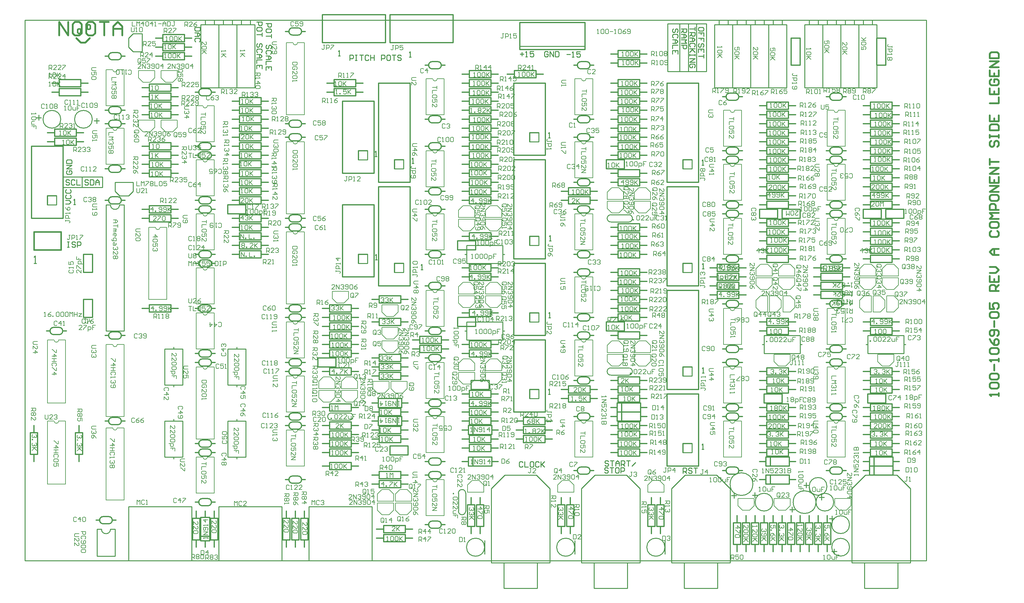
<source format=gto>
%FSLAX25Y25*%
%MOIN*%
G70*
G01*
G75*
G04 Layer_Color=65535*
%ADD10R,0.53000X0.43500*%
%ADD11C,0.05000*%
%ADD12C,0.01200*%
%ADD13C,0.02500*%
%ADD14C,0.03000*%
%ADD15C,0.04000*%
%ADD16C,0.04500*%
%ADD17C,0.02000*%
%ADD18C,0.01000*%
%ADD19C,0.25000*%
%ADD20C,0.06200*%
%ADD21R,0.06200X0.06200*%
%ADD22R,0.06200X0.06200*%
%ADD23O,0.10000X0.08000*%
%ADD24C,0.10000*%
%ADD25C,0.05500*%
%ADD26C,0.15000*%
%ADD27C,0.12000*%
%ADD28C,0.12500*%
%ADD29C,0.05000*%
%ADD30C,0.04000*%
%ADD31C,0.00800*%
%ADD32C,0.01500*%
D12*
X91500Y41000D02*
G03*
X91500Y49000I0J4000D01*
G01*
X85500D02*
G03*
X85500Y41000I0J-4000D01*
G01*
X36500Y251000D02*
G03*
X36500Y259000I0J4000D01*
G01*
X30500D02*
G03*
X30500Y251000I0J-4000D01*
G01*
X95500Y504000D02*
G03*
X95500Y496000I0J-4000D01*
G01*
X101500D02*
G03*
X101500Y504000I0J4000D01*
G01*
X95500Y439000D02*
G03*
X95500Y431000I0J-4000D01*
G01*
X101500D02*
G03*
X101500Y439000I0J4000D01*
G01*
Y151000D02*
G03*
X101500Y159000I0J4000D01*
G01*
X95500D02*
G03*
X95500Y151000I0J-4000D01*
G01*
X195500Y134000D02*
G03*
X195500Y126000I0J-4000D01*
G01*
X201500D02*
G03*
X201500Y134000I0J4000D01*
G01*
Y116000D02*
G03*
X201500Y124000I0J4000D01*
G01*
X195500D02*
G03*
X195500Y116000I0J-4000D01*
G01*
Y69000D02*
G03*
X195500Y61000I0J-4000D01*
G01*
X201500D02*
G03*
X201500Y69000I0J4000D01*
G01*
X195500Y344000D02*
G03*
X195500Y336000I0J-4000D01*
G01*
X201500D02*
G03*
X201500Y344000I0J4000D01*
G01*
X195500Y334000D02*
G03*
X195500Y326000I0J-4000D01*
G01*
X201500D02*
G03*
X201500Y334000I0J4000D01*
G01*
X195500Y234000D02*
G03*
X195500Y226000I0J-4000D01*
G01*
X201500D02*
G03*
X201500Y234000I0J4000D01*
G01*
Y276000D02*
G03*
X201500Y284000I0J4000D01*
G01*
X195500D02*
G03*
X195500Y276000I0J-4000D01*
G01*
X201500Y216000D02*
G03*
X201500Y224000I0J4000D01*
G01*
X195500D02*
G03*
X195500Y216000I0J-4000D01*
G01*
X101500Y246000D02*
G03*
X101500Y254000I0J4000D01*
G01*
X95500D02*
G03*
X95500Y246000I0J-4000D01*
G01*
X201500Y516000D02*
G03*
X201500Y524000I0J4000D01*
G01*
X195500D02*
G03*
X195500Y516000I0J-4000D01*
G01*
Y464000D02*
G03*
X195500Y456000I0J-4000D01*
G01*
X201500D02*
G03*
X201500Y464000I0J4000D01*
G01*
Y446000D02*
G03*
X201500Y454000I0J4000D01*
G01*
X195500D02*
G03*
X195500Y446000I0J-4000D01*
G01*
Y404000D02*
G03*
X195500Y396000I0J-4000D01*
G01*
X201500D02*
G03*
X201500Y404000I0J4000D01*
G01*
X101500Y481000D02*
G03*
X101500Y489000I0J4000D01*
G01*
X95500D02*
G03*
X95500Y481000I0J-4000D01*
G01*
X101500Y396000D02*
G03*
X101500Y404000I0J4000D01*
G01*
X95500D02*
G03*
X95500Y396000I0J-4000D01*
G01*
X201500Y386000D02*
G03*
X201500Y394000I0J4000D01*
G01*
X195500D02*
G03*
X195500Y386000I0J-4000D01*
G01*
X101500Y556000D02*
G03*
X101500Y564000I0J4000D01*
G01*
X95500D02*
G03*
X95500Y556000I0J-4000D01*
G01*
X295500Y154000D02*
G03*
X295500Y146000I0J-4000D01*
G01*
X301500D02*
G03*
X301500Y154000I0J4000D01*
G01*
Y86000D02*
G03*
X301500Y94000I0J4000D01*
G01*
X295500D02*
G03*
X295500Y86000I0J-4000D01*
G01*
X301500Y156000D02*
G03*
X301500Y164000I0J4000D01*
G01*
X295500D02*
G03*
X295500Y156000I0J-4000D01*
G01*
Y214000D02*
G03*
X295500Y206000I0J-4000D01*
G01*
X301500D02*
G03*
X301500Y214000I0J4000D01*
G01*
X295500Y274000D02*
G03*
X295500Y266000I0J-4000D01*
G01*
X301500D02*
G03*
X301500Y274000I0J4000D01*
G01*
Y216000D02*
G03*
X301500Y224000I0J4000D01*
G01*
X295500D02*
G03*
X295500Y216000I0J-4000D01*
G01*
Y284000D02*
G03*
X295500Y276000I0J-4000D01*
G01*
X301500D02*
G03*
X301500Y284000I0J4000D01*
G01*
Y366000D02*
G03*
X301500Y374000I0J4000D01*
G01*
X295500D02*
G03*
X295500Y366000I0J-4000D01*
G01*
X301500Y466000D02*
G03*
X301500Y474000I0J4000D01*
G01*
X295500D02*
G03*
X295500Y466000I0J-4000D01*
G01*
Y384000D02*
G03*
X295500Y376000I0J-4000D01*
G01*
X301500D02*
G03*
X301500Y384000I0J4000D01*
G01*
X295500Y489000D02*
G03*
X295500Y481000I0J-4000D01*
G01*
X301500D02*
G03*
X301500Y489000I0J4000D01*
G01*
Y583500D02*
G03*
X301500Y591500I0J4000D01*
G01*
X295500D02*
G03*
X295500Y583500I0J-4000D01*
G01*
X456500Y36000D02*
G03*
X456500Y44000I0J4000D01*
G01*
X450500D02*
G03*
X450500Y36000I0J-4000D01*
G01*
Y99000D02*
G03*
X450500Y91000I0J-4000D01*
G01*
X456500D02*
G03*
X456500Y99000I0J4000D01*
G01*
Y161000D02*
G03*
X456500Y169000I0J4000D01*
G01*
X450500D02*
G03*
X450500Y161000I0J-4000D01*
G01*
Y114000D02*
G03*
X450500Y106000I0J-4000D01*
G01*
X456500D02*
G03*
X456500Y114000I0J4000D01*
G01*
X450500Y179000D02*
G03*
X450500Y171000I0J-4000D01*
G01*
X456500D02*
G03*
X456500Y179000I0J4000D01*
G01*
Y221000D02*
G03*
X456500Y229000I0J4000D01*
G01*
X450500D02*
G03*
X450500Y221000I0J-4000D01*
G01*
X456500Y301000D02*
G03*
X456500Y309000I0J4000D01*
G01*
X450500D02*
G03*
X450500Y301000I0J-4000D01*
G01*
Y259000D02*
G03*
X450500Y251000I0J-4000D01*
G01*
X456500D02*
G03*
X456500Y259000I0J4000D01*
G01*
X450500Y344000D02*
G03*
X450500Y336000I0J-4000D01*
G01*
X456500D02*
G03*
X456500Y344000I0J4000D01*
G01*
Y386000D02*
G03*
X456500Y394000I0J4000D01*
G01*
X450500D02*
G03*
X450500Y386000I0J-4000D01*
G01*
X456500Y456000D02*
G03*
X456500Y464000I0J4000D01*
G01*
X450500D02*
G03*
X450500Y456000I0J-4000D01*
G01*
Y414000D02*
G03*
X450500Y406000I0J-4000D01*
G01*
X456500D02*
G03*
X456500Y414000I0J4000D01*
G01*
X450500Y494000D02*
G03*
X450500Y486000I0J-4000D01*
G01*
X456500D02*
G03*
X456500Y494000I0J4000D01*
G01*
Y546000D02*
G03*
X456500Y554000I0J4000D01*
G01*
X450500D02*
G03*
X450500Y546000I0J-4000D01*
G01*
X615500Y104000D02*
G03*
X615500Y96000I0J-4000D01*
G01*
X621500D02*
G03*
X621500Y104000I0J4000D01*
G01*
Y156000D02*
G03*
X621500Y164000I0J4000D01*
G01*
X615500D02*
G03*
X615500Y156000I0J-4000D01*
G01*
Y204000D02*
G03*
X615500Y196000I0J-4000D01*
G01*
X621500D02*
G03*
X621500Y204000I0J4000D01*
G01*
X615500Y344000D02*
G03*
X615500Y336000I0J-4000D01*
G01*
X621500D02*
G03*
X621500Y344000I0J4000D01*
G01*
X615500Y274000D02*
G03*
X615500Y266000I0J-4000D01*
G01*
X621500D02*
G03*
X621500Y274000I0J4000D01*
G01*
Y246000D02*
G03*
X621500Y254000I0J4000D01*
G01*
X615500D02*
G03*
X615500Y246000I0J-4000D01*
G01*
X621500Y316000D02*
G03*
X621500Y324000I0J4000D01*
G01*
X615500D02*
G03*
X615500Y316000I0J-4000D01*
G01*
Y424000D02*
G03*
X615500Y416000I0J-4000D01*
G01*
X621500D02*
G03*
X621500Y424000I0J4000D01*
G01*
Y466000D02*
G03*
X621500Y474000I0J4000D01*
G01*
X615500D02*
G03*
X615500Y466000I0J-4000D01*
G01*
X621500Y386000D02*
G03*
X621500Y394000I0J4000D01*
G01*
X615500D02*
G03*
X615500Y386000I0J-4000D01*
G01*
Y494000D02*
G03*
X615500Y486000I0J-4000D01*
G01*
X621500D02*
G03*
X621500Y494000I0J4000D01*
G01*
Y546000D02*
G03*
X621500Y554000I0J4000D01*
G01*
X615500D02*
G03*
X615500Y546000I0J-4000D01*
G01*
X780500Y104000D02*
G03*
X780500Y96000I0J-4000D01*
G01*
X786500D02*
G03*
X786500Y104000I0J4000D01*
G01*
X780500Y174000D02*
G03*
X780500Y166000I0J-4000D01*
G01*
X786500D02*
G03*
X786500Y174000I0J4000D01*
G01*
Y156000D02*
G03*
X786500Y164000I0J4000D01*
G01*
X780500D02*
G03*
X780500Y156000I0J-4000D01*
G01*
X895500Y104000D02*
G03*
X895500Y96000I0J-4000D01*
G01*
X901500D02*
G03*
X901500Y104000I0J4000D01*
G01*
X895500Y174000D02*
G03*
X895500Y166000I0J-4000D01*
G01*
X901500D02*
G03*
X901500Y174000I0J4000D01*
G01*
X786500Y281000D02*
G03*
X786500Y289000I0J4000D01*
G01*
X780500D02*
G03*
X780500Y281000I0J-4000D01*
G01*
Y239000D02*
G03*
X780500Y231000I0J-4000D01*
G01*
X786500D02*
G03*
X786500Y239000I0J4000D01*
G01*
Y216000D02*
G03*
X786500Y224000I0J4000D01*
G01*
X780500D02*
G03*
X780500Y216000I0J-4000D01*
G01*
Y339000D02*
G03*
X780500Y331000I0J-4000D01*
G01*
X786500D02*
G03*
X786500Y339000I0J4000D01*
G01*
X895500Y239000D02*
G03*
X895500Y231000I0J-4000D01*
G01*
X901500D02*
G03*
X901500Y239000I0J4000D01*
G01*
X895500Y339000D02*
G03*
X895500Y331000I0J-4000D01*
G01*
X901500D02*
G03*
X901500Y339000I0J4000D01*
G01*
X895500Y459000D02*
G03*
X895500Y451000I0J-4000D01*
G01*
X901500D02*
G03*
X901500Y459000I0J4000D01*
G01*
X786500Y381000D02*
G03*
X786500Y389000I0J4000D01*
G01*
X780500D02*
G03*
X780500Y381000I0J-4000D01*
G01*
Y399000D02*
G03*
X780500Y391000I0J-4000D01*
G01*
X786500D02*
G03*
X786500Y399000I0J4000D01*
G01*
Y441000D02*
G03*
X786500Y449000I0J4000D01*
G01*
X780500D02*
G03*
X780500Y441000I0J-4000D01*
G01*
Y459000D02*
G03*
X780500Y451000I0J-4000D01*
G01*
X786500D02*
G03*
X786500Y459000I0J4000D01*
G01*
Y511000D02*
G03*
X786500Y519000I0J4000D01*
G01*
X780500D02*
G03*
X780500Y511000I0J-4000D01*
G01*
X895500Y399000D02*
G03*
X895500Y391000I0J-4000D01*
G01*
X901500D02*
G03*
X901500Y399000I0J4000D01*
G01*
Y156000D02*
G03*
X901500Y164000I0J4000D01*
G01*
X895500D02*
G03*
X895500Y156000I0J-4000D01*
G01*
X901500Y281000D02*
G03*
X901500Y289000I0J4000D01*
G01*
X895500D02*
G03*
X895500Y281000I0J-4000D01*
G01*
X901500Y216000D02*
G03*
X901500Y224000I0J4000D01*
G01*
X895500D02*
G03*
X895500Y216000I0J-4000D01*
G01*
X901500Y381000D02*
G03*
X901500Y389000I0J4000D01*
G01*
X895500D02*
G03*
X895500Y381000I0J-4000D01*
G01*
X901500Y441000D02*
G03*
X901500Y449000I0J4000D01*
G01*
X895500D02*
G03*
X895500Y441000I0J-4000D01*
G01*
X901500Y511000D02*
G03*
X901500Y519000I0J4000D01*
G01*
X895500D02*
G03*
X895500Y511000I0J-4000D01*
G01*
X328500Y606000D02*
X398500D01*
X328500Y575000D02*
X398500D01*
Y606000D01*
X328500Y575000D02*
Y606000D01*
X85500Y49000D02*
X91500D01*
X85500Y41000D02*
X91500D01*
X95500Y45000D02*
X99500D01*
X77500D02*
X81500D01*
X54500Y142000D02*
X62500D01*
X54500Y118000D02*
X62500D01*
X58500Y142000D02*
Y150000D01*
Y110000D02*
Y118000D01*
X62500D02*
Y142000D01*
X54500Y118000D02*
Y142000D01*
X4500Y118000D02*
X12500D01*
X4500Y142000D02*
X12500D01*
X8500Y110000D02*
Y118000D01*
Y142000D02*
Y150000D01*
X4500Y118000D02*
Y142000D01*
X12500Y118000D02*
Y142000D01*
X30500Y259000D02*
X36500D01*
X30500Y251000D02*
X36500D01*
X40500Y255000D02*
X44500D01*
X22500D02*
X26500D01*
X63500Y290000D02*
X73500D01*
X63500Y270000D02*
X73500D01*
Y290000D01*
X63500Y270000D02*
Y290000D01*
Y320000D02*
X73500D01*
X63500Y340000D02*
X73500D01*
X63500Y320000D02*
Y340000D01*
X73500Y320000D02*
Y340000D01*
X95500Y496000D02*
X101500D01*
X95500Y504000D02*
X101500D01*
X87500Y500000D02*
X91500D01*
X105500D02*
X109500D01*
X95500Y431000D02*
X101500D01*
X95500Y439000D02*
X101500D01*
X87500Y435000D02*
X91500D01*
X105500D02*
X109500D01*
X23500Y475000D02*
X31500D01*
X55500D02*
X63500D01*
X31500Y479000D02*
X55500D01*
X31500Y471000D02*
X55500D01*
X31500D02*
Y479000D01*
X55500Y471000D02*
Y479000D01*
X23500Y465000D02*
X31500D01*
X55500D02*
X63500D01*
X31500Y469000D02*
X55500D01*
X31500Y461000D02*
X55500D01*
X31500D02*
Y469000D01*
X55500Y461000D02*
Y469000D01*
X60500Y520000D02*
X68500D01*
X28500D02*
X36500D01*
Y516000D02*
X60500D01*
X36500Y524000D02*
X60500D01*
Y516000D02*
Y524000D01*
X36500Y516000D02*
Y524000D01*
X6000Y460000D02*
X41000D01*
X6000Y380000D02*
X41000D01*
X23500Y405000D02*
X33500D01*
X41000Y380000D02*
Y460000D01*
X6000Y380000D02*
Y460000D01*
X23500Y395000D02*
Y405000D01*
X60500Y530000D02*
X68500D01*
X28500D02*
X36500D01*
Y526000D02*
X60500D01*
X36500Y534000D02*
X60500D01*
Y526000D02*
Y534000D01*
X36500Y526000D02*
Y534000D01*
X204500Y47000D02*
X212500D01*
X204500Y23000D02*
X212500D01*
X208500Y47000D02*
Y55000D01*
Y15000D02*
Y23000D01*
X212500D02*
Y47000D01*
X204500Y23000D02*
Y47000D01*
X184500Y23000D02*
X192500D01*
X184500Y47000D02*
X192500D01*
X188500Y15000D02*
Y23000D01*
Y47000D02*
Y55000D01*
X184500Y23000D02*
Y47000D01*
X192500Y23000D02*
Y47000D01*
X193500Y27000D02*
X203500D01*
X193500Y22000D02*
X203500D01*
X193500Y48000D02*
X203500D01*
Y22000D02*
Y48000D01*
X193500Y22000D02*
Y48000D01*
X198500D02*
Y55000D01*
Y15000D02*
Y22000D01*
X95500Y159000D02*
X101500D01*
X95500Y151000D02*
X101500D01*
X105500Y155000D02*
X109500D01*
X87500D02*
X91500D01*
X195500Y126000D02*
X201500D01*
X195500Y134000D02*
X201500D01*
X187500Y130000D02*
X191500D01*
X205500D02*
X209500D01*
X195500Y124000D02*
X201500D01*
X195500Y116000D02*
X201500D01*
X205500Y120000D02*
X209500D01*
X187500D02*
X191500D01*
X195500Y61000D02*
X201500D01*
X195500Y69000D02*
X201500D01*
X187500Y65000D02*
X191500D01*
X205500D02*
X209500D01*
X128500Y280000D02*
X136500D01*
X160500D02*
X168500D01*
X136500Y284000D02*
X160500D01*
X136500Y276000D02*
X160500D01*
X136500D02*
Y284000D01*
X160500Y276000D02*
Y284000D01*
X195500Y336000D02*
X201500D01*
X195500Y344000D02*
X201500D01*
X187500Y340000D02*
X191500D01*
X205500D02*
X209500D01*
X195500Y326000D02*
X201500D01*
X195500Y334000D02*
X201500D01*
X187500Y330000D02*
X191500D01*
X205500D02*
X209500D01*
X260500Y350000D02*
X268500D01*
X228500D02*
X236500D01*
Y346000D02*
X260500D01*
X236500Y354000D02*
X260500D01*
Y346000D02*
Y354000D01*
X236500Y346000D02*
Y354000D01*
X260500Y360000D02*
X268500D01*
X228500D02*
X236500D01*
Y356000D02*
X260500D01*
X236500Y364000D02*
X260500D01*
Y356000D02*
Y364000D01*
X236500Y356000D02*
Y364000D01*
X195500Y226000D02*
X201500D01*
X195500Y234000D02*
X201500D01*
X187500Y230000D02*
X191500D01*
X205500D02*
X209500D01*
X195500Y284000D02*
X201500D01*
X195500Y276000D02*
X201500D01*
X205500Y280000D02*
X209500D01*
X187500D02*
X191500D01*
X195500Y224000D02*
X201500D01*
X195500Y216000D02*
X201500D01*
X205500Y220000D02*
X209500D01*
X187500D02*
X191500D01*
X95500Y254000D02*
X101500D01*
X95500Y246000D02*
X101500D01*
X105500Y250000D02*
X109500D01*
X87500D02*
X91500D01*
X128500Y390000D02*
X136500D01*
X160500D02*
X168500D01*
X136500Y394000D02*
X160500D01*
X136500Y386000D02*
X160500D01*
X136500D02*
Y394000D01*
X160500Y386000D02*
Y394000D01*
Y430000D02*
X168500D01*
X128500D02*
X136500D01*
Y426000D02*
X160500D01*
X136500Y434000D02*
X160500D01*
Y426000D02*
Y434000D01*
X136500Y426000D02*
Y434000D01*
X128500Y440000D02*
X136500D01*
X160500D02*
X168500D01*
X136500Y444000D02*
X160500D01*
X136500Y436000D02*
X160500D01*
X136500D02*
Y444000D01*
X160500Y436000D02*
Y444000D01*
X128500Y450000D02*
X136500D01*
X160500D02*
X168500D01*
X136500Y454000D02*
X160500D01*
X136500Y446000D02*
X160500D01*
X136500D02*
Y454000D01*
X160500Y446000D02*
Y454000D01*
Y460000D02*
X168500D01*
X128500D02*
X136500D01*
Y456000D02*
X160500D01*
X136500Y464000D02*
X160500D01*
Y456000D02*
Y464000D01*
X136500Y456000D02*
Y464000D01*
X128500Y495000D02*
X136500D01*
X160500D02*
X168500D01*
X136500Y499000D02*
X160500D01*
X136500Y491000D02*
X160500D01*
X136500D02*
Y499000D01*
X160500Y491000D02*
Y499000D01*
Y505000D02*
X168500D01*
X128500D02*
X136500D01*
Y501000D02*
X160500D01*
X136500Y509000D02*
X160500D01*
Y501000D02*
Y509000D01*
X136500Y501000D02*
Y509000D01*
X128500Y515000D02*
X136500D01*
X160500D02*
X168500D01*
X136500Y519000D02*
X160500D01*
X136500Y511000D02*
X160500D01*
X136500D02*
Y519000D01*
X160500Y511000D02*
Y519000D01*
X195500Y524000D02*
X201500D01*
X195500Y516000D02*
X201500D01*
X205500Y520000D02*
X209500D01*
X187500D02*
X191500D01*
X195500Y456000D02*
X201500D01*
X195500Y464000D02*
X201500D01*
X187500Y460000D02*
X191500D01*
X205500D02*
X209500D01*
X195500Y454000D02*
X201500D01*
X195500Y446000D02*
X201500D01*
X205500Y450000D02*
X209500D01*
X187500D02*
X191500D01*
X195500Y396000D02*
X201500D01*
X195500Y404000D02*
X201500D01*
X187500Y400000D02*
X191500D01*
X205500D02*
X209500D01*
X260500Y430000D02*
X268500D01*
X228500D02*
X236500D01*
Y426000D02*
X260500D01*
X236500Y434000D02*
X260500D01*
Y426000D02*
Y434000D01*
X236500Y426000D02*
Y434000D01*
X260500Y400000D02*
X268500D01*
X228500D02*
X236500D01*
Y396000D02*
X260500D01*
X236500Y404000D02*
X260500D01*
Y396000D02*
Y404000D01*
X236500Y396000D02*
Y404000D01*
X260500Y480000D02*
X268500D01*
X228500D02*
X236500D01*
Y476000D02*
X260500D01*
X236500Y484000D02*
X260500D01*
Y476000D02*
Y484000D01*
X236500Y476000D02*
Y484000D01*
X223500Y395000D02*
X243500D01*
X223500Y385000D02*
X243500D01*
X223500D02*
Y395000D01*
X243500Y385000D02*
Y395000D01*
X95500Y489000D02*
X101500D01*
X95500Y481000D02*
X101500D01*
X105500Y485000D02*
X109500D01*
X87500D02*
X91500D01*
X95500Y404000D02*
X101500D01*
X95500Y396000D02*
X101500D01*
X105500Y400000D02*
X109500D01*
X87500D02*
X91500D01*
X160500Y380000D02*
X168500D01*
X128500D02*
X136500D01*
Y376000D02*
X160500D01*
X136500Y384000D02*
X160500D01*
Y376000D02*
Y384000D01*
X136500Y376000D02*
Y384000D01*
X195500Y394000D02*
X201500D01*
X195500Y386000D02*
X201500D01*
X205500Y390000D02*
X209500D01*
X187500D02*
X191500D01*
X160500Y525000D02*
X168500D01*
X128500D02*
X136500D01*
Y521000D02*
X160500D01*
X136500Y529000D02*
X160500D01*
Y521000D02*
Y529000D01*
X136500Y521000D02*
Y529000D01*
X175500Y580000D02*
X183500D01*
X143500D02*
X151500D01*
Y576000D02*
X175500D01*
X151500Y584000D02*
X175500D01*
Y576000D02*
Y584000D01*
X151500Y576000D02*
Y584000D01*
X175500Y570000D02*
X183500D01*
X143500D02*
X151500D01*
Y566000D02*
X175500D01*
X151500Y574000D02*
X175500D01*
Y566000D02*
Y574000D01*
X151500Y566000D02*
Y574000D01*
X175500Y560000D02*
X183500D01*
X143500D02*
X151500D01*
Y556000D02*
X175500D01*
X151500Y564000D02*
X175500D01*
Y556000D02*
Y564000D01*
X151500Y556000D02*
Y564000D01*
X95500D02*
X101500D01*
X95500Y556000D02*
X101500D01*
X105500Y560000D02*
X109500D01*
X87500D02*
X91500D01*
X420500Y35000D02*
X428500D01*
X388500D02*
X396500D01*
Y31000D02*
X420500D01*
X396500Y39000D02*
X420500D01*
Y31000D02*
Y39000D01*
X396500Y31000D02*
Y39000D01*
X420500Y25000D02*
X428500D01*
X388500D02*
X396500D01*
Y21000D02*
X420500D01*
X396500Y29000D02*
X420500D01*
Y21000D02*
Y29000D01*
X396500Y21000D02*
Y29000D01*
X284500Y23000D02*
X292500D01*
X284500Y47000D02*
X292500D01*
X288500Y15000D02*
Y23000D01*
Y47000D02*
Y55000D01*
X284500Y23000D02*
Y47000D01*
X292500Y23000D02*
Y47000D01*
X304500D02*
X312500D01*
X304500Y23000D02*
X312500D01*
X308500Y47000D02*
Y55000D01*
Y15000D02*
Y23000D01*
X312500D02*
Y47000D01*
X304500Y23000D02*
Y47000D01*
X294500Y23000D02*
X302500D01*
X294500Y47000D02*
X302500D01*
X298500D02*
Y55000D01*
X294500Y23000D02*
Y47000D01*
X302500Y23000D02*
Y47000D01*
X298500Y15000D02*
Y23000D01*
X360500Y105000D02*
X368500D01*
X328500D02*
X336500D01*
Y101000D02*
X360500D01*
X336500Y109000D02*
X360500D01*
Y101000D02*
Y109000D01*
X336500Y101000D02*
Y109000D01*
X328500Y120000D02*
X336500D01*
X360500D02*
X368500D01*
X336500Y124000D02*
X360500D01*
X336500Y116000D02*
X360500D01*
X336500D02*
Y124000D01*
X360500Y116000D02*
Y124000D01*
X415500Y95000D02*
X423500D01*
X383500D02*
X391500D01*
Y91000D02*
X415500D01*
X391500Y99000D02*
X415500D01*
Y91000D02*
Y99000D01*
X391500Y91000D02*
Y99000D01*
X415500Y165000D02*
X423500D01*
X383500D02*
X391500D01*
Y161000D02*
X415500D01*
X391500Y169000D02*
X415500D01*
Y161000D02*
Y169000D01*
X391500Y161000D02*
Y169000D01*
X415500Y135000D02*
X423500D01*
X383500D02*
X391500D01*
Y131000D02*
X415500D01*
X391500Y139000D02*
X415500D01*
Y131000D02*
Y139000D01*
X391500Y131000D02*
Y139000D01*
X415500Y145000D02*
X423500D01*
X383500D02*
X391500D01*
Y141000D02*
X415500D01*
X391500Y149000D02*
X415500D01*
Y141000D02*
Y149000D01*
X391500Y141000D02*
Y149000D01*
X287500Y150000D02*
X291500D01*
X305500D02*
X309500D01*
X295500Y146000D02*
X301500D01*
X295500Y154000D02*
X301500D01*
X305500Y90000D02*
X309500D01*
X287500D02*
X291500D01*
X295500Y94000D02*
X301500D01*
X295500Y86000D02*
X301500D01*
X305500Y160000D02*
X309500D01*
X287500D02*
X291500D01*
X295500Y164000D02*
X301500D01*
X295500Y156000D02*
X301500D01*
X328500Y150000D02*
X336500D01*
X360500D02*
X368500D01*
X336500Y154000D02*
X360500D01*
X336500Y146000D02*
X360500D01*
X336500D02*
Y154000D01*
X360500Y146000D02*
Y154000D01*
Y170000D02*
X368500D01*
X328500D02*
X336500D01*
Y166000D02*
X360500D01*
X336500Y174000D02*
X360500D01*
Y166000D02*
Y174000D01*
X336500Y166000D02*
Y174000D01*
X360500Y210000D02*
X368500D01*
X328500D02*
X336500D01*
Y206000D02*
X360500D01*
X336500Y214000D02*
X360500D01*
Y206000D02*
Y214000D01*
X336500Y206000D02*
Y214000D01*
X415500Y205000D02*
X423500D01*
X383500D02*
X391500D01*
Y201000D02*
X415500D01*
X391500Y209000D02*
X415500D01*
Y201000D02*
Y209000D01*
X391500Y201000D02*
Y209000D01*
X328500Y140000D02*
X336500D01*
X360500D02*
X368500D01*
X336500Y144000D02*
X360500D01*
X336500Y136000D02*
X360500D01*
X336500D02*
Y144000D01*
X360500Y136000D02*
Y144000D01*
Y130000D02*
X368500D01*
X328500D02*
X336500D01*
Y126000D02*
X360500D01*
X336500Y134000D02*
X360500D01*
Y126000D02*
Y134000D01*
X336500Y126000D02*
Y134000D01*
X403500Y127500D02*
X423500D01*
X403500Y117500D02*
X423500D01*
X403500D02*
Y127500D01*
X423500Y117500D02*
Y127500D01*
X287500Y210000D02*
X291500D01*
X305500D02*
X309500D01*
X295500Y206000D02*
X301500D01*
X295500Y214000D02*
X301500D01*
X360500Y270000D02*
X368500D01*
X328500D02*
X336500D01*
Y266000D02*
X360500D01*
X336500Y274000D02*
X360500D01*
Y266000D02*
Y274000D01*
X336500Y266000D02*
Y274000D01*
X328500Y260000D02*
X336500D01*
X360500D02*
X368500D01*
X336500Y264000D02*
X360500D01*
X336500Y256000D02*
X360500D01*
X336500D02*
Y264000D01*
X360500Y256000D02*
Y264000D01*
Y250000D02*
X368500D01*
X328500D02*
X336500D01*
Y246000D02*
X360500D01*
X336500Y254000D02*
X360500D01*
Y246000D02*
Y254000D01*
X336500Y246000D02*
Y254000D01*
X328500Y240000D02*
X336500D01*
X360500D02*
X368500D01*
X336500Y244000D02*
X360500D01*
X336500Y236000D02*
X360500D01*
X336500D02*
Y244000D01*
X360500Y236000D02*
Y244000D01*
Y230000D02*
X368500D01*
X328500D02*
X336500D01*
Y226000D02*
X360500D01*
X336500Y234000D02*
X360500D01*
Y226000D02*
Y234000D01*
X336500Y226000D02*
Y234000D01*
X287500Y270000D02*
X291500D01*
X305500D02*
X309500D01*
X295500Y266000D02*
X301500D01*
X295500Y274000D02*
X301500D01*
X305500Y220000D02*
X309500D01*
X287500D02*
X291500D01*
X295500Y224000D02*
X301500D01*
X295500Y216000D02*
X301500D01*
X295500Y276000D02*
X301500D01*
X295500Y284000D02*
X301500D01*
X287500Y280000D02*
X291500D01*
X305500D02*
X309500D01*
X351000Y395000D02*
X386000D01*
X351000Y315000D02*
X386000D01*
X368500Y340000D02*
X378500D01*
X386000Y315000D02*
Y395000D01*
X351000Y315000D02*
Y395000D01*
X368500Y330000D02*
Y340000D01*
X391000Y415000D02*
X426000D01*
X391000Y305000D02*
X426000D01*
X408500Y330000D02*
X418500D01*
X391000Y305000D02*
Y415000D01*
X426000Y305000D02*
Y415000D01*
X408500Y320000D02*
Y330000D01*
X323500Y215000D02*
X343500D01*
X323500Y225000D02*
X343500D01*
Y215000D02*
Y225000D01*
X323500Y215000D02*
Y225000D01*
X415500Y290000D02*
X423500D01*
X383500D02*
X391500D01*
Y286000D02*
X415500D01*
X391500Y294000D02*
X415500D01*
Y286000D02*
Y294000D01*
X391500Y286000D02*
Y294000D01*
X415500Y265000D02*
X423500D01*
X383500D02*
X391500D01*
Y261000D02*
X415500D01*
X391500Y269000D02*
X415500D01*
Y261000D02*
Y269000D01*
X391500Y261000D02*
Y269000D01*
X415500Y225000D02*
X423500D01*
X383500D02*
X391500D01*
Y221000D02*
X415500D01*
X391500Y229000D02*
X415500D01*
Y221000D02*
Y229000D01*
X391500Y221000D02*
Y229000D01*
X360500Y280000D02*
X368500D01*
X328500D02*
X336500D01*
Y276000D02*
X360500D01*
X336500Y284000D02*
X360500D01*
Y276000D02*
Y284000D01*
X336500Y276000D02*
Y284000D01*
X415500Y215000D02*
X423500D01*
X383500D02*
X391500D01*
Y211000D02*
X415500D01*
X391500Y219000D02*
X415500D01*
Y211000D02*
Y219000D01*
X391500Y211000D02*
Y219000D01*
X228500Y340000D02*
X236500D01*
X260500D02*
X268500D01*
X236500Y344000D02*
X260500D01*
X236500Y336000D02*
X260500D01*
X236500D02*
Y344000D01*
X260500Y336000D02*
Y344000D01*
X333500Y520000D02*
X341500D01*
X365500D02*
X373500D01*
X341500Y524000D02*
X365500D01*
X341500Y516000D02*
X365500D01*
X341500D02*
Y524000D01*
X365500Y516000D02*
Y524000D01*
X295500Y374000D02*
X301500D01*
X295500Y366000D02*
X301500D01*
X305500Y370000D02*
X309500D01*
X287500D02*
X291500D01*
X295500Y474000D02*
X301500D01*
X295500Y466000D02*
X301500D01*
X305500Y470000D02*
X309500D01*
X287500D02*
X291500D01*
X295500Y376000D02*
X301500D01*
X295500Y384000D02*
X301500D01*
X287500Y380000D02*
X291500D01*
X305500D02*
X309500D01*
X351000Y510000D02*
X386000D01*
X351000Y430000D02*
X386000D01*
X368500Y455000D02*
X378500D01*
X386000Y430000D02*
Y510000D01*
X351000Y430000D02*
Y510000D01*
X368500Y445000D02*
Y455000D01*
X391000Y530000D02*
X426000D01*
X391000Y420000D02*
X426000D01*
X408500Y445000D02*
X418500D01*
X391000Y420000D02*
Y530000D01*
X426000Y420000D02*
Y530000D01*
X408500Y435000D02*
Y445000D01*
X295500Y481000D02*
X301500D01*
X295500Y489000D02*
X301500D01*
X287500Y485000D02*
X291500D01*
X305500D02*
X309500D01*
X228500Y440000D02*
X236500D01*
X260500D02*
X268500D01*
X236500Y444000D02*
X260500D01*
X236500Y436000D02*
X260500D01*
X236500D02*
Y444000D01*
X260500Y436000D02*
Y444000D01*
X228500Y450000D02*
X236500D01*
X260500D02*
X268500D01*
X236500Y454000D02*
X260500D01*
X236500Y446000D02*
X260500D01*
X236500D02*
Y454000D01*
X260500Y446000D02*
Y454000D01*
X228500Y410000D02*
X236500D01*
X260500D02*
X268500D01*
X236500Y414000D02*
X260500D01*
X236500Y406000D02*
X260500D01*
X236500D02*
Y414000D01*
X260500Y406000D02*
Y414000D01*
X228500Y420000D02*
X236500D01*
X260500D02*
X268500D01*
X236500Y424000D02*
X260500D01*
X236500Y416000D02*
X260500D01*
X236500D02*
Y424000D01*
X260500Y416000D02*
Y424000D01*
X228500Y500000D02*
X236500D01*
X260500D02*
X268500D01*
X236500Y504000D02*
X260500D01*
X236500Y496000D02*
X260500D01*
X236500D02*
Y504000D01*
X260500Y496000D02*
Y504000D01*
X228500Y510000D02*
X236500D01*
X260500D02*
X268500D01*
X236500Y514000D02*
X260500D01*
X236500Y506000D02*
X260500D01*
X236500D02*
Y514000D01*
X260500Y506000D02*
Y514000D01*
X228500Y490000D02*
X236500D01*
X260500D02*
X268500D01*
X236500Y494000D02*
X260500D01*
X236500Y486000D02*
X260500D01*
X236500D02*
Y494000D01*
X260500Y486000D02*
Y494000D01*
X228500Y470000D02*
X236500D01*
X260500D02*
X268500D01*
X236500Y474000D02*
X260500D01*
X236500Y466000D02*
X260500D01*
X236500D02*
Y474000D01*
X260500Y466000D02*
Y474000D01*
X228500Y460000D02*
X236500D01*
X260500D02*
X268500D01*
X236500Y464000D02*
X260500D01*
X236500Y456000D02*
X260500D01*
X236500D02*
Y464000D01*
X260500Y456000D02*
Y464000D01*
X228500Y370000D02*
X236500D01*
X260500D02*
X268500D01*
X236500Y374000D02*
X260500D01*
X236500Y366000D02*
X260500D01*
X236500D02*
Y374000D01*
X260500Y366000D02*
Y374000D01*
X228500Y380000D02*
X236500D01*
X260500D02*
X268500D01*
X236500Y384000D02*
X260500D01*
X236500Y376000D02*
X260500D01*
X236500D02*
Y384000D01*
X260500Y376000D02*
Y384000D01*
X295500Y591500D02*
X301500D01*
X295500Y583500D02*
X301500D01*
X305500Y587500D02*
X309500D01*
X287500D02*
X291500D01*
X333500Y530000D02*
X341500D01*
X365500D02*
X373500D01*
X341500Y534000D02*
X365500D01*
X341500Y526000D02*
X365500D01*
X341500D02*
Y534000D01*
X365500Y526000D02*
Y534000D01*
X460500Y40000D02*
X464500D01*
X442500D02*
X446500D01*
X450500Y44000D02*
X456500D01*
X450500Y36000D02*
X456500D01*
X489500Y62000D02*
X497500D01*
X489500Y38000D02*
X497500D01*
X493500Y62000D02*
Y70000D01*
Y30000D02*
Y38000D01*
X497500D02*
Y62000D01*
X489500Y38000D02*
Y62000D01*
X515500Y175000D02*
X523500D01*
X483500D02*
X491500D01*
Y171000D02*
X515500D01*
X491500Y179000D02*
X515500D01*
Y171000D02*
Y179000D01*
X491500Y171000D02*
Y179000D01*
X483500Y185000D02*
X491500D01*
X515500D02*
X523500D01*
X491500Y189000D02*
X515500D01*
X491500Y181000D02*
X515500D01*
X491500D02*
Y189000D01*
X515500Y181000D02*
Y189000D01*
X493500Y190000D02*
X513500D01*
X493500Y200000D02*
X513500D01*
Y190000D02*
Y200000D01*
X493500Y190000D02*
Y200000D01*
X490500Y105000D02*
X516500D01*
X490500Y115000D02*
X516500D01*
Y110000D02*
X523500D01*
X483500D02*
X490500D01*
X495500Y105000D02*
Y115000D01*
X490500Y105000D02*
Y115000D01*
X516500Y105000D02*
Y115000D01*
X575500Y135000D02*
X583500D01*
X543500D02*
X551500D01*
Y131000D02*
X575500D01*
X551500Y139000D02*
X575500D01*
Y131000D02*
Y139000D01*
X551500Y131000D02*
Y139000D01*
X575500Y145000D02*
X583500D01*
X543500D02*
X551500D01*
Y141000D02*
X575500D01*
X551500Y149000D02*
X575500D01*
Y141000D02*
Y149000D01*
X551500Y141000D02*
Y149000D01*
X383500Y85000D02*
X391500D01*
X415500D02*
X423500D01*
X391500Y89000D02*
X415500D01*
X391500Y81000D02*
X415500D01*
X391500D02*
Y89000D01*
X415500Y81000D02*
Y89000D01*
X390500Y180000D02*
X416500D01*
X390500Y170000D02*
X416500D01*
X383500Y175000D02*
X390500D01*
X416500D02*
X423500D01*
X411500Y170000D02*
Y180000D01*
X416500Y170000D02*
Y180000D01*
X390500Y170000D02*
Y180000D01*
Y160000D02*
X416500D01*
X390500Y150000D02*
X416500D01*
X383500Y155000D02*
X390500D01*
X416500D02*
X423500D01*
X411500Y150000D02*
Y160000D01*
X416500Y150000D02*
Y160000D01*
X390500Y150000D02*
Y160000D01*
X483500Y155000D02*
X491500D01*
X515500D02*
X523500D01*
X491500Y159000D02*
X515500D01*
X491500Y151000D02*
X515500D01*
X491500D02*
Y159000D01*
X515500Y151000D02*
Y159000D01*
X490500Y140000D02*
X516500D01*
X490500Y150000D02*
X516500D01*
Y145000D02*
X523500D01*
X483500D02*
X490500D01*
X495500Y140000D02*
Y150000D01*
X490500Y140000D02*
Y150000D01*
X516500Y140000D02*
Y150000D01*
X483500Y125000D02*
X491500D01*
X515500D02*
X523500D01*
X491500Y129000D02*
X515500D01*
X491500Y121000D02*
X515500D01*
X491500D02*
Y129000D01*
X515500Y121000D02*
Y129000D01*
X483500Y135000D02*
X491500D01*
X515500D02*
X523500D01*
X491500Y139000D02*
X515500D01*
X491500Y131000D02*
X515500D01*
X491500D02*
Y139000D01*
X515500Y131000D02*
Y139000D01*
X442500Y95000D02*
X446500D01*
X460500D02*
X464500D01*
X450500Y91000D02*
X456500D01*
X450500Y99000D02*
X456500D01*
X450500Y169000D02*
X456500D01*
X450500Y161000D02*
X456500D01*
X460500Y165000D02*
X464500D01*
X442500D02*
X446500D01*
X450500Y106000D02*
X456500D01*
X450500Y114000D02*
X456500D01*
X442500Y110000D02*
X446500D01*
X460500D02*
X464500D01*
X483500Y165000D02*
X491500D01*
X515500D02*
X523500D01*
X491500Y169000D02*
X515500D01*
X491500Y161000D02*
X515500D01*
X491500D02*
Y169000D01*
X515500Y161000D02*
Y169000D01*
X450500Y171000D02*
X456500D01*
X450500Y179000D02*
X456500D01*
X442500Y175000D02*
X446500D01*
X460500D02*
X464500D01*
X541000Y245000D02*
X576000D01*
X541000Y165000D02*
X576000D01*
X558500Y190000D02*
X568500D01*
X576000Y165000D02*
Y245000D01*
X541000Y165000D02*
Y245000D01*
X558500Y180000D02*
Y190000D01*
X499500Y38000D02*
X507500D01*
X499500Y62000D02*
X507500D01*
X503500Y30000D02*
Y38000D01*
Y62000D02*
Y70000D01*
X499500Y38000D02*
Y62000D01*
X507500Y38000D02*
Y62000D01*
X575500Y155000D02*
X583500D01*
X543500D02*
X551500D01*
Y151000D02*
X575500D01*
X551500Y159000D02*
X575500D01*
Y151000D02*
Y159000D01*
X551500Y151000D02*
Y159000D01*
X428500Y245000D02*
X436500D01*
X460500D02*
X468500D01*
X436500Y249000D02*
X460500D01*
X436500Y241000D02*
X460500D01*
X436500D02*
Y249000D01*
X460500Y241000D02*
Y249000D01*
X428500Y235000D02*
X436500D01*
X460500D02*
X468500D01*
X436500Y239000D02*
X460500D01*
X436500Y231000D02*
X460500D01*
X436500D02*
Y239000D01*
X460500Y231000D02*
Y239000D01*
X450500Y229000D02*
X456500D01*
X450500Y221000D02*
X456500D01*
X460500Y225000D02*
X464500D01*
X442500D02*
X446500D01*
X515500Y230000D02*
X523500D01*
X483500D02*
X491500D01*
Y226000D02*
X515500D01*
X491500Y234000D02*
X515500D01*
Y226000D02*
Y234000D01*
X491500Y226000D02*
Y234000D01*
X483500Y240000D02*
X491500D01*
X515500D02*
X523500D01*
X491500Y244000D02*
X515500D01*
X491500Y236000D02*
X515500D01*
X491500D02*
Y244000D01*
X515500Y236000D02*
Y244000D01*
Y275000D02*
X523500D01*
X483500D02*
X491500D01*
Y271000D02*
X515500D01*
X491500Y279000D02*
X515500D01*
Y271000D02*
Y279000D01*
X491500Y271000D02*
Y279000D01*
X515500Y315000D02*
X523500D01*
X483500D02*
X491500D01*
Y311000D02*
X515500D01*
X491500Y319000D02*
X515500D01*
Y311000D02*
Y319000D01*
X491500Y311000D02*
Y319000D01*
X450500Y309000D02*
X456500D01*
X450500Y301000D02*
X456500D01*
X460500Y305000D02*
X464500D01*
X442500D02*
X446500D01*
X450500Y251000D02*
X456500D01*
X450500Y259000D02*
X456500D01*
X442500Y255000D02*
X446500D01*
X460500D02*
X464500D01*
X483500Y325000D02*
X491500D01*
X515500D02*
X523500D01*
X491500Y329000D02*
X515500D01*
X491500Y321000D02*
X515500D01*
X491500D02*
Y329000D01*
X515500Y321000D02*
Y329000D01*
X478500Y355000D02*
X498500D01*
X478500Y345000D02*
X498500D01*
X478500D02*
Y355000D01*
X498500Y345000D02*
Y355000D01*
X515500Y360000D02*
X523500D01*
X483500D02*
X491500D01*
Y356000D02*
X515500D01*
X491500Y364000D02*
X515500D01*
Y356000D02*
Y364000D01*
X491500Y356000D02*
Y364000D01*
X541000Y330000D02*
X576000D01*
X541000Y250000D02*
X576000D01*
X558500Y275000D02*
X568500D01*
X576000Y250000D02*
Y330000D01*
X541000Y250000D02*
Y330000D01*
X558500Y265000D02*
Y275000D01*
X450500Y336000D02*
X456500D01*
X450500Y344000D02*
X456500D01*
X442500Y340000D02*
X446500D01*
X460500D02*
X464500D01*
X541000Y445000D02*
X576000D01*
X541000Y335000D02*
X576000D01*
X558500Y360000D02*
X568500D01*
X541000Y335000D02*
Y445000D01*
X576000Y335000D02*
Y445000D01*
X558500Y350000D02*
Y360000D01*
X478500Y260000D02*
X498500D01*
X478500Y270000D02*
X498500D01*
Y260000D02*
Y270000D01*
X478500Y260000D02*
Y270000D01*
X515500Y490000D02*
X523500D01*
X483500D02*
X491500D01*
Y486000D02*
X515500D01*
X491500Y494000D02*
X515500D01*
Y486000D02*
Y494000D01*
X491500Y486000D02*
Y494000D01*
X483500Y500000D02*
X491500D01*
X515500D02*
X523500D01*
X491500Y504000D02*
X515500D01*
X491500Y496000D02*
X515500D01*
X491500D02*
Y504000D01*
X515500Y496000D02*
Y504000D01*
Y400000D02*
X523500D01*
X483500D02*
X491500D01*
Y396000D02*
X515500D01*
X491500Y404000D02*
X515500D01*
Y396000D02*
Y404000D01*
X491500Y396000D02*
Y404000D01*
X450500Y394000D02*
X456500D01*
X450500Y386000D02*
X456500D01*
X460500Y390000D02*
X464500D01*
X442500D02*
X446500D01*
X483500Y480000D02*
X491500D01*
X515500D02*
X523500D01*
X491500Y484000D02*
X515500D01*
X491500Y476000D02*
X515500D01*
X491500D02*
Y484000D01*
X515500Y476000D02*
Y484000D01*
X483500Y470000D02*
X491500D01*
X515500D02*
X523500D01*
X491500Y474000D02*
X515500D01*
X491500Y466000D02*
X515500D01*
X491500D02*
Y474000D01*
X515500Y466000D02*
Y474000D01*
X483500Y460000D02*
X491500D01*
X515500D02*
X523500D01*
X491500Y464000D02*
X515500D01*
X491500Y456000D02*
X515500D01*
X491500D02*
Y464000D01*
X515500Y456000D02*
Y464000D01*
X483500Y450000D02*
X491500D01*
X515500D02*
X523500D01*
X491500Y454000D02*
X515500D01*
X491500Y446000D02*
X515500D01*
X491500D02*
Y454000D01*
X515500Y446000D02*
Y454000D01*
Y410000D02*
X523500D01*
X483500D02*
X491500D01*
Y406000D02*
X515500D01*
X491500Y414000D02*
X515500D01*
Y406000D02*
Y414000D01*
X491500Y406000D02*
Y414000D01*
X515500Y420000D02*
X523500D01*
X483500D02*
X491500D01*
Y416000D02*
X515500D01*
X491500Y424000D02*
X515500D01*
Y416000D02*
Y424000D01*
X491500Y416000D02*
Y424000D01*
X483500Y440000D02*
X491500D01*
X515500D02*
X523500D01*
X491500Y444000D02*
X515500D01*
X491500Y436000D02*
X515500D01*
X491500D02*
Y444000D01*
X515500Y436000D02*
Y444000D01*
X483500Y430000D02*
X491500D01*
X515500D02*
X523500D01*
X491500Y434000D02*
X515500D01*
X491500Y426000D02*
X515500D01*
X491500D02*
Y434000D01*
X515500Y426000D02*
Y434000D01*
X450500Y464000D02*
X456500D01*
X450500Y456000D02*
X456500D01*
X460500Y460000D02*
X464500D01*
X442500D02*
X446500D01*
X450500Y406000D02*
X456500D01*
X450500Y414000D02*
X456500D01*
X442500Y410000D02*
X446500D01*
X460500D02*
X464500D01*
X541000Y530000D02*
X576000D01*
X541000Y450000D02*
X576000D01*
X558500Y475000D02*
X568500D01*
X576000Y450000D02*
Y530000D01*
X541000Y450000D02*
Y530000D01*
X558500Y465000D02*
Y475000D01*
X450500Y486000D02*
X456500D01*
X450500Y494000D02*
X456500D01*
X442500Y490000D02*
X446500D01*
X460500D02*
X464500D01*
X483500Y520000D02*
X491500D01*
X515500D02*
X523500D01*
X491500Y524000D02*
X515500D01*
X491500Y516000D02*
X515500D01*
X491500D02*
Y524000D01*
X515500Y516000D02*
Y524000D01*
X483500Y510000D02*
X491500D01*
X515500D02*
X523500D01*
X491500Y514000D02*
X515500D01*
X491500Y506000D02*
X515500D01*
X491500D02*
Y514000D01*
X515500Y506000D02*
Y514000D01*
X403500Y606000D02*
X473500D01*
X403500Y575000D02*
X473500D01*
Y606000D01*
X403500Y575000D02*
Y606000D01*
X450500Y554000D02*
X456500D01*
X450500Y546000D02*
X456500D01*
X460500Y550000D02*
X464500D01*
X442500D02*
X446500D01*
X483500Y530000D02*
X491500D01*
X515500D02*
X523500D01*
X491500Y534000D02*
X515500D01*
X491500Y526000D02*
X515500D01*
X491500D02*
Y534000D01*
X515500Y526000D02*
Y534000D01*
X483500Y540000D02*
X491500D01*
X515500D02*
X523500D01*
X491500Y544000D02*
X515500D01*
X491500Y536000D02*
X515500D01*
X491500D02*
Y544000D01*
X515500Y536000D02*
Y544000D01*
X589500Y62000D02*
X597500D01*
X589500Y38000D02*
X597500D01*
X593500Y62000D02*
Y70000D01*
Y30000D02*
Y38000D01*
X597500D02*
Y62000D01*
X589500Y38000D02*
Y62000D01*
X689500D02*
X697500D01*
X689500Y38000D02*
X697500D01*
X693500Y62000D02*
Y70000D01*
Y30000D02*
Y38000D01*
X697500D02*
Y62000D01*
X689500Y38000D02*
Y62000D01*
X655500Y155000D02*
X681500D01*
X655500Y165000D02*
X681500D01*
Y160000D02*
X688500D01*
X648500D02*
X655500D01*
X660500Y155000D02*
Y165000D01*
X655500Y155000D02*
Y165000D01*
X681500Y155000D02*
Y165000D01*
X625500Y180000D02*
X633500D01*
X593500D02*
X601500D01*
Y176000D02*
X625500D01*
X601500Y184000D02*
X625500D01*
Y176000D02*
Y184000D01*
X601500Y176000D02*
Y184000D01*
X593500Y190000D02*
X601500D01*
X625500D02*
X633500D01*
X601500Y194000D02*
X625500D01*
X601500Y186000D02*
X625500D01*
X601500D02*
Y194000D01*
X625500Y186000D02*
Y194000D01*
X648500Y190000D02*
X656500D01*
X680500D02*
X688500D01*
X656500Y194000D02*
X680500D01*
X656500Y186000D02*
X680500D01*
X656500D02*
Y194000D01*
X680500Y186000D02*
Y194000D01*
X648500Y180000D02*
X656500D01*
X680500D02*
X688500D01*
X656500Y184000D02*
X680500D01*
X656500Y176000D02*
X680500D01*
X656500D02*
Y184000D01*
X680500Y176000D02*
Y184000D01*
X648500Y150000D02*
X656500D01*
X680500D02*
X688500D01*
X656500Y154000D02*
X680500D01*
X656500Y146000D02*
X680500D01*
X656500D02*
Y154000D01*
X680500Y146000D02*
Y154000D01*
X615500Y96000D02*
X621500D01*
X615500Y104000D02*
X621500D01*
X607500Y100000D02*
X611500D01*
X625500D02*
X629500D01*
X615500Y164000D02*
X621500D01*
X615500Y156000D02*
X621500D01*
X625500Y160000D02*
X629500D01*
X607500D02*
X611500D01*
X648500Y200000D02*
X656500D01*
X680500D02*
X688500D01*
X656500Y204000D02*
X680500D01*
X656500Y196000D02*
X680500D01*
X656500D02*
Y204000D01*
X680500Y196000D02*
Y204000D01*
X615500Y196000D02*
X621500D01*
X615500Y204000D02*
X621500D01*
X607500Y200000D02*
X611500D01*
X625500D02*
X629500D01*
X599500Y38000D02*
X607500D01*
X599500Y62000D02*
X607500D01*
X603500Y30000D02*
Y38000D01*
Y62000D02*
Y70000D01*
X599500Y38000D02*
Y62000D01*
X607500Y38000D02*
Y62000D01*
X699500Y38000D02*
X707500D01*
X699500Y62000D02*
X707500D01*
X703500Y30000D02*
Y38000D01*
Y62000D02*
Y70000D01*
X699500Y38000D02*
Y62000D01*
X707500Y38000D02*
Y62000D01*
X648500Y120000D02*
X656500D01*
X680500D02*
X688500D01*
X656500Y124000D02*
X680500D01*
X656500Y116000D02*
X680500D01*
X656500D02*
Y124000D01*
X680500Y116000D02*
Y124000D01*
X648500Y130000D02*
X656500D01*
X680500D02*
X688500D01*
X656500Y134000D02*
X680500D01*
X656500Y126000D02*
X680500D01*
X656500D02*
Y134000D01*
X680500Y126000D02*
Y134000D01*
X648500Y140000D02*
X656500D01*
X680500D02*
X688500D01*
X656500Y144000D02*
X680500D01*
X656500Y136000D02*
X680500D01*
X656500D02*
Y144000D01*
X680500Y136000D02*
Y144000D01*
X655500Y165000D02*
X681500D01*
X655500Y175000D02*
X681500D01*
Y170000D02*
X688500D01*
X648500D02*
X655500D01*
X660500Y165000D02*
Y175000D01*
X655500Y165000D02*
Y175000D01*
X681500Y165000D02*
Y175000D01*
X648500Y360000D02*
X656500D01*
X680500D02*
X688500D01*
X656500Y364000D02*
X680500D01*
X656500Y356000D02*
X680500D01*
X656500D02*
Y364000D01*
X680500Y356000D02*
Y364000D01*
X648500Y340000D02*
X656500D01*
X680500D02*
X688500D01*
X656500Y344000D02*
X680500D01*
X656500Y336000D02*
X680500D01*
X656500D02*
Y344000D01*
X680500Y336000D02*
Y344000D01*
X648500Y350000D02*
X656500D01*
X680500D02*
X688500D01*
X656500Y354000D02*
X680500D01*
X656500Y346000D02*
X680500D01*
X656500D02*
Y354000D01*
X680500Y346000D02*
Y354000D01*
X615500Y336000D02*
X621500D01*
X615500Y344000D02*
X621500D01*
X607500Y340000D02*
X611500D01*
X625500D02*
X629500D01*
X680500Y300000D02*
X688500D01*
X648500D02*
X656500D01*
Y296000D02*
X680500D01*
X656500Y304000D02*
X680500D01*
Y296000D02*
Y304000D01*
X656500Y296000D02*
Y304000D01*
X648500Y290000D02*
X656500D01*
X680500D02*
X688500D01*
X656500Y294000D02*
X680500D01*
X656500Y286000D02*
X680500D01*
X656500D02*
Y294000D01*
X680500Y286000D02*
Y294000D01*
X648500Y280000D02*
X656500D01*
X680500D02*
X688500D01*
X656500Y284000D02*
X680500D01*
X656500Y276000D02*
X680500D01*
X656500D02*
Y284000D01*
X680500Y276000D02*
Y284000D01*
X648500Y310000D02*
X656500D01*
X680500D02*
X688500D01*
X656500Y314000D02*
X680500D01*
X656500Y306000D02*
X680500D01*
X656500D02*
Y314000D01*
X680500Y306000D02*
Y314000D01*
Y270000D02*
X688500D01*
X648500D02*
X656500D01*
Y266000D02*
X680500D01*
X656500Y274000D02*
X680500D01*
Y266000D02*
Y274000D01*
X656500Y266000D02*
Y274000D01*
X643500Y265000D02*
X663500D01*
X643500Y255000D02*
X663500D01*
X643500D02*
Y265000D01*
X663500Y255000D02*
Y265000D01*
X680500Y250000D02*
X688500D01*
X648500D02*
X656500D01*
Y246000D02*
X680500D01*
X656500Y254000D02*
X680500D01*
Y246000D02*
Y254000D01*
X656500Y246000D02*
Y254000D01*
X680500Y320000D02*
X688500D01*
X648500D02*
X656500D01*
Y316000D02*
X680500D01*
X656500Y324000D02*
X680500D01*
Y316000D02*
Y324000D01*
X656500Y316000D02*
Y324000D01*
X615500Y266000D02*
X621500D01*
X615500Y274000D02*
X621500D01*
X607500Y270000D02*
X611500D01*
X625500D02*
X629500D01*
X615500Y254000D02*
X621500D01*
X615500Y246000D02*
X621500D01*
X625500Y250000D02*
X629500D01*
X607500D02*
X611500D01*
X615500Y324000D02*
X621500D01*
X615500Y316000D02*
X621500D01*
X625500Y320000D02*
X629500D01*
X607500D02*
X611500D01*
X648500Y370000D02*
X656500D01*
X680500D02*
X688500D01*
X656500Y374000D02*
X680500D01*
X656500Y366000D02*
X680500D01*
X656500D02*
Y374000D01*
X680500Y366000D02*
Y374000D01*
Y420000D02*
X688500D01*
X648500D02*
X656500D01*
Y416000D02*
X680500D01*
X656500Y424000D02*
X680500D01*
Y416000D02*
Y424000D01*
X656500Y416000D02*
Y424000D01*
X643500Y445000D02*
X663500D01*
X643500Y435000D02*
X663500D01*
X643500D02*
Y445000D01*
X663500Y435000D02*
Y445000D01*
X680500Y430000D02*
X688500D01*
X648500D02*
X656500D01*
Y426000D02*
X680500D01*
X656500Y434000D02*
X680500D01*
Y426000D02*
Y434000D01*
X656500Y426000D02*
Y434000D01*
X648500Y450000D02*
X656500D01*
X680500D02*
X688500D01*
X656500Y454000D02*
X680500D01*
X656500Y446000D02*
X680500D01*
X656500D02*
Y454000D01*
X680500Y446000D02*
Y454000D01*
X648500Y460000D02*
X656500D01*
X680500D02*
X688500D01*
X656500Y464000D02*
X680500D01*
X656500Y456000D02*
X680500D01*
X656500D02*
Y464000D01*
X680500Y456000D02*
Y464000D01*
X648500Y470000D02*
X656500D01*
X680500D02*
X688500D01*
X656500Y474000D02*
X680500D01*
X656500Y466000D02*
X680500D01*
X656500D02*
Y474000D01*
X680500Y466000D02*
Y474000D01*
X625500Y410000D02*
X633500D01*
X593500D02*
X601500D01*
Y406000D02*
X625500D01*
X601500Y414000D02*
X625500D01*
Y406000D02*
Y414000D01*
X601500Y406000D02*
Y414000D01*
X615500Y416000D02*
X621500D01*
X615500Y424000D02*
X621500D01*
X607500Y420000D02*
X611500D01*
X625500D02*
X629500D01*
X615500Y474000D02*
X621500D01*
X615500Y466000D02*
X621500D01*
X625500Y470000D02*
X629500D01*
X607500D02*
X611500D01*
X625500Y400000D02*
X633500D01*
X593500D02*
X601500D01*
Y396000D02*
X625500D01*
X601500Y404000D02*
X625500D01*
Y396000D02*
Y404000D01*
X601500Y396000D02*
Y404000D01*
X615500Y394000D02*
X621500D01*
X615500Y386000D02*
X621500D01*
X625500Y390000D02*
X629500D01*
X607500D02*
X611500D01*
X648500Y480000D02*
X656500D01*
X680500D02*
X688500D01*
X656500Y484000D02*
X680500D01*
X656500Y476000D02*
X680500D01*
X656500D02*
Y484000D01*
X680500Y476000D02*
Y484000D01*
X615500Y486000D02*
X621500D01*
X615500Y494000D02*
X621500D01*
X607500Y490000D02*
X611500D01*
X625500D02*
X629500D01*
X648500Y520000D02*
X656500D01*
X680500D02*
X688500D01*
X656500Y524000D02*
X680500D01*
X656500Y516000D02*
X680500D01*
X656500D02*
Y524000D01*
X680500Y516000D02*
Y524000D01*
X648500Y510000D02*
X656500D01*
X680500D02*
X688500D01*
X656500Y514000D02*
X680500D01*
X656500Y506000D02*
X680500D01*
X656500D02*
Y514000D01*
X680500Y506000D02*
Y514000D01*
X648500Y500000D02*
X656500D01*
X680500D02*
X688500D01*
X656500Y504000D02*
X680500D01*
X656500Y496000D02*
X680500D01*
X656500D02*
Y504000D01*
X680500Y496000D02*
Y504000D01*
X648500Y490000D02*
X656500D01*
X680500D02*
X688500D01*
X656500Y494000D02*
X680500D01*
X656500Y486000D02*
X680500D01*
X656500D02*
Y494000D01*
X680500Y486000D02*
Y494000D01*
X533500Y540000D02*
X541500D01*
X565500D02*
X573500D01*
X541500Y544000D02*
X565500D01*
X541500Y536000D02*
X565500D01*
X541500D02*
Y544000D01*
X565500Y536000D02*
Y544000D01*
X648500Y552500D02*
X656500D01*
X680500D02*
X688500D01*
X656500Y556500D02*
X680500D01*
X656500Y548500D02*
X680500D01*
X656500D02*
Y556500D01*
X680500Y548500D02*
Y556500D01*
X648500Y562500D02*
X656500D01*
X680500D02*
X688500D01*
X656500Y566500D02*
X680500D01*
X656500Y558500D02*
X680500D01*
X656500D02*
Y566500D01*
X680500Y558500D02*
Y566500D01*
X615500Y554000D02*
X621500D01*
X615500Y546000D02*
X621500D01*
X625500Y550000D02*
X629500D01*
X607500D02*
X611500D01*
X680500Y530000D02*
X688500D01*
X648500D02*
X656500D01*
Y526000D02*
X680500D01*
X656500Y534000D02*
X680500D01*
Y526000D02*
Y534000D01*
X656500Y526000D02*
Y534000D01*
X547600Y567500D02*
X620100D01*
X547600Y597500D02*
X620100D01*
X547600Y567500D02*
Y597500D01*
X620100Y567500D02*
Y597500D01*
X834500Y18000D02*
X842500D01*
X834500Y42000D02*
X842500D01*
X838500Y10000D02*
Y18000D01*
Y42000D02*
Y50000D01*
X834500Y18000D02*
Y42000D01*
X842500Y18000D02*
Y42000D01*
X854500D02*
X862500D01*
X854500Y18000D02*
X862500D01*
X858500Y42000D02*
Y50000D01*
Y10000D02*
Y18000D01*
X862500D02*
Y42000D01*
X854500Y18000D02*
Y42000D01*
X824500D02*
X832500D01*
X824500Y18000D02*
X832500D01*
X828500Y42000D02*
Y50000D01*
Y10000D02*
Y18000D01*
X832500D02*
Y42000D01*
X824500Y18000D02*
Y42000D01*
X804500D02*
X812500D01*
X804500Y18000D02*
X812500D01*
X808500Y42000D02*
Y50000D01*
Y10000D02*
Y18000D01*
X812500D02*
Y42000D01*
X804500Y18000D02*
Y42000D01*
X794500D02*
X802500D01*
X794500Y18000D02*
X802500D01*
X798500Y42000D02*
Y50000D01*
Y10000D02*
Y18000D01*
X802500D02*
Y42000D01*
X794500Y18000D02*
Y42000D01*
X784500D02*
X792500D01*
X784500Y18000D02*
X792500D01*
X788500Y42000D02*
Y50000D01*
Y10000D02*
Y18000D01*
X792500D02*
Y42000D01*
X784500Y18000D02*
Y42000D01*
X844500Y18000D02*
X852500D01*
X844500Y42000D02*
X852500D01*
X848500Y10000D02*
Y18000D01*
Y42000D02*
Y50000D01*
X844500Y18000D02*
Y42000D01*
X852500Y18000D02*
Y42000D01*
X864500Y18000D02*
X872500D01*
X864500Y42000D02*
X872500D01*
X868500Y10000D02*
Y18000D01*
Y42000D02*
Y50000D01*
X864500Y18000D02*
Y42000D01*
X872500Y18000D02*
Y42000D01*
X874500Y18000D02*
X882500D01*
X874500Y42000D02*
X882500D01*
X878500D02*
Y50000D01*
X874500Y18000D02*
Y42000D01*
X882500Y18000D02*
Y42000D01*
X878500Y10000D02*
Y18000D01*
X814500D02*
X822500D01*
X814500Y42000D02*
X822500D01*
X818500Y10000D02*
Y18000D01*
Y42000D02*
Y50000D01*
X814500Y18000D02*
Y42000D01*
X822500Y18000D02*
Y42000D01*
X711000Y300000D02*
X746000D01*
X711000Y190000D02*
X746000D01*
X728500Y215000D02*
X738500D01*
X711000Y190000D02*
Y300000D01*
X746000Y190000D02*
Y300000D01*
X728500Y205000D02*
Y215000D01*
X711000Y185000D02*
X746000D01*
X711000Y105000D02*
X746000D01*
X728500Y130000D02*
X738500D01*
X746000Y105000D02*
Y185000D01*
X711000Y105000D02*
Y185000D01*
X728500Y120000D02*
Y130000D01*
X813500Y210000D02*
X821500D01*
X845500D02*
X853500D01*
X821500Y214000D02*
X845500D01*
X821500Y206000D02*
X845500D01*
X821500D02*
Y214000D01*
X845500Y206000D02*
Y214000D01*
X813500Y200000D02*
X821500D01*
X845500D02*
X853500D01*
X821500Y204000D02*
X845500D01*
X821500Y196000D02*
X845500D01*
X821500D02*
Y204000D01*
X845500Y196000D02*
Y204000D01*
X813500Y190000D02*
X821500D01*
X845500D02*
X853500D01*
X821500Y194000D02*
X845500D01*
X821500Y186000D02*
X845500D01*
X821500D02*
Y194000D01*
X845500Y186000D02*
Y194000D01*
X780500Y96000D02*
X786500D01*
X780500Y104000D02*
X786500D01*
X772500Y100000D02*
X776500D01*
X790500D02*
X794500D01*
X780500Y166000D02*
X786500D01*
X780500Y174000D02*
X786500D01*
X772500Y170000D02*
X776500D01*
X790500D02*
X794500D01*
X780500Y164000D02*
X786500D01*
X780500Y156000D02*
X786500D01*
X790500Y160000D02*
X794500D01*
X772500D02*
X776500D01*
X813500Y170000D02*
X821500D01*
X845500D02*
X853500D01*
X821500Y174000D02*
X845500D01*
X821500Y166000D02*
X845500D01*
X821500D02*
Y174000D01*
X845500Y166000D02*
Y174000D01*
X813500Y160000D02*
X821500D01*
X845500D02*
X853500D01*
X821500Y164000D02*
X845500D01*
X821500Y156000D02*
X845500D01*
X821500D02*
Y164000D01*
X845500Y156000D02*
Y164000D01*
Y150000D02*
X853500D01*
X813500D02*
X821500D01*
Y146000D02*
X845500D01*
X821500Y154000D02*
X845500D01*
Y146000D02*
Y154000D01*
X821500Y146000D02*
Y154000D01*
X845500Y140000D02*
X853500D01*
X813500D02*
X821500D01*
Y136000D02*
X845500D01*
X821500Y144000D02*
X845500D01*
Y136000D02*
Y144000D01*
X821500Y136000D02*
Y144000D01*
X813500Y130000D02*
X821500D01*
X845500D02*
X853500D01*
X821500Y134000D02*
X845500D01*
X821500Y126000D02*
X845500D01*
X821500D02*
Y134000D01*
X845500Y126000D02*
Y134000D01*
X813500Y120000D02*
X821500D01*
X845500D02*
X853500D01*
X821500Y124000D02*
X845500D01*
X821500Y116000D02*
X845500D01*
X821500D02*
Y124000D01*
X845500Y116000D02*
Y124000D01*
X820500Y105000D02*
X846500D01*
X820500Y115000D02*
X846500D01*
Y110000D02*
X853500D01*
X813500D02*
X820500D01*
X825500Y105000D02*
Y115000D01*
X820500Y105000D02*
Y115000D01*
X846500Y105000D02*
Y115000D01*
X895500Y96000D02*
X901500D01*
X895500Y104000D02*
X901500D01*
X887500Y100000D02*
X891500D01*
X905500D02*
X909500D01*
X895500Y166000D02*
X901500D01*
X895500Y174000D02*
X901500D01*
X887500Y170000D02*
X891500D01*
X905500D02*
X909500D01*
X818500Y185000D02*
X838500D01*
X818500Y175000D02*
X838500D01*
X818500D02*
Y185000D01*
X838500Y175000D02*
Y185000D01*
X820500Y85000D02*
X846500D01*
X820500Y95000D02*
X846500D01*
Y90000D02*
X853500D01*
X813500D02*
X820500D01*
X825500Y85000D02*
Y95000D01*
X820500Y85000D02*
Y95000D01*
X846500Y85000D02*
Y95000D01*
X813500Y255000D02*
X821500D01*
X845500D02*
X853500D01*
X821500Y259000D02*
X845500D01*
X821500Y251000D02*
X845500D01*
X821500D02*
Y259000D01*
X845500Y251000D02*
Y259000D01*
X790500Y325000D02*
X798500D01*
X758500D02*
X766500D01*
Y321000D02*
X790500D01*
X766500Y329000D02*
X790500D01*
Y321000D02*
Y329000D01*
X766500Y321000D02*
Y329000D01*
X758500Y315000D02*
X766500D01*
X790500D02*
X798500D01*
X766500Y319000D02*
X790500D01*
X766500Y311000D02*
X790500D01*
X766500D02*
Y319000D01*
X790500Y311000D02*
Y319000D01*
X905500Y325000D02*
X913500D01*
X873500D02*
X881500D01*
Y321000D02*
X905500D01*
X881500Y329000D02*
X905500D01*
Y321000D02*
Y329000D01*
X881500Y321000D02*
Y329000D01*
X758500Y295000D02*
X766500D01*
X790500D02*
X798500D01*
X766500Y299000D02*
X790500D01*
X766500Y291000D02*
X790500D01*
X766500D02*
Y299000D01*
X790500Y291000D02*
Y299000D01*
X758500Y305000D02*
X766500D01*
X790500D02*
X798500D01*
X766500Y309000D02*
X790500D01*
X766500Y301000D02*
X790500D01*
X766500D02*
Y309000D01*
X790500Y301000D02*
Y309000D01*
X813500Y335000D02*
X821500D01*
Y331000D02*
X845500D01*
X821500Y339000D02*
X845500D01*
Y335000D02*
X853500D01*
X845500Y331000D02*
Y339000D01*
X821500Y331000D02*
Y339000D01*
X845500Y265000D02*
X853500D01*
X813500D02*
X821500D01*
Y261000D02*
X845500D01*
X821500Y269000D02*
X845500D01*
Y261000D02*
Y269000D01*
X821500Y261000D02*
Y269000D01*
X780500Y289000D02*
X786500D01*
X780500Y281000D02*
X786500D01*
X790500Y285000D02*
X794500D01*
X772500D02*
X776500D01*
X780500Y231000D02*
X786500D01*
X780500Y239000D02*
X786500D01*
X772500Y235000D02*
X776500D01*
X790500D02*
X794500D01*
X780500Y224000D02*
X786500D01*
X780500Y216000D02*
X786500D01*
X790500Y220000D02*
X794500D01*
X772500D02*
X776500D01*
X780500Y331000D02*
X786500D01*
X780500Y339000D02*
X786500D01*
X772500Y335000D02*
X776500D01*
X790500D02*
X794500D01*
X895500Y231000D02*
X901500D01*
X895500Y239000D02*
X901500D01*
X887500Y235000D02*
X891500D01*
X905500D02*
X909500D01*
X813500Y365000D02*
X821500D01*
X845500D02*
X853500D01*
X821500Y369000D02*
X845500D01*
X821500Y361000D02*
X845500D01*
X821500D02*
Y369000D01*
X845500Y361000D02*
Y369000D01*
X813500Y355000D02*
X821500D01*
X845500D02*
X853500D01*
X821500Y359000D02*
X845500D01*
X821500Y351000D02*
X845500D01*
X821500D02*
Y359000D01*
X845500Y351000D02*
Y359000D01*
X813500Y345000D02*
X821500D01*
X845500D02*
X853500D01*
X821500Y349000D02*
X845500D01*
X821500Y341000D02*
X845500D01*
X821500D02*
Y349000D01*
X845500Y341000D02*
Y349000D01*
X895500Y331000D02*
X901500D01*
X895500Y339000D02*
X901500D01*
X887500Y335000D02*
X891500D01*
X905500D02*
X909500D01*
X711000Y415000D02*
X746000D01*
X711000Y305000D02*
X746000D01*
X728500Y330000D02*
X738500D01*
X711000Y305000D02*
Y415000D01*
X746000Y305000D02*
Y415000D01*
X728500Y320000D02*
Y330000D01*
X895500Y451000D02*
X901500D01*
X895500Y459000D02*
X901500D01*
X887500Y455000D02*
X891500D01*
X905500D02*
X909500D01*
X813500Y395000D02*
X821500D01*
X845500D02*
X853500D01*
X821500Y399000D02*
X845500D01*
X821500Y391000D02*
X845500D01*
X821500D02*
Y399000D01*
X845500Y391000D02*
Y399000D01*
X838500Y390000D02*
X858500D01*
X838500Y380000D02*
X858500D01*
X838500D02*
Y390000D01*
X858500Y380000D02*
Y390000D01*
X845500Y405000D02*
X853500D01*
X813500D02*
X821500D01*
Y401000D02*
X845500D01*
X821500Y409000D02*
X845500D01*
Y401000D02*
Y409000D01*
X821500Y401000D02*
Y409000D01*
X813500Y415000D02*
X821500D01*
X845500D02*
X853500D01*
X821500Y419000D02*
X845500D01*
X821500Y411000D02*
X845500D01*
X821500D02*
Y419000D01*
X845500Y411000D02*
Y419000D01*
Y425000D02*
X853500D01*
X813500D02*
X821500D01*
Y421000D02*
X845500D01*
X821500Y429000D02*
X845500D01*
Y421000D02*
Y429000D01*
X821500Y421000D02*
Y429000D01*
X813500Y435000D02*
X821500D01*
X845500D02*
X853500D01*
X821500Y439000D02*
X845500D01*
X821500Y431000D02*
X845500D01*
X821500D02*
Y439000D01*
X845500Y431000D02*
Y439000D01*
X813500Y445000D02*
X821500D01*
X845500D02*
X853500D01*
X821500Y449000D02*
X845500D01*
X821500Y441000D02*
X845500D01*
X821500D02*
Y449000D01*
X845500Y441000D02*
Y449000D01*
X813500Y455000D02*
X821500D01*
X845500D02*
X853500D01*
X821500Y459000D02*
X845500D01*
X821500Y451000D02*
X845500D01*
X821500D02*
Y459000D01*
X845500Y451000D02*
Y459000D01*
X813500Y475000D02*
X821500D01*
X845500D02*
X853500D01*
X821500Y479000D02*
X845500D01*
X821500Y471000D02*
X845500D01*
X821500D02*
Y479000D01*
X845500Y471000D02*
Y479000D01*
X813500Y485000D02*
X821500D01*
X845500D02*
X853500D01*
X821500Y489000D02*
X845500D01*
X821500Y481000D02*
X845500D01*
X821500D02*
Y489000D01*
X845500Y481000D02*
Y489000D01*
X813500Y495000D02*
X821500D01*
X845500D02*
X853500D01*
X821500Y499000D02*
X845500D01*
X821500Y491000D02*
X845500D01*
X821500D02*
Y499000D01*
X845500Y491000D02*
Y499000D01*
X813500Y505000D02*
X821500D01*
X845500D02*
X853500D01*
X821500Y509000D02*
X845500D01*
X821500Y501000D02*
X845500D01*
X821500D02*
Y509000D01*
X845500Y501000D02*
Y509000D01*
X780500Y389000D02*
X786500D01*
X780500Y381000D02*
X786500D01*
X790500Y385000D02*
X794500D01*
X772500D02*
X776500D01*
X780500Y391000D02*
X786500D01*
X780500Y399000D02*
X786500D01*
X772500Y395000D02*
X776500D01*
X790500D02*
X794500D01*
X780500Y449000D02*
X786500D01*
X780500Y441000D02*
X786500D01*
X790500Y445000D02*
X794500D01*
X772500D02*
X776500D01*
X780500Y451000D02*
X786500D01*
X780500Y459000D02*
X786500D01*
X772500Y455000D02*
X776500D01*
X790500D02*
X794500D01*
X780500Y519000D02*
X786500D01*
X780500Y511000D02*
X786500D01*
X790500Y515000D02*
X794500D01*
X772500D02*
X776500D01*
X813500Y375000D02*
X821500D01*
X845500D02*
X853500D01*
X821500Y379000D02*
X845500D01*
X821500Y371000D02*
X845500D01*
X821500D02*
Y379000D01*
X845500Y371000D02*
Y379000D01*
X895500Y391000D02*
X901500D01*
X895500Y399000D02*
X901500D01*
X887500Y395000D02*
X891500D01*
X905500D02*
X909500D01*
X711000Y530000D02*
X746000D01*
X711000Y420000D02*
X746000D01*
X728500Y445000D02*
X738500D01*
X711000Y420000D02*
Y530000D01*
X746000Y420000D02*
Y530000D01*
X728500Y435000D02*
Y445000D01*
X813500Y465000D02*
X821500D01*
X845500D02*
X853500D01*
X821500Y469000D02*
X845500D01*
X821500Y461000D02*
X845500D01*
X821500D02*
Y469000D01*
X845500Y461000D02*
Y469000D01*
X813500Y380000D02*
X833500D01*
X813500Y390000D02*
X833500D01*
Y380000D02*
Y390000D01*
X813500Y380000D02*
Y390000D01*
X848500Y580000D02*
X858500D01*
X848500Y550000D02*
X858500D01*
X848500D02*
Y580000D01*
X858500Y550000D02*
Y580000D01*
X884500Y42000D02*
X892500D01*
X884500Y18000D02*
X892500D01*
X888500Y42000D02*
Y50000D01*
X892500Y18000D02*
Y42000D01*
X884500Y18000D02*
Y42000D01*
X888500Y10000D02*
Y18000D01*
X928500Y210000D02*
X936500D01*
X960500D02*
X968500D01*
X936500Y214000D02*
X960500D01*
X936500Y206000D02*
X960500D01*
X936500D02*
Y214000D01*
X960500Y206000D02*
Y214000D01*
X928500Y200000D02*
X936500D01*
X960500D02*
X968500D01*
X936500Y204000D02*
X960500D01*
X936500Y196000D02*
X960500D01*
X936500D02*
Y204000D01*
X960500Y196000D02*
Y204000D01*
X928500Y190000D02*
X936500D01*
X960500D02*
X968500D01*
X936500Y194000D02*
X960500D01*
X936500Y186000D02*
X960500D01*
X936500D02*
Y194000D01*
X960500Y186000D02*
Y194000D01*
X928500Y170000D02*
X936500D01*
X960500D02*
X968500D01*
X936500Y174000D02*
X960500D01*
X936500Y166000D02*
X960500D01*
X936500D02*
Y174000D01*
X960500Y166000D02*
Y174000D01*
X928500Y160000D02*
X936500D01*
X960500D02*
X968500D01*
X936500Y164000D02*
X960500D01*
X936500Y156000D02*
X960500D01*
X936500D02*
Y164000D01*
X960500Y156000D02*
Y164000D01*
Y150000D02*
X968500D01*
X928500D02*
X936500D01*
Y146000D02*
X960500D01*
X936500Y154000D02*
X960500D01*
Y146000D02*
Y154000D01*
X936500Y146000D02*
Y154000D01*
X960500Y140000D02*
X968500D01*
X928500D02*
X936500D01*
Y136000D02*
X960500D01*
X936500Y144000D02*
X960500D01*
Y136000D02*
Y144000D01*
X936500Y136000D02*
Y144000D01*
X928500Y130000D02*
X936500D01*
X960500D02*
X968500D01*
X936500Y134000D02*
X960500D01*
X936500Y126000D02*
X960500D01*
X936500D02*
Y134000D01*
X960500Y126000D02*
Y134000D01*
X928500Y120000D02*
X936500D01*
X960500D02*
X968500D01*
X936500Y124000D02*
X960500D01*
X936500Y116000D02*
X960500D01*
X936500D02*
Y124000D01*
X960500Y116000D02*
Y124000D01*
X935500Y95000D02*
X961500D01*
X935500Y105000D02*
X961500D01*
Y100000D02*
X968500D01*
X928500D02*
X935500D01*
X940500Y95000D02*
Y105000D01*
X935500Y95000D02*
Y105000D01*
X961500Y95000D02*
Y105000D01*
X895500Y164000D02*
X901500D01*
X895500Y156000D02*
X901500D01*
X905500Y160000D02*
X909500D01*
X887500D02*
X891500D01*
X933500Y185000D02*
X953500D01*
X933500Y175000D02*
X953500D01*
X933500D02*
Y185000D01*
X953500Y175000D02*
Y185000D01*
X935500Y105000D02*
X961500D01*
X935500Y115000D02*
X961500D01*
Y110000D02*
X968500D01*
X928500D02*
X935500D01*
X940500Y105000D02*
Y115000D01*
X935500Y105000D02*
Y115000D01*
X961500Y105000D02*
Y115000D01*
X928500Y255000D02*
X936500D01*
X960500D02*
X968500D01*
X936500Y259000D02*
X960500D01*
X936500Y251000D02*
X960500D01*
X936500D02*
Y259000D01*
X960500Y251000D02*
Y259000D01*
X873500Y315000D02*
X881500D01*
X905500D02*
X913500D01*
X881500Y319000D02*
X905500D01*
X881500Y311000D02*
X905500D01*
X881500D02*
Y319000D01*
X905500Y311000D02*
Y319000D01*
X873500Y305000D02*
X881500D01*
Y309000D02*
X905500D01*
X881500Y301000D02*
X905500D01*
Y305000D02*
X913500D01*
X881500Y301000D02*
Y309000D01*
X905500Y301000D02*
Y309000D01*
X873500Y295000D02*
X881500D01*
X905500D02*
X913500D01*
X881500Y299000D02*
X905500D01*
X881500Y291000D02*
X905500D01*
X881500D02*
Y299000D01*
X905500Y291000D02*
Y299000D01*
X928500Y335000D02*
X936500D01*
Y331000D02*
X960500D01*
X936500Y339000D02*
X960500D01*
Y335000D02*
X968500D01*
X960500Y331000D02*
Y339000D01*
X936500Y331000D02*
Y339000D01*
X960500Y265000D02*
X968500D01*
X928500D02*
X936500D01*
Y261000D02*
X960500D01*
X936500Y269000D02*
X960500D01*
Y261000D02*
Y269000D01*
X936500Y261000D02*
Y269000D01*
X895500Y289000D02*
X901500D01*
X895500Y281000D02*
X901500D01*
X905500Y285000D02*
X909500D01*
X887500D02*
X891500D01*
X928500Y365000D02*
X936500D01*
X960500D02*
X968500D01*
X936500Y369000D02*
X960500D01*
X936500Y361000D02*
X960500D01*
X936500D02*
Y369000D01*
X960500Y361000D02*
Y369000D01*
X928500Y355000D02*
X936500D01*
X960500D02*
X968500D01*
X936500Y359000D02*
X960500D01*
X936500Y351000D02*
X960500D01*
X936500D02*
Y359000D01*
X960500Y351000D02*
Y359000D01*
X928500Y345000D02*
X936500D01*
X960500D02*
X968500D01*
X936500Y349000D02*
X960500D01*
X936500Y341000D02*
X960500D01*
X936500D02*
Y349000D01*
X960500Y341000D02*
Y349000D01*
X895500Y224000D02*
X901500D01*
X895500Y216000D02*
X901500D01*
X905500Y220000D02*
X909500D01*
X887500D02*
X891500D01*
X895500Y389000D02*
X901500D01*
X895500Y381000D02*
X901500D01*
X905500Y385000D02*
X909500D01*
X887500D02*
X891500D01*
X895500Y449000D02*
X901500D01*
X895500Y441000D02*
X901500D01*
X905500Y445000D02*
X909500D01*
X887500D02*
X891500D01*
X928500Y395000D02*
X936500D01*
X960500D02*
X968500D01*
X936500Y399000D02*
X960500D01*
X936500Y391000D02*
X960500D01*
X936500D02*
Y399000D01*
X960500Y391000D02*
Y399000D01*
X953500Y380000D02*
X973500D01*
X953500Y390000D02*
X973500D01*
Y380000D02*
Y390000D01*
X953500Y380000D02*
Y390000D01*
X928500D02*
X948500D01*
X928500Y380000D02*
X948500D01*
X928500D02*
Y390000D01*
X948500Y380000D02*
Y390000D01*
X928500Y375000D02*
X936500D01*
X960500D02*
X968500D01*
X936500Y379000D02*
X960500D01*
X936500Y371000D02*
X960500D01*
X936500D02*
Y379000D01*
X960500Y371000D02*
Y379000D01*
X895500Y519000D02*
X901500D01*
X895500Y511000D02*
X901500D01*
X905500Y515000D02*
X909500D01*
X887500D02*
X891500D01*
X928500Y505000D02*
X936500D01*
X960500D02*
X968500D01*
X936500Y509000D02*
X960500D01*
X936500Y501000D02*
X960500D01*
X936500D02*
Y509000D01*
X960500Y501000D02*
Y509000D01*
X928500Y495000D02*
X936500D01*
X960500D02*
X968500D01*
X936500Y499000D02*
X960500D01*
X936500Y491000D02*
X960500D01*
X936500D02*
Y499000D01*
X960500Y491000D02*
Y499000D01*
X928500Y485000D02*
X936500D01*
X960500D02*
X968500D01*
X936500Y489000D02*
X960500D01*
X936500Y481000D02*
X960500D01*
X936500D02*
Y489000D01*
X960500Y481000D02*
Y489000D01*
X928500Y475000D02*
X936500D01*
X960500D02*
X968500D01*
X936500Y479000D02*
X960500D01*
X936500Y471000D02*
X960500D01*
X936500D02*
Y479000D01*
X960500Y471000D02*
Y479000D01*
X928500Y465000D02*
X936500D01*
X960500D02*
X968500D01*
X936500Y469000D02*
X960500D01*
X936500Y461000D02*
X960500D01*
X936500D02*
Y469000D01*
X960500Y461000D02*
Y469000D01*
X928500Y455000D02*
X936500D01*
X960500D02*
X968500D01*
X936500Y459000D02*
X960500D01*
X936500Y451000D02*
X960500D01*
X936500D02*
Y459000D01*
X960500Y451000D02*
Y459000D01*
X928500Y445000D02*
X936500D01*
X960500D02*
X968500D01*
X936500Y449000D02*
X960500D01*
X936500Y441000D02*
X960500D01*
X936500D02*
Y449000D01*
X960500Y441000D02*
Y449000D01*
X928500Y435000D02*
X936500D01*
X960500D02*
X968500D01*
X936500Y439000D02*
X960500D01*
X936500Y431000D02*
X960500D01*
X936500D02*
Y439000D01*
X960500Y431000D02*
Y439000D01*
Y425000D02*
X968500D01*
X928500D02*
X936500D01*
Y421000D02*
X960500D01*
X936500Y429000D02*
X960500D01*
Y421000D02*
Y429000D01*
X936500Y421000D02*
Y429000D01*
X928500Y415000D02*
X936500D01*
X960500D02*
X968500D01*
X936500Y419000D02*
X960500D01*
X936500Y411000D02*
X960500D01*
X936500D02*
Y419000D01*
X960500Y411000D02*
Y419000D01*
Y405000D02*
X968500D01*
X928500D02*
X936500D01*
Y401000D02*
X960500D01*
X936500Y409000D02*
X960500D01*
Y401000D02*
Y409000D01*
X936500Y401000D02*
Y409000D01*
X943500Y580000D02*
X953500D01*
X943500Y550000D02*
X953500D01*
X943500D02*
Y580000D01*
X953500Y550000D02*
Y580000D01*
D17*
X1079100Y182800D02*
Y186132D01*
Y184466D01*
X1069103D01*
X1070769Y182800D01*
Y191131D02*
X1069103Y192797D01*
Y196129D01*
X1070769Y197795D01*
X1077434D01*
X1079100Y196129D01*
Y192797D01*
X1077434Y191131D01*
X1070769D01*
Y201127D02*
X1069103Y202794D01*
Y206126D01*
X1070769Y207792D01*
X1077434D01*
X1079100Y206126D01*
Y202794D01*
X1077434Y201127D01*
X1070769D01*
X1074102Y211124D02*
Y217789D01*
X1079100Y221121D02*
Y224453D01*
Y222787D01*
X1069103D01*
X1070769Y221121D01*
Y229452D02*
X1069103Y231118D01*
Y234450D01*
X1070769Y236116D01*
X1077434D01*
X1079100Y234450D01*
Y231118D01*
X1077434Y229452D01*
X1070769D01*
X1069103Y246113D02*
X1070769Y242781D01*
X1074102Y239448D01*
X1077434D01*
X1079100Y241114D01*
Y244447D01*
X1077434Y246113D01*
X1075768D01*
X1074102Y244447D01*
Y239448D01*
X1077434Y249445D02*
X1079100Y251111D01*
Y254444D01*
X1077434Y256110D01*
X1070769D01*
X1069103Y254444D01*
Y251111D01*
X1070769Y249445D01*
X1072435D01*
X1074102Y251111D01*
Y256110D01*
Y259442D02*
Y266106D01*
X1070769Y269439D02*
X1069103Y271105D01*
Y274437D01*
X1070769Y276103D01*
X1077434D01*
X1079100Y274437D01*
Y271105D01*
X1077434Y269439D01*
X1070769D01*
X1069103Y286100D02*
Y279435D01*
X1074102D01*
X1072435Y282768D01*
Y284434D01*
X1074102Y286100D01*
X1077434D01*
X1079100Y284434D01*
Y281102D01*
X1077434Y279435D01*
X1079100Y299429D02*
X1069103D01*
Y304427D01*
X1070769Y306094D01*
X1074102D01*
X1075768Y304427D01*
Y299429D01*
Y302761D02*
X1079100Y306094D01*
X1069103Y316090D02*
Y309426D01*
X1079100D01*
Y316090D01*
X1074102Y309426D02*
Y312758D01*
X1069103Y319423D02*
X1075768D01*
X1079100Y322755D01*
X1075768Y326087D01*
X1069103D01*
X1079100Y339416D02*
X1072435D01*
X1069103Y342748D01*
X1072435Y346081D01*
X1079100D01*
X1074102D01*
Y339416D01*
X1070769Y366074D02*
X1069103Y364408D01*
Y361076D01*
X1070769Y359410D01*
X1077434D01*
X1079100Y361076D01*
Y364408D01*
X1077434Y366074D01*
X1069103Y374405D02*
Y371073D01*
X1070769Y369406D01*
X1077434D01*
X1079100Y371073D01*
Y374405D01*
X1077434Y376071D01*
X1070769D01*
X1069103Y374405D01*
X1079100Y379403D02*
X1069103D01*
X1072435Y382735D01*
X1069103Y386068D01*
X1079100D01*
Y389400D02*
X1069103D01*
Y394398D01*
X1070769Y396064D01*
X1074102D01*
X1075768Y394398D01*
Y389400D01*
X1069103Y404395D02*
Y401063D01*
X1070769Y399397D01*
X1077434D01*
X1079100Y401063D01*
Y404395D01*
X1077434Y406061D01*
X1070769D01*
X1069103Y404395D01*
X1079100Y409393D02*
X1069103D01*
X1079100Y416058D01*
X1069103D01*
Y426055D02*
Y419390D01*
X1079100D01*
Y426055D01*
X1074102Y419390D02*
Y422722D01*
X1079100Y429387D02*
X1069103D01*
X1079100Y436052D01*
X1069103D01*
Y439384D02*
Y446048D01*
Y442716D01*
X1079100D01*
X1070769Y466042D02*
X1069103Y464376D01*
Y461043D01*
X1070769Y459377D01*
X1072435D01*
X1074102Y461043D01*
Y464376D01*
X1075768Y466042D01*
X1077434D01*
X1079100Y464376D01*
Y461043D01*
X1077434Y459377D01*
X1069103Y469374D02*
Y472706D01*
Y471040D01*
X1079100D01*
Y469374D01*
Y472706D01*
X1069103Y477705D02*
X1079100D01*
Y482703D01*
X1077434Y484369D01*
X1070769D01*
X1069103Y482703D01*
Y477705D01*
Y494366D02*
Y487702D01*
X1079100D01*
Y494366D01*
X1074102Y487702D02*
Y491034D01*
X1069103Y507695D02*
X1079100D01*
Y514360D01*
X1069103Y524356D02*
Y517692D01*
X1079100D01*
Y524356D01*
X1074102Y517692D02*
Y521024D01*
X1070769Y534353D02*
X1069103Y532687D01*
Y529355D01*
X1070769Y527689D01*
X1077434D01*
X1079100Y529355D01*
Y532687D01*
X1077434Y534353D01*
X1074102D01*
Y531021D01*
X1069103Y544350D02*
Y537685D01*
X1079100D01*
Y544350D01*
X1074102Y537685D02*
Y541018D01*
X1079100Y547682D02*
X1069103D01*
X1079100Y554347D01*
X1069103D01*
Y557679D02*
X1079100D01*
Y562677D01*
X1077434Y564343D01*
X1070769D01*
X1069103Y562677D01*
Y557679D01*
X70500Y579998D02*
X65502Y575000D01*
X60503D01*
X55505Y579998D01*
X36500Y583000D02*
Y597995D01*
X46497Y583000D01*
Y597995D01*
X58993D02*
X53994D01*
X51495Y595496D01*
Y585499D01*
X53994Y583000D01*
X58993D01*
X61492Y585499D01*
Y595496D01*
X58993Y597995D01*
X73988D02*
X68989D01*
X66490Y595496D01*
Y585499D01*
X68989Y583000D01*
X73988D01*
X76487Y585499D01*
Y595496D01*
X73988Y597995D01*
X81485D02*
X91482D01*
X86484D01*
Y583000D01*
X96481D02*
Y592997D01*
X101479Y597995D01*
X106477Y592997D01*
Y583000D01*
Y590498D01*
X96481D01*
D18*
X83500Y35000D02*
G03*
X93500Y35000I5000J0D01*
G01*
X73343Y490000D02*
G03*
X73343Y490000I-9843J0D01*
G01*
X93500Y395000D02*
G03*
X103500Y395000I5000J0D01*
G01*
X38342Y490000D02*
G03*
X38342Y490000I-9843J0D01*
G01*
X338500Y164000D02*
G03*
X338500Y156000I0J-4000D01*
G01*
X358500D02*
G03*
X362500Y160000I0J4000D01*
G01*
D02*
G03*
X358500Y164000I-4000J0D01*
G01*
X508500Y15000D02*
G03*
X508500Y15000I-10000J0D01*
G01*
X487500Y75000D02*
G03*
X479500Y75000I-4000J0D01*
G01*
Y55000D02*
G03*
X483500Y51000I4000J0D01*
G01*
D02*
G03*
X487500Y55000I0J4000D01*
G01*
X608500Y15000D02*
G03*
X608500Y15000I-10000J0D01*
G01*
X708500D02*
G03*
X708500Y15000I-10000J0D01*
G01*
X648500Y214000D02*
G03*
X648500Y206000I0J-4000D01*
G01*
X668500D02*
G03*
X672500Y210000I0J4000D01*
G01*
D02*
G03*
X668500Y214000I-4000J0D01*
G01*
Y376000D02*
G03*
X668500Y384000I0J4000D01*
G01*
X648500D02*
G03*
X644500Y380000I0J-4000D01*
G01*
D02*
G03*
X648500Y376000I4000J0D01*
G01*
X806100Y85000D02*
G03*
X806100Y85000I-12600J0D01*
G01*
X828343Y65000D02*
G03*
X828343Y65000I-9843J0D01*
G01*
X876100D02*
G03*
X876100Y65000I-12600J0D01*
G01*
X888342Y82500D02*
G03*
X888342Y82500I-9843J0D01*
G01*
X913342Y15000D02*
G03*
X913342Y15000I-9843J0D01*
G01*
Y40000D02*
G03*
X913342Y40000I-9843J0D01*
G01*
X895842Y65000D02*
G03*
X895842Y65000I-9843J0D01*
G01*
X84500Y414500D02*
Y426000D01*
X62000Y415000D02*
Y426000D01*
X754500Y543000D02*
Y596000D01*
X711500Y543000D02*
Y596000D01*
X725000Y543000D02*
Y596000D01*
X734500Y543000D02*
Y596000D01*
X743500Y543000D02*
Y596000D01*
X41000Y426000D02*
X84500D01*
X41000Y414500D02*
X84500D01*
X712500Y596000D02*
X754500D01*
X711500Y543000D02*
X754500D01*
X711500Y596000D02*
X712500D01*
X78500Y5000D02*
X98500D01*
X78500Y35000D02*
X83500D01*
X93500D02*
X98500D01*
X78500Y5000D02*
Y35000D01*
X98500Y5000D02*
Y35000D01*
X103500Y395000D02*
X108500D01*
X88500Y255000D02*
X108500D01*
X88500Y395000D02*
X93500D01*
X108500Y255000D02*
Y395000D01*
X88500Y255000D02*
Y395000D01*
X23500D02*
X33500D01*
Y405000D01*
X113500Y60000D02*
X183500D01*
X113500Y0D02*
X183500D01*
X113500D02*
Y60000D01*
X183500Y0D02*
Y60000D01*
X213500D02*
X283500D01*
X213500Y0D02*
X283500D01*
X213500D02*
Y60000D01*
X283500Y0D02*
Y60000D01*
X153500Y115000D02*
X173500D01*
X153500Y155000D02*
X173500D01*
X163500Y113000D02*
Y115000D01*
Y155000D02*
Y157000D01*
X153500Y115000D02*
Y155000D01*
X173500Y115000D02*
Y155000D01*
X223500Y115000D02*
X243500D01*
X223500Y155000D02*
X243500D01*
X233500Y113000D02*
Y115000D01*
Y155000D02*
Y157000D01*
X223500Y115000D02*
Y155000D01*
X243500Y115000D02*
Y155000D01*
X153500Y235000D02*
X173500D01*
X153500Y195000D02*
X173500D01*
X163500Y235000D02*
Y237000D01*
Y193000D02*
Y195000D01*
X173500D02*
Y235000D01*
X153500Y195000D02*
Y235000D01*
X223500D02*
X243500D01*
X223500Y195000D02*
X243500D01*
X233500Y235000D02*
Y237000D01*
Y193000D02*
Y195000D01*
X243500D02*
Y235000D01*
X223500Y195000D02*
Y235000D01*
X103500Y405000D02*
X113500D01*
X98500Y420000D02*
X118500D01*
X98500Y410000D02*
Y420000D01*
X118500Y410000D02*
Y420000D01*
X113500Y405000D02*
X118500Y410000D01*
X98500D02*
X103500Y405000D01*
X118500Y585000D02*
X128500D01*
X118500Y565000D02*
X128500D01*
X113500Y570000D02*
Y580000D01*
X128500Y565000D02*
Y585000D01*
X113500Y580000D02*
X118500Y585000D01*
X113500Y570000D02*
X118500Y565000D01*
X238500Y600000D02*
X248500D01*
X233500Y595000D02*
X253500D01*
X233500Y525000D02*
X253500D01*
X248500Y595000D02*
Y600000D01*
X238500Y595000D02*
Y600000D01*
X253500Y525000D02*
Y595000D01*
X233500Y525000D02*
Y595000D01*
X218500Y600000D02*
X228500D01*
X213500Y595000D02*
X233500D01*
X213500Y525000D02*
X233500D01*
X228500Y595000D02*
Y600000D01*
X218500Y595000D02*
Y600000D01*
X233500Y525000D02*
Y595000D01*
X213500Y525000D02*
Y595000D01*
X198500Y600000D02*
X208500D01*
X193500Y595000D02*
X213500D01*
X193500Y525000D02*
X213500D01*
X208500Y595000D02*
Y600000D01*
X198500Y595000D02*
Y600000D01*
X213500Y525000D02*
Y595000D01*
X193500Y525000D02*
Y595000D01*
X313500Y60000D02*
X383500D01*
X313500Y0D02*
X383500D01*
X313500D02*
Y60000D01*
X383500Y0D02*
Y60000D01*
X338500Y156000D02*
X358500D01*
X338500Y164000D02*
X358500D01*
X368500Y330000D02*
X378500D01*
Y340000D01*
X408500Y320000D02*
X418500D01*
Y330000D01*
X368500Y445000D02*
X378500D01*
Y455000D01*
X408500Y435000D02*
X418500D01*
Y445000D01*
X531000Y95000D02*
X566000D01*
X516000Y-2200D02*
X581000D01*
X530000Y-30500D02*
X567000D01*
X516000Y-2200D02*
Y80000D01*
X581000Y-2200D02*
Y80000D01*
X567000Y-30500D02*
Y-2500D01*
X530000Y-30500D02*
Y-2500D01*
X516000Y80000D02*
X531000Y95000D01*
X566000D02*
X581000Y80000D01*
X508500Y7500D02*
Y22500D01*
X558500Y180000D02*
X568500D01*
Y190000D01*
X479500Y55000D02*
Y75000D01*
X487500Y55000D02*
Y75000D01*
X486500Y340000D02*
X488500D01*
X528500D02*
X530500D01*
X488500Y350000D02*
X528500D01*
X488500Y330000D02*
X528500D01*
X488500D02*
Y350000D01*
X528500Y330000D02*
Y350000D01*
X558500Y265000D02*
X568500D01*
Y275000D01*
X558500Y350000D02*
X568500D01*
Y360000D01*
X486500Y255000D02*
X488500D01*
X528500D02*
X530500D01*
X488500Y265000D02*
X528500D01*
X488500Y245000D02*
X528500D01*
X488500D02*
Y265000D01*
X528500Y245000D02*
Y265000D01*
X558500Y465000D02*
X568500D01*
Y475000D01*
X631000Y95000D02*
X666000D01*
X616000Y-2200D02*
X681000D01*
X630000Y-30500D02*
X667000D01*
X616000Y-2200D02*
Y80000D01*
X681000Y-2200D02*
Y80000D01*
X667000Y-30500D02*
Y-2500D01*
X630000Y-30500D02*
Y-2500D01*
X616000Y80000D02*
X631000Y95000D01*
X666000D02*
X681000Y80000D01*
X608500Y7500D02*
Y22500D01*
X708500Y7500D02*
Y22500D01*
X648500Y206000D02*
X668500D01*
X648500Y214000D02*
X668500D01*
X648500Y384000D02*
X668500D01*
X648500Y376000D02*
X668500D01*
X547600Y571000D02*
X620100D01*
X731000Y95000D02*
X766000D01*
X716000Y-2200D02*
X781000D01*
X730000Y-30500D02*
X767000D01*
X716000Y-2200D02*
Y80000D01*
X781000Y-2200D02*
Y80000D01*
X767000Y-30500D02*
Y-2500D01*
X730000Y-30500D02*
Y-2500D01*
X716000Y80000D02*
X731000Y95000D01*
X766000D02*
X781000Y80000D01*
X728500Y205000D02*
X738500D01*
Y215000D01*
X728500Y120000D02*
X738500D01*
Y130000D01*
X858500Y240000D02*
X860500D01*
X816500D02*
X818500D01*
Y230000D02*
X858500D01*
X818500Y250000D02*
X858500D01*
Y230000D02*
Y250000D01*
X818500Y230000D02*
Y250000D01*
X728500Y320000D02*
X738500D01*
Y330000D01*
X728500Y435000D02*
X738500D01*
Y445000D01*
X868500Y600000D02*
X878500D01*
X863500Y595000D02*
X883500D01*
X863500Y525000D02*
X883500D01*
X878500Y595000D02*
Y600000D01*
X868500Y595000D02*
Y600000D01*
X883500Y525000D02*
Y595000D01*
X863500Y525000D02*
Y595000D01*
X828500Y600000D02*
X838500D01*
X823500Y595000D02*
X843500D01*
X823500Y525000D02*
X843500D01*
X838500Y595000D02*
Y600000D01*
X828500Y595000D02*
Y600000D01*
X843500Y525000D02*
Y595000D01*
X823500Y525000D02*
Y595000D01*
X808500Y600000D02*
X818500D01*
X803500Y595000D02*
X823500D01*
X803500Y525000D02*
X823500D01*
X818500Y595000D02*
Y600000D01*
X808500Y595000D02*
Y600000D01*
X823500Y525000D02*
Y595000D01*
X803500Y525000D02*
Y595000D01*
X788500Y600000D02*
X798500D01*
X783500Y595000D02*
X803500D01*
X783500Y525000D02*
X803500D01*
X798500Y595000D02*
Y600000D01*
X788500Y595000D02*
Y600000D01*
X803500Y525000D02*
Y595000D01*
X783500Y525000D02*
Y595000D01*
X768500Y600000D02*
X778500D01*
X763500Y595000D02*
X783500D01*
X763500Y525000D02*
X783500D01*
X778500Y595000D02*
Y600000D01*
X768500Y595000D02*
Y600000D01*
X783500Y525000D02*
Y595000D01*
X763500Y525000D02*
Y595000D01*
X931000Y95000D02*
X966000D01*
X916000Y-2200D02*
X981000D01*
X930000Y-30500D02*
X967000D01*
X916000Y-2200D02*
Y80000D01*
X981000Y-2200D02*
Y80000D01*
X967000Y-30500D02*
Y-2500D01*
X930000Y-30500D02*
Y-2500D01*
X916000Y80000D02*
X931000Y95000D01*
X966000D02*
X981000Y80000D01*
X973500Y240000D02*
X975500D01*
X931500D02*
X933500D01*
Y230000D02*
X973500D01*
X933500Y250000D02*
X973500D01*
Y230000D02*
Y250000D01*
X933500Y230000D02*
Y250000D01*
X908500Y600000D02*
X918500D01*
X903500Y595000D02*
X923500D01*
X903500Y525000D02*
X923500D01*
X918500Y595000D02*
Y600000D01*
X908500Y595000D02*
Y600000D01*
X923500Y525000D02*
Y595000D01*
X903500Y525000D02*
Y595000D01*
X928500Y600000D02*
X938500D01*
X923500Y595000D02*
X943500D01*
X923500Y525000D02*
X943500D01*
X938500Y595000D02*
Y600000D01*
X928500Y595000D02*
Y600000D01*
X943500Y525000D02*
Y595000D01*
X923500Y525000D02*
Y595000D01*
X888500Y600000D02*
X898500D01*
X883500Y595000D02*
X903500D01*
X883500Y525000D02*
X903500D01*
X898500Y595000D02*
Y600000D01*
X888500Y595000D02*
Y600000D01*
X903500Y525000D02*
Y595000D01*
X883500Y525000D02*
Y595000D01*
X266000Y596500D02*
X271998D01*
Y593501D01*
X270998Y592501D01*
X268999D01*
X267999Y593501D01*
Y596500D01*
X271998Y587503D02*
Y589502D01*
X270998Y590502D01*
X267000D01*
X266000Y589502D01*
Y587503D01*
X267000Y586503D01*
X270998D01*
X271998Y587503D01*
Y584504D02*
Y580505D01*
Y582505D01*
X266000D01*
X270998Y568509D02*
X271998Y569509D01*
Y571508D01*
X270998Y572508D01*
X269999D01*
X268999Y571508D01*
Y569509D01*
X267999Y568509D01*
X267000D01*
X266000Y569509D01*
Y571508D01*
X267000Y572508D01*
X270998Y562511D02*
X271998Y563511D01*
Y565510D01*
X270998Y566510D01*
X267000D01*
X266000Y565510D01*
Y563511D01*
X267000Y562511D01*
X266000Y560512D02*
X269999D01*
X271998Y558512D01*
X269999Y556513D01*
X266000D01*
X268999D01*
Y560512D01*
X271998Y554514D02*
X266000D01*
Y550515D01*
X271998Y544517D02*
Y548516D01*
X266000D01*
Y544517D01*
X268999Y548516D02*
Y546516D01*
X255500Y598000D02*
X261498D01*
Y595001D01*
X260498Y594001D01*
X258499D01*
X257499Y595001D01*
Y598000D01*
X261498Y589003D02*
Y591002D01*
X260498Y592002D01*
X256500D01*
X255500Y591002D01*
Y589003D01*
X256500Y588003D01*
X260498D01*
X261498Y589003D01*
Y586004D02*
Y582005D01*
Y584004D01*
X255500D01*
X260498Y570009D02*
X261498Y571009D01*
Y573008D01*
X260498Y574008D01*
X259499D01*
X258499Y573008D01*
Y571009D01*
X257499Y570009D01*
X256500D01*
X255500Y571009D01*
Y573008D01*
X256500Y574008D01*
X260498Y564011D02*
X261498Y565011D01*
Y567010D01*
X260498Y568010D01*
X256500D01*
X255500Y567010D01*
Y565011D01*
X256500Y564011D01*
X255500Y562012D02*
X259499D01*
X261498Y560012D01*
X259499Y558013D01*
X255500D01*
X258499D01*
Y562012D01*
X261498Y556014D02*
X255500D01*
Y552015D01*
X261498Y546017D02*
Y550015D01*
X255500D01*
Y546017D01*
X258499Y550015D02*
Y548016D01*
X192998Y592000D02*
X187000D01*
Y589001D01*
X188000Y588001D01*
X191998D01*
X192998Y589001D01*
Y592000D01*
X187000Y586002D02*
X190999D01*
X192998Y584003D01*
X190999Y582003D01*
X187000D01*
X189999D01*
Y586002D01*
X191998Y576005D02*
X192998Y577005D01*
Y579004D01*
X191998Y580004D01*
X188000D01*
X187000Y579004D01*
Y577005D01*
X188000Y576005D01*
X751498Y589001D02*
Y591000D01*
X750498Y592000D01*
X746500D01*
X745500Y591000D01*
Y589001D01*
X746500Y588001D01*
X750498D01*
X751498Y589001D01*
Y582003D02*
Y586002D01*
X748499D01*
Y584003D01*
Y586002D01*
X745500D01*
X751498Y576005D02*
Y580004D01*
X748499D01*
Y578005D01*
Y580004D01*
X745500D01*
X750498Y570007D02*
X751498Y571007D01*
Y573006D01*
X750498Y574006D01*
X749499D01*
X748499Y573006D01*
Y571007D01*
X747499Y570007D01*
X746500D01*
X745500Y571007D01*
Y573006D01*
X746500Y574006D01*
X751498Y564009D02*
Y568008D01*
X745500D01*
Y564009D01*
X748499Y568008D02*
Y566008D01*
X751498Y562010D02*
Y558011D01*
Y560010D01*
X745500D01*
X721998Y586501D02*
X722998Y587501D01*
Y589500D01*
X721998Y590500D01*
X720999D01*
X719999Y589500D01*
Y587501D01*
X718999Y586501D01*
X718000D01*
X717000Y587501D01*
Y589500D01*
X718000Y590500D01*
X721998Y580503D02*
X722998Y581503D01*
Y583502D01*
X721998Y584502D01*
X718000D01*
X717000Y583502D01*
Y581503D01*
X718000Y580503D01*
X717000Y578504D02*
X720999D01*
X722998Y576505D01*
X720999Y574505D01*
X717000D01*
X719999D01*
Y578504D01*
X722998Y572506D02*
X717000D01*
Y568507D01*
X722998Y562509D02*
Y566508D01*
X717000D01*
Y562509D01*
X719999Y566508D02*
Y564508D01*
X726500Y590500D02*
X732498D01*
Y587501D01*
X731498Y586501D01*
X729499D01*
X728499Y587501D01*
Y590500D01*
Y588501D02*
X726500Y586501D01*
Y584502D02*
X730499D01*
X732498Y582503D01*
X730499Y580503D01*
X726500D01*
X729499D01*
Y584502D01*
X726500Y578504D02*
X732498D01*
X730499Y576505D01*
X732498Y574505D01*
X726500D01*
Y572506D02*
X732498D01*
Y569507D01*
X731498Y568507D01*
X729499D01*
X728499Y569507D01*
Y572506D01*
X741998Y592500D02*
Y588501D01*
Y590501D01*
X736000D01*
Y586502D02*
X741998D01*
Y583503D01*
X740998Y582503D01*
X738999D01*
X737999Y583503D01*
Y586502D01*
Y584503D02*
X736000Y582503D01*
Y580504D02*
X739999D01*
X741998Y578505D01*
X739999Y576505D01*
X736000D01*
X738999D01*
Y580504D01*
X740998Y570507D02*
X741998Y571507D01*
Y573506D01*
X740998Y574506D01*
X737000D01*
X736000Y573506D01*
Y571507D01*
X737000Y570507D01*
X741998Y568508D02*
X736000D01*
X737999D01*
X741998Y564509D01*
X738999Y567508D01*
X736000Y564509D01*
X741998Y562510D02*
Y560510D01*
Y561510D01*
X736000D01*
Y562510D01*
Y560510D01*
Y557511D02*
X741998D01*
X736000Y553513D01*
X741998D01*
X740998Y547514D02*
X741998Y548514D01*
Y550514D01*
X740998Y551513D01*
X737000D01*
X736000Y550514D01*
Y548514D01*
X737000Y547514D01*
X738999D01*
Y549514D01*
X43502Y396000D02*
X47501D01*
X49500Y397999D01*
X47501Y399999D01*
X43502D01*
X44502Y405997D02*
X43502Y404997D01*
Y402998D01*
X44502Y401998D01*
X48500D01*
X49500Y402998D01*
Y404997D01*
X48500Y405997D01*
X44502Y411995D02*
X43502Y410995D01*
Y408996D01*
X44502Y407996D01*
X48500D01*
X49500Y408996D01*
Y410995D01*
X48500Y411995D01*
X45502Y432999D02*
X44502Y431999D01*
Y430000D01*
X45502Y429000D01*
X49500D01*
X50500Y430000D01*
Y431999D01*
X49500Y432999D01*
X47501D01*
Y430999D01*
X50500Y434998D02*
X44502D01*
X50500Y438997D01*
X44502D01*
Y440996D02*
X50500D01*
Y443995D01*
X49500Y444995D01*
X45502D01*
X44502Y443995D01*
Y440996D01*
X68999Y421998D02*
X67999Y422998D01*
X66000D01*
X65000Y421998D01*
Y420999D01*
X66000Y419999D01*
X67999D01*
X68999Y418999D01*
Y418000D01*
X67999Y417000D01*
X66000D01*
X65000Y418000D01*
X70998Y422998D02*
Y417000D01*
X73997D01*
X74997Y418000D01*
Y421998D01*
X73997Y422998D01*
X70998D01*
X76996Y417000D02*
Y420999D01*
X78996Y422998D01*
X80995Y420999D01*
Y417000D01*
Y419999D01*
X76996D01*
X47999Y421998D02*
X46999Y422998D01*
X45000D01*
X44000Y421998D01*
Y420999D01*
X45000Y419999D01*
X46999D01*
X47999Y418999D01*
Y418000D01*
X46999Y417000D01*
X45000D01*
X44000Y418000D01*
X53997Y421998D02*
X52997Y422998D01*
X50998D01*
X49998Y421998D01*
Y418000D01*
X50998Y417000D01*
X52997D01*
X53997Y418000D01*
X55996Y422998D02*
Y417000D01*
X59995D01*
X578999Y564498D02*
X577999Y565498D01*
X576000D01*
X575000Y564498D01*
Y560500D01*
X576000Y559500D01*
X577999D01*
X578999Y560500D01*
Y562499D01*
X576999D01*
X580998Y559500D02*
Y565498D01*
X584997Y559500D01*
Y565498D01*
X586996D02*
Y559500D01*
X589995D01*
X590995Y560500D01*
Y564498D01*
X589995Y565498D01*
X586996D01*
X548000Y562499D02*
X551999D01*
X549999Y564498D02*
Y560500D01*
X553998Y559500D02*
X555997D01*
X554998D01*
Y565498D01*
X553998Y564498D01*
X562995Y565498D02*
X558996D01*
Y562499D01*
X560996Y563499D01*
X561996D01*
X562995Y562499D01*
Y560500D01*
X561996Y559500D01*
X559996D01*
X558996Y560500D01*
X599500Y561999D02*
X603499D01*
X605498Y559000D02*
X607497D01*
X606498D01*
Y564998D01*
X605498Y563998D01*
X614495Y564998D02*
X610496D01*
Y561999D01*
X612496Y562999D01*
X613495D01*
X614495Y561999D01*
Y560000D01*
X613495Y559000D01*
X611496D01*
X610496Y560000D01*
X728500Y97000D02*
Y102998D01*
X731499D01*
X732499Y101998D01*
Y99999D01*
X731499Y98999D01*
X728500D01*
X730499D02*
X732499Y97000D01*
X738497Y101998D02*
X737497Y102998D01*
X735498D01*
X734498Y101998D01*
Y100999D01*
X735498Y99999D01*
X737497D01*
X738497Y98999D01*
Y98000D01*
X737497Y97000D01*
X735498D01*
X734498Y98000D01*
X740496Y102998D02*
X744495D01*
X742495D01*
Y97000D01*
X645499Y102498D02*
X644499Y103498D01*
X642500D01*
X641500Y102498D01*
Y101499D01*
X642500Y100499D01*
X644499D01*
X645499Y99499D01*
Y98500D01*
X644499Y97500D01*
X642500D01*
X641500Y98500D01*
X647498Y103498D02*
X651497D01*
X649497D01*
Y97500D01*
X656495Y103498D02*
X654496D01*
X653496Y102498D01*
Y98500D01*
X654496Y97500D01*
X656495D01*
X657495Y98500D01*
Y102498D01*
X656495Y103498D01*
X659494Y97500D02*
Y103498D01*
X662493D01*
X663493Y102498D01*
Y100499D01*
X662493Y99499D01*
X659494D01*
X645999Y109998D02*
X644999Y110998D01*
X643000D01*
X642000Y109998D01*
Y108999D01*
X643000Y107999D01*
X644999D01*
X645999Y106999D01*
Y106000D01*
X644999Y105000D01*
X643000D01*
X642000Y106000D01*
X647998Y110998D02*
X651997D01*
X649997D01*
Y105000D01*
X653996D02*
Y108999D01*
X655996Y110998D01*
X657995Y108999D01*
Y105000D01*
Y107999D01*
X653996D01*
X659994Y105000D02*
Y110998D01*
X662993D01*
X663993Y109998D01*
Y107999D01*
X662993Y106999D01*
X659994D01*
X661994D02*
X663993Y105000D01*
X665992Y110998D02*
X669991D01*
X667992D01*
Y105000D01*
X671990D02*
X675989Y108999D01*
X550999Y108998D02*
X549999Y109998D01*
X548000D01*
X547000Y108998D01*
Y105000D01*
X548000Y104000D01*
X549999D01*
X550999Y105000D01*
X552998Y109998D02*
Y104000D01*
X556997D01*
X561995Y109998D02*
X559996D01*
X558996Y108998D01*
Y105000D01*
X559996Y104000D01*
X561995D01*
X562995Y105000D01*
Y108998D01*
X561995Y109998D01*
X568993Y108998D02*
X567993Y109998D01*
X565994D01*
X564994Y108998D01*
Y105000D01*
X565994Y104000D01*
X567993D01*
X568993Y105000D01*
X570992Y109998D02*
Y104000D01*
Y105999D01*
X574991Y109998D01*
X571992Y106999D01*
X574991Y104000D01*
X45500Y353998D02*
X47499D01*
X46500D01*
Y348000D01*
X45500D01*
X47499D01*
X54497Y352998D02*
X53497Y353998D01*
X51498D01*
X50498Y352998D01*
Y351999D01*
X51498Y350999D01*
X53497D01*
X54497Y349999D01*
Y349000D01*
X53497Y348000D01*
X51498D01*
X50498Y349000D01*
X56496Y348000D02*
Y353998D01*
X59496D01*
X60495Y352998D01*
Y350999D01*
X59496Y349999D01*
X56496D01*
X8500Y330000D02*
X11332D01*
X9916D01*
Y338497D01*
X8500Y337081D01*
X52600Y395300D02*
X54599D01*
X53600D01*
Y401298D01*
X52600Y400298D01*
X346300Y560400D02*
X348299D01*
X347300D01*
Y566398D01*
X346300Y565398D01*
X425000Y559000D02*
X426999D01*
X426000D01*
Y564998D01*
X425000Y563998D01*
X358800Y555500D02*
Y561498D01*
X361799D01*
X362799Y560498D01*
Y558499D01*
X361799Y557499D01*
X358800D01*
X364798Y561498D02*
X366797D01*
X365798D01*
Y555500D01*
X364798D01*
X366797D01*
X369796Y561498D02*
X373795D01*
X371796D01*
Y555500D01*
X379793Y560498D02*
X378794Y561498D01*
X376794D01*
X375795Y560498D01*
Y556500D01*
X376794Y555500D01*
X378794D01*
X379793Y556500D01*
X381793Y561498D02*
Y555500D01*
Y558499D01*
X385791D01*
Y561498D01*
Y555500D01*
X393789D02*
Y561498D01*
X396788D01*
X397787Y560498D01*
Y558499D01*
X396788Y557499D01*
X393789D01*
X402786Y561498D02*
X400786D01*
X399787Y560498D01*
Y556500D01*
X400786Y555500D01*
X402786D01*
X403785Y556500D01*
Y560498D01*
X402786Y561498D01*
X405785D02*
X409784D01*
X407784D01*
Y555500D01*
X415782Y560498D02*
X414782Y561498D01*
X412782D01*
X411783Y560498D01*
Y559499D01*
X412782Y558499D01*
X414782D01*
X415782Y557499D01*
Y556500D01*
X414782Y555500D01*
X412782D01*
X411783Y556500D01*
X428100Y440900D02*
X430099D01*
X429100D01*
Y446898D01*
X428100Y445898D01*
X387000Y448600D02*
X388999D01*
X388000D01*
Y454598D01*
X387000Y453598D01*
X437900Y322900D02*
X439899D01*
X438900D01*
Y328898D01*
X437900Y327898D01*
X387400Y334000D02*
X389399D01*
X388400D01*
Y339998D01*
X387400Y338998D01*
X579300Y184600D02*
X581299D01*
X580300D01*
Y190598D01*
X579300Y189598D01*
X579700Y269600D02*
X581699D01*
X580700D01*
Y275598D01*
X579700Y274598D01*
X580400Y354900D02*
X582399D01*
X581400D01*
Y360898D01*
X580400Y359898D01*
X579300Y469500D02*
X581299D01*
X580300D01*
Y475498D01*
X579300Y474498D01*
X749600Y439200D02*
X751599D01*
X750600D01*
Y445198D01*
X749600Y444198D01*
X750000Y323900D02*
X751999D01*
X751000D01*
Y329898D01*
X750000Y328898D01*
Y208300D02*
X751999D01*
X751000D01*
Y214298D01*
X750000Y213298D01*
X749600Y123600D02*
X751599D01*
X750600D01*
Y129598D01*
X749600Y128598D01*
X81000Y488251D02*
X75335D01*
X78168Y485419D02*
Y491084D01*
X11000Y491749D02*
X16665D01*
X13832Y494581D02*
Y488916D01*
X785251Y69500D02*
Y75165D01*
X782419Y72332D02*
X788084D01*
X805500Y72749D02*
X811165D01*
X808332Y75581D02*
Y69916D01*
X849751Y54000D02*
Y59665D01*
X846919Y56832D02*
X852584D01*
X862500Y83749D02*
X868165D01*
X865332Y86581D02*
Y80916D01*
X893500Y10249D02*
X899165D01*
X896332Y13081D02*
Y7416D01*
X891000Y46749D02*
X896665D01*
X893832Y49581D02*
Y43916D01*
X879500Y70249D02*
X885165D01*
X882332Y73081D02*
Y67416D01*
X-1500Y0D02*
Y600000D01*
X998500Y0D02*
Y600000D01*
X-1500Y0D02*
X998500D01*
X-1500Y600000D02*
X998500D01*
D31*
X96000Y147500D02*
G03*
X101000Y147500I2500J0D01*
G01*
X31000Y155000D02*
G03*
X36000Y155000I2500J0D01*
G01*
X96000Y240000D02*
G03*
X101000Y240000I2500J0D01*
G01*
X31000Y245000D02*
G03*
X36000Y245000I2500J0D01*
G01*
X96000Y480000D02*
G03*
X101000Y480000I2500J0D01*
G01*
X96000Y545000D02*
G03*
X101000Y545000I2500J0D01*
G01*
X196000Y215000D02*
G03*
X201000Y215000I2500J0D01*
G01*
X196000Y115000D02*
G03*
X201000Y115000I2500J0D01*
G01*
X143500Y370000D02*
G03*
X148500Y370000I2500J0D01*
G01*
X196000Y325000D02*
G03*
X201000Y325000I2500J0D01*
G01*
X196000Y275000D02*
G03*
X201000Y275000I2500J0D01*
G01*
X196000Y505000D02*
G03*
X201000Y505000I2500J0D01*
G01*
X196000Y445000D02*
G03*
X201000Y445000I2500J0D01*
G01*
X196000Y385000D02*
G03*
X201000Y385000I2500J0D01*
G01*
X296000Y145000D02*
G03*
X301000Y145000I2500J0D01*
G01*
X296000Y205000D02*
G03*
X301000Y205000I2500J0D01*
G01*
X296000Y265000D02*
G03*
X301000Y265000I2500J0D01*
G01*
X296000Y365000D02*
G03*
X301000Y365000I2500J0D01*
G01*
X296000Y465000D02*
G03*
X301000Y465000I2500J0D01*
G01*
X296000Y575000D02*
G03*
X301000Y575000I2500J0D01*
G01*
X451000Y90000D02*
G03*
X456000Y90000I2500J0D01*
G01*
X451000Y160000D02*
G03*
X456000Y160000I2500J0D01*
G01*
X451000Y300000D02*
G03*
X456000Y300000I2500J0D01*
G01*
X451000Y220000D02*
G03*
X456000Y220000I2500J0D01*
G01*
X451000Y385000D02*
G03*
X456000Y385000I2500J0D01*
G01*
X451000Y455000D02*
G03*
X456000Y455000I2500J0D01*
G01*
X451000Y535000D02*
G03*
X456000Y535000I2500J0D01*
G01*
X616000Y155000D02*
G03*
X621000Y155000I2500J0D01*
G01*
X616000Y315000D02*
G03*
X621000Y315000I2500J0D01*
G01*
X616000Y245000D02*
G03*
X621000Y245000I2500J0D01*
G01*
X616000Y465000D02*
G03*
X621000Y465000I2500J0D01*
G01*
X616000Y385000D02*
G03*
X621000Y385000I2500J0D01*
G01*
X616000Y535000D02*
G03*
X621000Y535000I2500J0D01*
G01*
X781000Y215000D02*
G03*
X786000Y215000I2500J0D01*
G01*
X781000Y155000D02*
G03*
X786000Y155000I2500J0D01*
G01*
X896000D02*
G03*
X901000Y155000I2500J0D01*
G01*
X896000Y215000D02*
G03*
X901000Y215000I2500J0D01*
G01*
X781000Y280000D02*
G03*
X786000Y280000I2500J0D01*
G01*
X896000D02*
G03*
X901000Y280000I2500J0D01*
G01*
X781000Y380000D02*
G03*
X786000Y380000I2500J0D01*
G01*
X781000Y440000D02*
G03*
X786000Y440000I2500J0D01*
G01*
X781000Y500000D02*
G03*
X786000Y500000I2500J0D01*
G01*
X896000D02*
G03*
X901000Y500000I2500J0D01*
G01*
X896000Y440000D02*
G03*
X901000Y440000I2500J0D01*
G01*
X896000Y380000D02*
G03*
X901000Y380000I2500J0D01*
G01*
X88500Y67500D02*
X108500D01*
X101000Y147500D02*
X108500D01*
X88500D02*
X96000D01*
X88500Y67500D02*
Y147500D01*
X108500Y67500D02*
Y147500D01*
X23500Y85000D02*
X43500D01*
X36000Y155000D02*
X43500D01*
X23500D02*
X31000D01*
X23500Y85000D02*
Y155000D01*
X43500Y85000D02*
Y155000D01*
X88500Y160000D02*
X108500D01*
X101000Y240000D02*
X108500D01*
X88500D02*
X96000D01*
X88500Y160000D02*
Y240000D01*
X108500Y160000D02*
Y240000D01*
X23500Y175000D02*
X43500D01*
X36000Y245000D02*
X43500D01*
X23500D02*
X31000D01*
X23500Y175000D02*
Y245000D01*
X43500Y175000D02*
Y245000D01*
X88500Y440000D02*
X108500D01*
X101000Y480000D02*
X108500D01*
X88500D02*
X96000D01*
X88500Y440000D02*
Y480000D01*
X108500Y440000D02*
Y480000D01*
X88500Y505000D02*
X108500D01*
X101000Y545000D02*
X108500D01*
X88500D02*
X96000D01*
X88500Y505000D02*
Y545000D01*
X108500Y505000D02*
Y545000D01*
X188500Y135000D02*
X208500D01*
X201000Y215000D02*
X208500D01*
X188500D02*
X196000D01*
X188500Y135000D02*
Y215000D01*
X208500Y135000D02*
Y215000D01*
X188500Y75000D02*
X208500D01*
X201000Y115000D02*
X208500D01*
X188500D02*
X196000D01*
X188500Y75000D02*
Y115000D01*
X208500Y75000D02*
Y115000D01*
X136000Y290000D02*
X156000D01*
X148500Y370000D02*
X156000D01*
X136000D02*
X143500D01*
X136000Y290000D02*
Y370000D01*
X156000Y290000D02*
Y370000D01*
X188500Y285000D02*
X208500D01*
X201000Y325000D02*
X208500D01*
X188500D02*
X196000D01*
X188500Y285000D02*
Y325000D01*
X208500Y285000D02*
Y325000D01*
X188500Y235000D02*
X208500D01*
X201000Y275000D02*
X208500D01*
X188500D02*
X196000D01*
X188500Y235000D02*
Y275000D01*
X208500Y235000D02*
Y275000D01*
X154500Y476000D02*
X162500D01*
X149500Y489000D02*
X167500D01*
X149500Y481000D02*
Y489000D01*
X167500Y481000D02*
Y489000D01*
X162500Y476000D02*
X167500Y481000D01*
X149500D02*
X154500Y476000D01*
X129500D02*
X137500D01*
X124500Y489000D02*
X142500D01*
X124500Y481000D02*
Y489000D01*
X142500Y481000D02*
Y489000D01*
X137500Y476000D02*
X142500Y481000D01*
X124500D02*
X129500Y476000D01*
X188500Y465000D02*
X208500D01*
X201000Y505000D02*
X208500D01*
X188500D02*
X196000D01*
X188500Y465000D02*
Y505000D01*
X208500Y465000D02*
Y505000D01*
X188500Y405000D02*
X208500D01*
X201000Y445000D02*
X208500D01*
X188500D02*
X196000D01*
X188500Y405000D02*
Y445000D01*
X208500Y405000D02*
Y445000D01*
X188500Y345000D02*
X208500D01*
X201000Y385000D02*
X208500D01*
X188500D02*
X196000D01*
X188500Y345000D02*
Y385000D01*
X208500Y345000D02*
Y385000D01*
X154500Y531000D02*
X162500D01*
X149500Y544000D02*
X167500D01*
X149500Y536000D02*
Y544000D01*
X167500Y536000D02*
Y544000D01*
X162500Y531000D02*
X167500Y536000D01*
X149500D02*
X154500Y531000D01*
X129500D02*
X137500D01*
X124500Y544000D02*
X142500D01*
X124500Y536000D02*
Y544000D01*
X142500Y536000D02*
Y544000D01*
X137500Y531000D02*
X142500Y536000D01*
X124500D02*
X129500Y531000D01*
X394500Y51000D02*
X402500D01*
X389500Y64000D02*
X407500D01*
X389500Y56000D02*
Y64000D01*
X407500Y56000D02*
Y64000D01*
X402500Y51000D02*
X407500Y56000D01*
X389500D02*
X394500Y51000D01*
X354500Y204000D02*
X362500D01*
X349500Y191000D02*
X367500D01*
Y199000D01*
X349500Y191000D02*
Y199000D01*
X354500Y204000D01*
X362500D02*
X367500Y199000D01*
X329500Y204000D02*
X337500D01*
X324500Y191000D02*
X342500D01*
Y199000D01*
X324500Y191000D02*
Y199000D01*
X329500Y204000D01*
X337500D02*
X342500Y199000D01*
X394500Y79000D02*
X402500D01*
X389500Y66000D02*
X407500D01*
Y74000D01*
X389500Y66000D02*
Y74000D01*
X394500Y79000D01*
X402500D02*
X407500Y74000D01*
X288500Y105000D02*
X308500D01*
X301000Y145000D02*
X308500D01*
X288500D02*
X296000D01*
X288500Y105000D02*
Y145000D01*
X308500Y105000D02*
Y145000D01*
X288500Y165000D02*
X308500D01*
X301000Y205000D02*
X308500D01*
X288500D02*
X296000D01*
X288500Y165000D02*
Y205000D01*
X308500Y165000D02*
Y205000D01*
X354500Y176000D02*
X362500D01*
X349500Y189000D02*
X367500D01*
X349500Y181000D02*
Y189000D01*
X367500Y181000D02*
Y189000D01*
X362500Y176000D02*
X367500Y181000D01*
X349500D02*
X354500Y176000D01*
X329500D02*
X337500D01*
X324500Y189000D02*
X342500D01*
X324500Y181000D02*
Y189000D01*
X342500Y181000D02*
Y189000D01*
X337500Y176000D02*
X342500Y181000D01*
X324500D02*
X329500Y176000D01*
X389500Y186000D02*
X397500D01*
X384500Y199000D02*
X402500D01*
X384500Y191000D02*
Y199000D01*
X402500Y191000D02*
Y199000D01*
X397500Y186000D02*
X402500Y191000D01*
X384500D02*
X389500Y186000D01*
X409500D02*
X417500D01*
X404500Y199000D02*
X422500D01*
X404500Y191000D02*
Y199000D01*
X422500Y191000D02*
Y199000D01*
X417500Y186000D02*
X422500Y191000D01*
X404500D02*
X409500Y186000D01*
X288500Y225000D02*
X308500D01*
X301000Y265000D02*
X308500D01*
X288500D02*
X296000D01*
X288500Y225000D02*
Y265000D01*
X308500Y225000D02*
Y265000D01*
X288500Y285000D02*
X308500D01*
X301000Y365000D02*
X308500D01*
X288500D02*
X296000D01*
X288500Y285000D02*
Y365000D01*
X308500Y285000D02*
Y365000D01*
X399500Y271000D02*
X407500D01*
X394500Y284000D02*
X412500D01*
X394500Y276000D02*
Y284000D01*
X412500Y276000D02*
Y284000D01*
X407500Y271000D02*
X412500Y276000D01*
X394500D02*
X399500Y271000D01*
Y246000D02*
X407500D01*
X394500Y259000D02*
X412500D01*
X394500Y251000D02*
Y259000D01*
X412500Y251000D02*
Y259000D01*
X407500Y246000D02*
X412500Y251000D01*
X394500D02*
X399500Y246000D01*
Y231000D02*
X407500D01*
X394500Y244000D02*
X412500D01*
X394500Y236000D02*
Y244000D01*
X412500Y236000D02*
Y244000D01*
X407500Y231000D02*
X412500Y236000D01*
X394500D02*
X399500Y231000D01*
X344500Y286000D02*
X352500D01*
X339500Y299000D02*
X357500D01*
X339500Y291000D02*
Y299000D01*
X357500Y291000D02*
Y299000D01*
X352500Y286000D02*
X357500Y291000D01*
X339500D02*
X344500Y286000D01*
X288500Y385000D02*
X308500D01*
X301000Y465000D02*
X308500D01*
X288500D02*
X296000D01*
X288500Y385000D02*
Y465000D01*
X308500Y385000D02*
Y465000D01*
X288500Y495000D02*
X308500D01*
X301000Y575000D02*
X308500D01*
X288500D02*
X296000D01*
X288500Y495000D02*
Y575000D01*
X308500Y495000D02*
Y575000D01*
X414500Y51000D02*
X422500D01*
X409500Y64000D02*
X427500D01*
X409500Y56000D02*
Y64000D01*
X427500Y56000D02*
Y64000D01*
X422500Y51000D02*
X427500Y56000D01*
X409500D02*
X414500Y51000D01*
X443500Y50000D02*
X463500D01*
X456000Y90000D02*
X463500D01*
X443500D02*
X451000D01*
X443500Y50000D02*
Y90000D01*
X463500Y50000D02*
Y90000D01*
X443500Y120000D02*
X463500D01*
X456000Y160000D02*
X463500D01*
X443500D02*
X451000D01*
X443500Y120000D02*
Y160000D01*
X463500Y120000D02*
Y160000D01*
X514500Y196000D02*
X522500D01*
X509500Y209000D02*
X527500D01*
X509500Y201000D02*
Y209000D01*
X527500Y201000D02*
Y209000D01*
X522500Y196000D02*
X527500Y201000D01*
X509500D02*
X514500Y196000D01*
X484500D02*
X492500D01*
X479500Y209000D02*
X497500D01*
X479500Y201000D02*
Y209000D01*
X497500Y201000D02*
Y209000D01*
X492500Y196000D02*
X497500Y201000D01*
X479500D02*
X484500Y196000D01*
X494500Y89000D02*
X502500D01*
X489500Y76000D02*
X507500D01*
Y84000D01*
X489500Y76000D02*
Y84000D01*
X494500Y89000D01*
X502500D02*
X507500Y84000D01*
X414500Y79000D02*
X422500D01*
X409500Y66000D02*
X427500D01*
Y74000D01*
X409500Y66000D02*
Y74000D01*
X414500Y79000D01*
X422500D02*
X427500Y74000D01*
X514500Y224000D02*
X522500D01*
X509500Y211000D02*
X527500D01*
Y219000D01*
X509500Y211000D02*
Y219000D01*
X514500Y224000D01*
X522500D02*
X527500Y219000D01*
X484500Y224000D02*
X492500D01*
X479500Y211000D02*
X497500D01*
Y219000D01*
X479500Y211000D02*
Y219000D01*
X484500Y224000D01*
X492500D02*
X497500Y219000D01*
X514500Y281000D02*
X522500D01*
X509500Y294000D02*
X527500D01*
X509500Y286000D02*
Y294000D01*
X527500Y286000D02*
Y294000D01*
X522500Y281000D02*
X527500Y286000D01*
X509500D02*
X514500Y281000D01*
Y309000D02*
X522500D01*
X509500Y296000D02*
X527500D01*
Y304000D01*
X509500Y296000D02*
Y304000D01*
X514500Y309000D01*
X522500D02*
X527500Y304000D01*
X484500Y309000D02*
X492500D01*
X479500Y296000D02*
X497500D01*
Y304000D01*
X479500Y296000D02*
Y304000D01*
X484500Y309000D01*
X492500D02*
X497500Y304000D01*
X484500Y281000D02*
X492500D01*
X479500Y294000D02*
X497500D01*
X479500Y286000D02*
Y294000D01*
X497500Y286000D02*
Y294000D01*
X492500Y281000D02*
X497500Y286000D01*
X479500D02*
X484500Y281000D01*
X443500Y260000D02*
X463500D01*
X456000Y300000D02*
X463500D01*
X443500D02*
X451000D01*
X443500Y260000D02*
Y300000D01*
X463500Y260000D02*
Y300000D01*
X443500Y180000D02*
X463500D01*
X456000Y220000D02*
X463500D01*
X443500D02*
X451000D01*
X443500Y180000D02*
Y220000D01*
X463500Y180000D02*
Y220000D01*
X514500Y394000D02*
X522500D01*
X509500Y381000D02*
X527500D01*
Y389000D01*
X509500Y381000D02*
Y389000D01*
X514500Y394000D01*
X522500D02*
X527500Y389000D01*
X484500Y394000D02*
X492500D01*
X479500Y381000D02*
X497500D01*
Y389000D01*
X479500Y381000D02*
Y389000D01*
X484500Y394000D01*
X492500D02*
X497500Y389000D01*
X514500Y366000D02*
X522500D01*
X509500Y379000D02*
X527500D01*
X509500Y371000D02*
Y379000D01*
X527500Y371000D02*
Y379000D01*
X522500Y366000D02*
X527500Y371000D01*
X509500D02*
X514500Y366000D01*
X484500D02*
X492500D01*
X479500Y379000D02*
X497500D01*
X479500Y371000D02*
Y379000D01*
X497500Y371000D02*
Y379000D01*
X492500Y366000D02*
X497500Y371000D01*
X479500D02*
X484500Y366000D01*
X443500Y345000D02*
X463500D01*
X456000Y385000D02*
X463500D01*
X443500D02*
X451000D01*
X443500Y345000D02*
Y385000D01*
X463500Y345000D02*
Y385000D01*
X443500Y415000D02*
X463500D01*
X456000Y455000D02*
X463500D01*
X443500D02*
X451000D01*
X443500Y415000D02*
Y455000D01*
X463500Y415000D02*
Y455000D01*
X443500Y495000D02*
X463500D01*
X456000Y535000D02*
X463500D01*
X443500D02*
X451000D01*
X443500Y495000D02*
Y535000D01*
X463500Y495000D02*
Y535000D01*
X608500Y115000D02*
X628500D01*
X621000Y155000D02*
X628500D01*
X608500D02*
X616000D01*
X608500Y115000D02*
Y155000D01*
X628500Y115000D02*
Y155000D01*
X594500Y89000D02*
X602500D01*
X589500Y76000D02*
X607500D01*
Y84000D01*
X589500Y76000D02*
Y84000D01*
X594500Y89000D01*
X602500D02*
X607500Y84000D01*
X694500Y89000D02*
X702500D01*
X689500Y76000D02*
X707500D01*
Y84000D01*
X689500Y76000D02*
Y84000D01*
X694500Y89000D01*
X702500D02*
X707500Y84000D01*
X679500Y244000D02*
X687500D01*
X674500Y231000D02*
X692500D01*
Y239000D01*
X674500Y231000D02*
Y239000D01*
X679500Y244000D01*
X687500D02*
X692500Y239000D01*
X679500Y216000D02*
X687500D01*
X674500Y229000D02*
X692500D01*
X674500Y221000D02*
Y229000D01*
X692500Y221000D02*
Y229000D01*
X687500Y216000D02*
X692500Y221000D01*
X674500D02*
X679500Y216000D01*
X608500Y275000D02*
X628500D01*
X621000Y315000D02*
X628500D01*
X608500D02*
X616000D01*
X608500Y275000D02*
Y315000D01*
X628500Y275000D02*
Y315000D01*
X649500Y216000D02*
X657500D01*
X644500Y229000D02*
X662500D01*
X644500Y221000D02*
Y229000D01*
X662500Y221000D02*
Y229000D01*
X657500Y216000D02*
X662500Y221000D01*
X644500D02*
X649500Y216000D01*
X608500Y205000D02*
X628500D01*
X621000Y245000D02*
X628500D01*
X608500D02*
X616000D01*
X608500Y205000D02*
Y245000D01*
X628500Y205000D02*
Y245000D01*
X649500Y244000D02*
X657500D01*
X644500Y231000D02*
X662500D01*
Y239000D01*
X644500Y231000D02*
Y239000D01*
X649500Y244000D01*
X657500D02*
X662500Y239000D01*
X679500Y386000D02*
X687500D01*
X674500Y399000D02*
X692500D01*
X674500Y391000D02*
Y399000D01*
X692500Y391000D02*
Y399000D01*
X687500Y386000D02*
X692500Y391000D01*
X674500D02*
X679500Y386000D01*
X608500Y425000D02*
X628500D01*
X621000Y465000D02*
X628500D01*
X608500D02*
X616000D01*
X608500Y425000D02*
Y465000D01*
X628500Y425000D02*
Y465000D01*
X649500Y386000D02*
X657500D01*
X644500Y399000D02*
X662500D01*
X644500Y391000D02*
Y399000D01*
X662500Y391000D02*
Y399000D01*
X657500Y386000D02*
X662500Y391000D01*
X644500D02*
X649500Y386000D01*
X679500Y414000D02*
X687500D01*
X674500Y401000D02*
X692500D01*
Y409000D01*
X674500Y401000D02*
Y409000D01*
X679500Y414000D01*
X687500D02*
X692500Y409000D01*
X608500Y345000D02*
X628500D01*
X621000Y385000D02*
X628500D01*
X608500D02*
X616000D01*
X608500Y345000D02*
Y385000D01*
X628500Y345000D02*
Y385000D01*
X649500Y414000D02*
X657500D01*
X644500Y401000D02*
X662500D01*
Y409000D01*
X644500Y401000D02*
Y409000D01*
X649500Y414000D01*
X657500D02*
X662500Y409000D01*
X608500Y495000D02*
X628500D01*
X621000Y535000D02*
X628500D01*
X608500D02*
X616000D01*
X608500Y495000D02*
Y535000D01*
X628500Y495000D02*
Y535000D01*
X794500Y56000D02*
X802500D01*
X789500Y69000D02*
X807500D01*
X789500Y61000D02*
Y69000D01*
X807500Y61000D02*
Y69000D01*
X802500Y56000D02*
X807500Y61000D01*
X789500D02*
X794500Y56000D01*
X834500D02*
X842500D01*
X829500Y69000D02*
X847500D01*
X829500Y61000D02*
Y69000D01*
X847500Y61000D02*
Y69000D01*
X842500Y56000D02*
X847500Y61000D01*
X829500D02*
X834500Y56000D01*
X773500Y175000D02*
X793500D01*
X786000Y215000D02*
X793500D01*
X773500D02*
X781000D01*
X773500Y175000D02*
Y215000D01*
X793500Y175000D02*
Y215000D01*
X773500Y115000D02*
X793500D01*
X786000Y155000D02*
X793500D01*
X773500D02*
X781000D01*
X773500Y115000D02*
Y155000D01*
X793500Y115000D02*
Y155000D01*
X888500Y115000D02*
X908500D01*
X901000Y155000D02*
X908500D01*
X888500D02*
X896000D01*
X888500Y115000D02*
Y155000D01*
X908500Y115000D02*
Y155000D01*
X888500Y175000D02*
X908500D01*
X901000Y215000D02*
X908500D01*
X888500D02*
X896000D01*
X888500Y175000D02*
Y215000D01*
X908500Y175000D02*
Y215000D01*
X814500Y301000D02*
X822500D01*
X809500Y314000D02*
X827500D01*
X809500Y306000D02*
Y314000D01*
X827500Y306000D02*
Y314000D01*
X822500Y301000D02*
X827500Y306000D01*
X809500D02*
X814500Y301000D01*
X839500D02*
X847500D01*
X834500Y314000D02*
X852500D01*
X834500Y306000D02*
Y314000D01*
X852500Y306000D02*
Y314000D01*
X847500Y301000D02*
X852500Y306000D01*
X834500D02*
X839500Y301000D01*
Y276000D02*
X847500D01*
X839500Y294000D02*
X847500D01*
X852500Y281000D02*
Y289000D01*
X839500Y276000D02*
Y294000D01*
X847500Y276000D02*
X852500Y281000D01*
X847500Y294000D02*
X852500Y289000D01*
X834500Y216000D02*
X842500D01*
X829500Y229000D02*
X847500D01*
X829500Y221000D02*
Y229000D01*
X847500Y221000D02*
Y229000D01*
X842500Y216000D02*
X847500Y221000D01*
X829500D02*
X834500Y216000D01*
X773500Y240000D02*
X793500D01*
X786000Y280000D02*
X793500D01*
X773500D02*
X781000D01*
X773500Y240000D02*
Y280000D01*
X793500Y240000D02*
Y280000D01*
X888500Y240000D02*
X908500D01*
X901000Y280000D02*
X908500D01*
X888500D02*
X896000D01*
X888500Y240000D02*
Y280000D01*
X908500Y240000D02*
Y280000D01*
X839500Y329000D02*
X847500D01*
X834500Y316000D02*
X852500D01*
Y324000D01*
X834500Y316000D02*
Y324000D01*
X839500Y329000D01*
X847500D02*
X852500Y324000D01*
X814500Y329000D02*
X822500D01*
X809500Y316000D02*
X827500D01*
Y324000D01*
X809500Y316000D02*
Y324000D01*
X814500Y329000D01*
X822500D02*
X827500Y324000D01*
X814500Y294000D02*
X822500D01*
X814500Y276000D02*
X822500D01*
X809500Y281000D02*
Y289000D01*
X822500Y276000D02*
Y294000D01*
X809500Y289000D02*
X814500Y294000D01*
X809500Y281000D02*
X814500Y276000D01*
X824500D02*
X832500D01*
X824500Y294000D02*
X832500D01*
X837500Y281000D02*
Y289000D01*
X824500Y276000D02*
Y294000D01*
X832500Y276000D02*
X837500Y281000D01*
X832500Y294000D02*
X837500Y289000D01*
X773500Y340000D02*
X793500D01*
X786000Y380000D02*
X793500D01*
X773500D02*
X781000D01*
X773500Y340000D02*
Y380000D01*
X793500Y340000D02*
Y380000D01*
X773500Y400000D02*
X793500D01*
X786000Y440000D02*
X793500D01*
X773500D02*
X781000D01*
X773500Y400000D02*
Y440000D01*
X793500Y400000D02*
Y440000D01*
X773500Y460000D02*
X793500D01*
X786000Y500000D02*
X793500D01*
X773500D02*
X781000D01*
X773500Y460000D02*
Y500000D01*
X793500Y460000D02*
Y500000D01*
X888500Y460000D02*
X908500D01*
X901000Y500000D02*
X908500D01*
X888500D02*
X896000D01*
X888500Y460000D02*
Y500000D01*
X908500Y460000D02*
Y500000D01*
X888500Y400000D02*
X908500D01*
X901000Y440000D02*
X908500D01*
X888500D02*
X896000D01*
X888500Y400000D02*
Y440000D01*
X908500Y400000D02*
Y440000D01*
X888500Y340000D02*
X908500D01*
X901000Y380000D02*
X908500D01*
X888500D02*
X896000D01*
X888500Y340000D02*
Y380000D01*
X908500Y340000D02*
Y380000D01*
X902000Y56000D02*
X910000D01*
X897000Y69000D02*
X915000D01*
X897000Y61000D02*
Y69000D01*
X915000Y61000D02*
Y69000D01*
X910000Y56000D02*
X915000Y61000D01*
X897000D02*
X902000Y56000D01*
X954500Y276000D02*
X962500D01*
X954500Y294000D02*
X962500D01*
X967500Y281000D02*
Y289000D01*
X954500Y276000D02*
Y294000D01*
X962500Y276000D02*
X967500Y281000D01*
X962500Y294000D02*
X967500Y289000D01*
X954500Y329000D02*
X962500D01*
X949500Y316000D02*
X967500D01*
Y324000D01*
X949500Y316000D02*
Y324000D01*
X954500Y329000D01*
X962500D02*
X967500Y324000D01*
X929500Y329000D02*
X937500D01*
X924500Y316000D02*
X942500D01*
Y324000D01*
X924500Y316000D02*
Y324000D01*
X929500Y329000D01*
X937500D02*
X942500Y324000D01*
X949500Y216000D02*
X957500D01*
X944500Y229000D02*
X962500D01*
X944500Y221000D02*
Y229000D01*
X962500Y221000D02*
Y229000D01*
X957500Y216000D02*
X962500Y221000D01*
X944500D02*
X949500Y216000D01*
X929500Y301000D02*
X937500D01*
X924500Y314000D02*
X942500D01*
X924500Y306000D02*
Y314000D01*
X942500Y306000D02*
Y314000D01*
X937500Y301000D02*
X942500Y306000D01*
X924500D02*
X929500Y301000D01*
X954500D02*
X962500D01*
X949500Y314000D02*
X967500D01*
X949500Y306000D02*
Y314000D01*
X967500Y306000D02*
Y314000D01*
X962500Y301000D02*
X967500Y306000D01*
X949500D02*
X954500Y301000D01*
X929500Y294000D02*
X937500D01*
X929500Y276000D02*
X937500D01*
X924500Y281000D02*
Y289000D01*
X937500Y276000D02*
Y294000D01*
X924500Y289000D02*
X929500Y294000D01*
X924500Y281000D02*
X929500Y276000D01*
X939500D02*
X947500D01*
X939500Y294000D02*
X947500D01*
X952500Y281000D02*
Y289000D01*
X939500Y276000D02*
Y294000D01*
X947500Y276000D02*
X952500Y281000D01*
X947500Y294000D02*
X952500Y289000D01*
X331332Y572498D02*
X329666D01*
X330499D01*
Y568333D01*
X329666Y567500D01*
X328833D01*
X328000Y568333D01*
X332998Y567500D02*
Y572498D01*
X335498D01*
X336331Y571665D01*
Y569999D01*
X335498Y569166D01*
X332998D01*
X337997Y572498D02*
X341329D01*
Y571665D01*
X337997Y568333D01*
Y567500D01*
X61000Y32500D02*
X65998D01*
Y30001D01*
X65165Y29168D01*
X63499D01*
X62666Y30001D01*
Y32500D01*
X65165Y24169D02*
X65998Y25002D01*
Y26669D01*
X65165Y27502D01*
X61833D01*
X61000Y26669D01*
Y25002D01*
X61833Y24169D01*
Y22503D02*
X61000Y21670D01*
Y20004D01*
X61833Y19171D01*
X65165D01*
X65998Y20004D01*
Y21670D01*
X65165Y22503D01*
X64332D01*
X63499Y21670D01*
Y19171D01*
X65165Y17505D02*
X65998Y16672D01*
Y15006D01*
X65165Y14173D01*
X61833D01*
X61000Y15006D01*
Y16672D01*
X61833Y17505D01*
X65165D01*
Y12506D02*
X65998Y11673D01*
Y10007D01*
X65165Y9174D01*
X61833D01*
X61000Y10007D01*
Y11673D01*
X61833Y12506D01*
X65165D01*
X58498Y30000D02*
X54333D01*
X53500Y29167D01*
Y27501D01*
X54333Y26668D01*
X58498D01*
X53500Y21669D02*
Y25002D01*
X56832Y21669D01*
X57665D01*
X58498Y22502D01*
Y24169D01*
X57665Y25002D01*
X53500Y16671D02*
Y20003D01*
X56832Y16671D01*
X57665D01*
X58498Y17504D01*
Y19170D01*
X57665Y20003D01*
X55832Y47665D02*
X54999Y48498D01*
X53333D01*
X52500Y47665D01*
Y44333D01*
X53333Y43500D01*
X54999D01*
X55832Y44333D01*
X59998Y43500D02*
Y48498D01*
X57498Y45999D01*
X60831D01*
X62497Y47665D02*
X63330Y48498D01*
X64996D01*
X65829Y47665D01*
Y44333D01*
X64996Y43500D01*
X63330D01*
X62497Y44333D01*
Y47665D01*
X97998Y135500D02*
Y132168D01*
X97165D01*
X93833Y135500D01*
X93000D01*
Y128002D02*
X97998D01*
X95499Y130502D01*
Y127169D01*
X97998Y125503D02*
X93000D01*
X95499D01*
Y122171D01*
X97998D01*
X93000D01*
X97165Y117173D02*
X97998Y118006D01*
Y119672D01*
X97165Y120505D01*
X93833D01*
X93000Y119672D01*
Y118006D01*
X93833Y117173D01*
X93000Y115506D02*
Y113840D01*
Y114673D01*
X97998D01*
X97165Y115506D01*
Y111341D02*
X97998Y110508D01*
Y108842D01*
X97165Y108009D01*
X96332D01*
X95499Y108842D01*
Y109675D01*
Y108842D01*
X94666Y108009D01*
X93833D01*
X93000Y108842D01*
Y110508D01*
X93833Y111341D01*
X97165Y106343D02*
X97998Y105510D01*
Y103844D01*
X97165Y103010D01*
X96332D01*
X95499Y103844D01*
X94666Y103010D01*
X93833D01*
X93000Y103844D01*
Y105510D01*
X93833Y106343D01*
X94666D01*
X95499Y105510D01*
X96332Y106343D01*
X97165D01*
X95499Y105510D02*
Y103844D01*
X77498Y149500D02*
X73333D01*
X72500Y148667D01*
Y147001D01*
X73333Y146168D01*
X77498D01*
X76665Y144502D02*
X77498Y143669D01*
Y142002D01*
X76665Y141169D01*
X75832D01*
X74999Y142002D01*
Y142835D01*
Y142002D01*
X74166Y141169D01*
X73333D01*
X72500Y142002D01*
Y143669D01*
X73333Y144502D01*
X77498Y136171D02*
X76665Y137837D01*
X74999Y139503D01*
X73333D01*
X72500Y138670D01*
Y137004D01*
X73333Y136171D01*
X74166D01*
X74999Y137004D01*
Y139503D01*
X60665Y139500D02*
X61498Y138667D01*
Y137001D01*
X60665Y136168D01*
X59832D01*
X58999Y137001D01*
Y137834D01*
Y137001D01*
X58166Y136168D01*
X57333D01*
X56500Y137001D01*
Y138667D01*
X57333Y139500D01*
X56500Y134502D02*
X57333D01*
Y133669D01*
X56500D01*
Y134502D01*
X60665Y130336D02*
X61498Y129503D01*
Y127837D01*
X60665Y127004D01*
X59832D01*
X58999Y127837D01*
Y128670D01*
Y127837D01*
X58166Y127004D01*
X57333D01*
X56500Y127837D01*
Y129503D01*
X57333Y130336D01*
X61498Y125338D02*
X56500D01*
X58166D01*
X61498Y122006D01*
X58999Y124505D01*
X56500Y122006D01*
X57000Y168500D02*
X61998D01*
Y166001D01*
X61165Y165168D01*
X59499D01*
X58666Y166001D01*
Y168500D01*
Y166834D02*
X57000Y165168D01*
X61165Y163502D02*
X61998Y162669D01*
Y161002D01*
X61165Y160169D01*
X60332D01*
X59499Y161002D01*
X58666Y160169D01*
X57833D01*
X57000Y161002D01*
Y162669D01*
X57833Y163502D01*
X58666D01*
X59499Y162669D01*
X60332Y163502D01*
X61165D01*
X59499Y162669D02*
Y161002D01*
X61998Y155171D02*
Y158503D01*
X59499D01*
X60332Y156837D01*
Y156004D01*
X59499Y155171D01*
X57833D01*
X57000Y156004D01*
Y157670D01*
X57833Y158503D01*
X10665Y140000D02*
X11498Y139167D01*
Y137501D01*
X10665Y136668D01*
X9832D01*
X8999Y137501D01*
Y138334D01*
Y137501D01*
X8166Y136668D01*
X7333D01*
X6500Y137501D01*
Y139167D01*
X7333Y140000D01*
X6500Y135002D02*
X7333D01*
Y134169D01*
X6500D01*
Y135002D01*
X10665Y130836D02*
X11498Y130003D01*
Y128337D01*
X10665Y127504D01*
X9832D01*
X8999Y128337D01*
Y129170D01*
Y128337D01*
X8166Y127504D01*
X7333D01*
X6500Y128337D01*
Y130003D01*
X7333Y130836D01*
X11498Y125838D02*
X6500D01*
X8166D01*
X11498Y122506D01*
X8999Y125005D01*
X6500Y122506D01*
X5500Y169500D02*
X10498D01*
Y167001D01*
X9665Y166168D01*
X7999D01*
X7166Y167001D01*
Y169500D01*
Y167834D02*
X5500Y166168D01*
X9665Y164502D02*
X10498Y163669D01*
Y162002D01*
X9665Y161169D01*
X8832D01*
X7999Y162002D01*
X7166Y161169D01*
X6333D01*
X5500Y162002D01*
Y163669D01*
X6333Y164502D01*
X7166D01*
X7999Y163669D01*
X8832Y164502D01*
X9665D01*
X7999Y163669D02*
Y162002D01*
X5500Y156171D02*
Y159503D01*
X8832Y156171D01*
X9665D01*
X10498Y157004D01*
Y158670D01*
X9665Y159503D01*
X35498Y133000D02*
Y129668D01*
X34665D01*
X31333Y133000D01*
X30500D01*
Y125502D02*
X35498D01*
X32999Y128002D01*
Y124669D01*
X35498Y123003D02*
X30500D01*
X32999D01*
Y119671D01*
X35498D01*
X30500D01*
X34665Y114673D02*
X35498Y115506D01*
Y117172D01*
X34665Y118005D01*
X31333D01*
X30500Y117172D01*
Y115506D01*
X31333Y114673D01*
X34665Y113006D02*
X35498Y112173D01*
Y110507D01*
X34665Y109674D01*
X31333D01*
X30500Y110507D01*
Y112173D01*
X31333Y113006D01*
X34665D01*
X35498Y104676D02*
Y108008D01*
X32999D01*
X33832Y106342D01*
Y105509D01*
X32999Y104676D01*
X31333D01*
X30500Y105509D01*
Y107175D01*
X31333Y108008D01*
X21000Y161998D02*
Y157833D01*
X21833Y157000D01*
X23499D01*
X24332Y157833D01*
Y161998D01*
X29331Y157000D02*
X25998D01*
X29331Y160332D01*
Y161165D01*
X28498Y161998D01*
X26831D01*
X25998Y161165D01*
X30997D02*
X31830Y161998D01*
X33496D01*
X34329Y161165D01*
Y160332D01*
X33496Y159499D01*
X32663D01*
X33496D01*
X34329Y158666D01*
Y157833D01*
X33496Y157000D01*
X31830D01*
X30997Y157833D01*
X48832Y361498D02*
X47166D01*
X47999D01*
Y357333D01*
X47166Y356500D01*
X46333D01*
X45500Y357333D01*
X50498Y356500D02*
Y361498D01*
X52998D01*
X53831Y360665D01*
Y358999D01*
X52998Y358166D01*
X50498D01*
X55497Y356500D02*
X57163D01*
X56330D01*
Y361498D01*
X55497Y360665D01*
X59662Y361498D02*
X62994D01*
Y360665D01*
X59662Y357333D01*
Y356500D01*
X34332Y265165D02*
X33499Y265998D01*
X31833D01*
X31000Y265165D01*
Y261833D01*
X31833Y261000D01*
X33499D01*
X34332Y261833D01*
X38498Y261000D02*
Y265998D01*
X35998Y263499D01*
X39331D01*
X40997Y261000D02*
X42663D01*
X41830D01*
Y265998D01*
X40997Y265165D01*
X98998Y224500D02*
Y221168D01*
X98165D01*
X94833Y224500D01*
X94000D01*
Y217002D02*
X98998D01*
X96499Y219502D01*
Y216169D01*
X98998Y214503D02*
X94000D01*
X96499D01*
Y211171D01*
X98998D01*
X94000D01*
X98165Y206173D02*
X98998Y207006D01*
Y208672D01*
X98165Y209505D01*
X94833D01*
X94000Y208672D01*
Y207006D01*
X94833Y206173D01*
X94000Y204506D02*
Y202840D01*
Y203673D01*
X98998D01*
X98165Y204506D01*
Y200341D02*
X98998Y199508D01*
Y197842D01*
X98165Y197009D01*
X97332D01*
X96499Y197842D01*
Y198675D01*
Y197842D01*
X95666Y197009D01*
X94833D01*
X94000Y197842D01*
Y199508D01*
X94833Y200341D01*
Y195343D02*
X94000Y194510D01*
Y192844D01*
X94833Y192010D01*
X98165D01*
X98998Y192844D01*
Y194510D01*
X98165Y195343D01*
X97332D01*
X96499Y194510D01*
Y192010D01*
X77498Y239000D02*
X73333D01*
X72500Y238167D01*
Y236501D01*
X73333Y235668D01*
X77498D01*
X76665Y234002D02*
X77498Y233169D01*
Y231502D01*
X76665Y230669D01*
X75832D01*
X74999Y231502D01*
Y232335D01*
Y231502D01*
X74166Y230669D01*
X73333D01*
X72500Y231502D01*
Y233169D01*
X73333Y234002D01*
X76665Y229003D02*
X77498Y228170D01*
Y226504D01*
X76665Y225671D01*
X75832D01*
X74999Y226504D01*
Y227337D01*
Y226504D01*
X74166Y225671D01*
X73333D01*
X72500Y226504D01*
Y228170D01*
X73333Y229003D01*
X33498Y234500D02*
Y231168D01*
X32665D01*
X29333Y234500D01*
X28500D01*
Y227002D02*
X33498D01*
X30999Y229502D01*
Y226169D01*
X33498Y224503D02*
X28500D01*
X30999D01*
Y221171D01*
X33498D01*
X28500D01*
X32665Y216173D02*
X33498Y217006D01*
Y218672D01*
X32665Y219505D01*
X29333D01*
X28500Y218672D01*
Y217006D01*
X29333Y216173D01*
X33498Y214507D02*
Y211174D01*
X32665D01*
X29333Y214507D01*
X28500D01*
Y207009D02*
X33498D01*
X30999Y209508D01*
Y206176D01*
X12498Y243500D02*
X8333D01*
X7500Y242667D01*
Y241001D01*
X8333Y240168D01*
X12498D01*
X7500Y235169D02*
Y238502D01*
X10832Y235169D01*
X11665D01*
X12498Y236002D01*
Y237669D01*
X11665Y238502D01*
X7500Y231004D02*
X12498D01*
X9999Y233503D01*
Y230171D01*
X61832Y256500D02*
X58500D01*
X61832Y259832D01*
Y260665D01*
X60999Y261498D01*
X59333D01*
X58500Y260665D01*
X63498Y261498D02*
X66831D01*
Y260665D01*
X63498Y257333D01*
Y256500D01*
X68497Y254834D02*
Y259832D01*
X70996D01*
X71829Y258999D01*
Y257333D01*
X70996Y256500D01*
X68497D01*
X76827Y261498D02*
X73495D01*
Y258999D01*
X75161D01*
X73495D01*
Y256500D01*
X65332Y267665D02*
X64499Y268498D01*
X62833D01*
X62000Y267665D01*
Y264333D01*
X62833Y263500D01*
X64499D01*
X65332Y264333D01*
X66998Y263500D02*
X68664D01*
X67831D01*
Y268498D01*
X66998Y267665D01*
X74496Y268498D02*
X72830Y267665D01*
X71164Y265999D01*
Y264333D01*
X71997Y263500D01*
X73663D01*
X74496Y264333D01*
Y265166D01*
X73663Y265999D01*
X71164D01*
X60900Y322732D02*
Y319400D01*
X57568Y322732D01*
X56735D01*
X55902Y321899D01*
Y320233D01*
X56735Y319400D01*
X55902Y324398D02*
Y327731D01*
X56735D01*
X60067Y324398D01*
X60900D01*
X62566Y329397D02*
X57568D01*
Y331896D01*
X58401Y332729D01*
X60067D01*
X60900Y331896D01*
Y329397D01*
X55902Y337727D02*
Y334395D01*
X58401D01*
Y336061D01*
Y334395D01*
X60900D01*
X48137Y322732D02*
X47304Y321899D01*
Y320233D01*
X48137Y319400D01*
X51469D01*
X52302Y320233D01*
Y321899D01*
X51469Y322732D01*
X52302Y324398D02*
Y326064D01*
Y325231D01*
X47304D01*
X48137Y324398D01*
X47304Y331896D02*
Y328564D01*
X49803D01*
X48970Y330230D01*
Y331063D01*
X49803Y331896D01*
X51469D01*
X52302Y331063D01*
Y329397D01*
X51469Y328564D01*
X20000Y271000D02*
X21666D01*
X20833D01*
Y275998D01*
X20000Y275165D01*
X27498Y275998D02*
X25831Y275165D01*
X24165Y273499D01*
Y271833D01*
X24998Y271000D01*
X26665D01*
X27498Y271833D01*
Y272666D01*
X26665Y273499D01*
X24165D01*
X29164Y271000D02*
Y271833D01*
X29997D01*
Y271000D01*
X29164D01*
X33329Y275165D02*
X34162Y275998D01*
X35828D01*
X36661Y275165D01*
Y271833D01*
X35828Y271000D01*
X34162D01*
X33329Y271833D01*
Y275165D01*
X38327D02*
X39160Y275998D01*
X40827D01*
X41660Y275165D01*
Y271833D01*
X40827Y271000D01*
X39160D01*
X38327Y271833D01*
Y275165D01*
X43326D02*
X44159Y275998D01*
X45825D01*
X46658Y275165D01*
Y271833D01*
X45825Y271000D01*
X44159D01*
X43326Y271833D01*
Y275165D01*
X48324Y271000D02*
Y275998D01*
X49990Y274332D01*
X51656Y275998D01*
Y271000D01*
X53322Y275998D02*
Y271000D01*
Y273499D01*
X56655D01*
Y275998D01*
Y271000D01*
X58321Y274332D02*
X61653D01*
X58321Y271000D01*
X61653D01*
X71600Y263804D02*
Y264637D01*
X69934Y266303D01*
X68268Y264637D01*
Y263804D01*
X69934Y266303D02*
Y268802D01*
X66602D02*
X64935D01*
X65769D01*
Y263804D01*
X66602Y264637D01*
X42500Y500000D02*
X44166D01*
X43333D01*
Y504998D01*
X42500Y504165D01*
X46665D02*
X47498Y504998D01*
X49165D01*
X49998Y504165D01*
Y500833D01*
X49165Y500000D01*
X47498D01*
X46665Y500833D01*
Y504165D01*
X51664Y503332D02*
Y500833D01*
X52497Y500000D01*
X54996D01*
Y503332D01*
X59994Y504998D02*
X56662D01*
Y502499D01*
X58328D01*
X56662D01*
Y500000D01*
X46332Y510665D02*
X45499Y511498D01*
X43833D01*
X43000Y510665D01*
Y507333D01*
X43833Y506500D01*
X45499D01*
X46332Y507333D01*
X47998Y506500D02*
X49665D01*
X48831D01*
Y511498D01*
X47998Y510665D01*
X52164Y506500D02*
X53830D01*
X52997D01*
Y511498D01*
X52164Y510665D01*
X56329Y506500D02*
X57995D01*
X57162D01*
Y511498D01*
X56329Y510665D01*
X96500Y378500D02*
X99832D01*
X101498Y376834D01*
X99832Y375168D01*
X96500D01*
X98999D01*
Y378500D01*
X101498Y373502D02*
Y370169D01*
Y371835D01*
X96500D01*
Y368503D02*
X99832D01*
Y367670D01*
X98999Y366837D01*
X96500D01*
X98999D01*
X99832Y366004D01*
X98999Y365171D01*
X96500D01*
Y361006D02*
Y362672D01*
X97333Y363505D01*
X98999D01*
X99832Y362672D01*
Y361006D01*
X98999Y360173D01*
X98166D01*
Y363505D01*
X94834Y356840D02*
Y356007D01*
X95667Y355174D01*
X99832D01*
Y357673D01*
X98999Y358506D01*
X97333D01*
X96500Y357673D01*
Y355174D01*
X99832Y352675D02*
Y351009D01*
X98999Y350176D01*
X96500D01*
Y352675D01*
X97333Y353508D01*
X98166Y352675D01*
Y350176D01*
X100665Y348510D02*
X101498Y347677D01*
Y346010D01*
X100665Y345178D01*
X99832D01*
X98999Y346010D01*
Y346844D01*
Y346010D01*
X98166Y345178D01*
X97333D01*
X96500Y346010D01*
Y347677D01*
X97333Y348510D01*
X96500Y340179D02*
Y343511D01*
X99832Y340179D01*
X100665D01*
X101498Y341012D01*
Y342678D01*
X100665Y343511D01*
Y338513D02*
X101498Y337680D01*
Y336014D01*
X100665Y335181D01*
X99832D01*
X98999Y336014D01*
X98166Y335181D01*
X97333D01*
X96500Y336014D01*
Y337680D01*
X97333Y338513D01*
X98166D01*
X98999Y337680D01*
X99832Y338513D01*
X100665D01*
X98999Y337680D02*
Y336014D01*
X78498Y396000D02*
X74333D01*
X73500Y395167D01*
Y393501D01*
X74333Y392668D01*
X78498D01*
X73500Y391002D02*
Y389335D01*
Y390169D01*
X78498D01*
X77665Y391002D01*
X74333Y386836D02*
X73500Y386003D01*
Y384337D01*
X74333Y383504D01*
X77665D01*
X78498Y384337D01*
Y386003D01*
X77665Y386836D01*
X76832D01*
X75999Y386003D01*
Y383504D01*
X64832Y507165D02*
X63999Y507998D01*
X62333D01*
X61500Y507165D01*
Y503833D01*
X62333Y503000D01*
X63999D01*
X64832Y503833D01*
X66498Y503000D02*
X68164D01*
X67331D01*
Y507998D01*
X66498Y507165D01*
X70664D02*
X71497Y507998D01*
X73163D01*
X73996Y507165D01*
Y503833D01*
X73163Y503000D01*
X71497D01*
X70664Y503833D01*
Y507165D01*
X75662Y503833D02*
X76495Y503000D01*
X78161D01*
X78994Y503833D01*
Y507165D01*
X78161Y507998D01*
X76495D01*
X75662Y507165D01*
Y506332D01*
X76495Y505499D01*
X78994D01*
X96498Y475500D02*
X91500D01*
Y472168D01*
Y470502D02*
X96498D01*
X94832Y468835D01*
X96498Y467169D01*
X91500D01*
X95665Y465503D02*
X96498Y464670D01*
Y463004D01*
X95665Y462171D01*
X94832D01*
X93999Y463004D01*
Y463837D01*
Y463004D01*
X93166Y462171D01*
X92333D01*
X91500Y463004D01*
Y464670D01*
X92333Y465503D01*
X96498Y457173D02*
Y460505D01*
X93999D01*
X94832Y458839D01*
Y458006D01*
X93999Y457173D01*
X92333D01*
X91500Y458006D01*
Y459672D01*
X92333Y460505D01*
X95665Y455507D02*
X96498Y454673D01*
Y453007D01*
X95665Y452174D01*
X94832D01*
X93999Y453007D01*
X93166Y452174D01*
X92333D01*
X91500Y453007D01*
Y454673D01*
X92333Y455507D01*
X93166D01*
X93999Y454673D01*
X94832Y455507D01*
X95665D01*
X93999Y454673D02*
Y453007D01*
X78498Y477500D02*
X74333D01*
X73500Y476667D01*
Y475001D01*
X74333Y474168D01*
X78498D01*
Y469169D02*
Y472502D01*
X75999D01*
X76832Y470835D01*
Y470002D01*
X75999Y469169D01*
X74333D01*
X73500Y470002D01*
Y471669D01*
X74333Y472502D01*
X73500Y467503D02*
Y465837D01*
Y466670D01*
X78498D01*
X77665Y467503D01*
X64332Y436665D02*
X63499Y437498D01*
X61833D01*
X61000Y436665D01*
Y433333D01*
X61833Y432500D01*
X63499D01*
X64332Y433333D01*
X65998Y432500D02*
X67664D01*
X66831D01*
Y437498D01*
X65998Y436665D01*
X70164Y432500D02*
X71830D01*
X70997D01*
Y437498D01*
X70164Y436665D01*
X77661Y432500D02*
X74329D01*
X77661Y435832D01*
Y436665D01*
X76828Y437498D01*
X75162D01*
X74329Y436665D01*
X37000Y472500D02*
X38666D01*
X37833D01*
Y477498D01*
X37000Y476665D01*
X41165D02*
X41998Y477498D01*
X43665D01*
X44498Y476665D01*
Y473333D01*
X43665Y472500D01*
X41998D01*
X41165Y473333D01*
Y476665D01*
X46164Y477498D02*
Y472500D01*
Y474166D01*
X49496Y477498D01*
X46997Y474999D01*
X49496Y472500D01*
X37500Y480500D02*
Y485498D01*
X39999D01*
X40832Y484665D01*
Y482999D01*
X39999Y482166D01*
X37500D01*
X39166D02*
X40832Y480500D01*
X45831D02*
X42498D01*
X45831Y483832D01*
Y484665D01*
X44998Y485498D01*
X43331D01*
X42498Y484665D01*
X47497D02*
X48330Y485498D01*
X49996D01*
X50829Y484665D01*
Y483832D01*
X49996Y482999D01*
X49163D01*
X49996D01*
X50829Y482166D01*
Y481333D01*
X49996Y480500D01*
X48330D01*
X47497Y481333D01*
X52495Y480500D02*
X54161D01*
X53328D01*
Y485498D01*
X52495Y484665D01*
X40500Y462000D02*
X42166D01*
X41333D01*
Y466998D01*
X40500Y466165D01*
X44665D02*
X45498Y466998D01*
X47164D01*
X47998Y466165D01*
Y462833D01*
X47164Y462000D01*
X45498D01*
X44665Y462833D01*
Y466165D01*
X49664Y466998D02*
Y462000D01*
Y463666D01*
X52996Y466998D01*
X50497Y464499D01*
X52996Y462000D01*
X52500Y454000D02*
Y458998D01*
X54999D01*
X55832Y458165D01*
Y456499D01*
X54999Y455666D01*
X52500D01*
X54166D02*
X55832Y454000D01*
X60831D02*
X57498D01*
X60831Y457332D01*
Y458165D01*
X59998Y458998D01*
X58331D01*
X57498Y458165D01*
X62497D02*
X63330Y458998D01*
X64996D01*
X65829Y458165D01*
Y457332D01*
X64996Y456499D01*
X64163D01*
X64996D01*
X65829Y455666D01*
Y454833D01*
X64996Y454000D01*
X63330D01*
X62497Y454833D01*
X67495Y458165D02*
X68328Y458998D01*
X69994D01*
X70827Y458165D01*
Y457332D01*
X69994Y456499D01*
X69161D01*
X69994D01*
X70827Y455666D01*
Y454833D01*
X69994Y454000D01*
X68328D01*
X67495Y454833D01*
X25400Y526600D02*
X27066D01*
X26233D01*
Y531598D01*
X25400Y530765D01*
X29565D02*
X30398Y531598D01*
X32065D01*
X32898Y530765D01*
Y527433D01*
X32065Y526600D01*
X30398D01*
X29565Y527433D01*
Y530765D01*
X34564Y531598D02*
Y526600D01*
Y528266D01*
X37896Y531598D01*
X35397Y529099D01*
X37896Y526600D01*
X25400Y535198D02*
Y540196D01*
X27899D01*
X28732Y539363D01*
Y537697D01*
X27899Y536864D01*
X25400D01*
X27066D02*
X28732Y535198D01*
X33731D02*
X30398D01*
X33731Y538530D01*
Y539363D01*
X32898Y540196D01*
X31231D01*
X30398Y539363D01*
X38729Y535198D02*
X35397D01*
X38729Y538530D01*
Y539363D01*
X37896Y540196D01*
X36230D01*
X35397Y539363D01*
X42894Y535198D02*
Y540196D01*
X40395Y537697D01*
X43727D01*
X43502Y378332D02*
Y376666D01*
Y377499D01*
X47667D01*
X48500Y376666D01*
Y375833D01*
X47667Y375000D01*
X48500Y379998D02*
X43502D01*
Y382498D01*
X44335Y383331D01*
X46001D01*
X46834Y382498D01*
Y379998D01*
X48500Y384997D02*
Y386663D01*
Y385830D01*
X43502D01*
X44335Y384997D01*
X43502Y392494D02*
X44335Y390828D01*
X46001Y389162D01*
X47667D01*
X48500Y389995D01*
Y391661D01*
X47667Y392494D01*
X46834D01*
X46001Y391661D01*
Y389162D01*
X6000Y497000D02*
Y495334D01*
Y496167D01*
X10998D01*
X10165Y497000D01*
Y492835D02*
X10998Y492002D01*
Y490336D01*
X10165Y489502D01*
X6833D01*
X6000Y490336D01*
Y492002D01*
X6833Y492835D01*
X10165D01*
X9332Y487836D02*
X6833D01*
X6000Y487003D01*
Y484504D01*
X9332D01*
X10998Y479506D02*
Y482838D01*
X8499D01*
Y481172D01*
Y482838D01*
X6000D01*
X20332Y506165D02*
X19499Y506998D01*
X17833D01*
X17000Y506165D01*
Y502833D01*
X17833Y502000D01*
X19499D01*
X20332Y502833D01*
X21998Y502000D02*
X23664D01*
X22831D01*
Y506998D01*
X21998Y506165D01*
X26164D02*
X26997Y506998D01*
X28663D01*
X29496Y506165D01*
Y502833D01*
X28663Y502000D01*
X26997D01*
X26164Y502833D01*
Y506165D01*
X31162D02*
X31995Y506998D01*
X33661D01*
X34494Y506165D01*
Y505332D01*
X33661Y504499D01*
X34494Y503666D01*
Y502833D01*
X33661Y502000D01*
X31995D01*
X31162Y502833D01*
Y503666D01*
X31995Y504499D01*
X31162Y505332D01*
Y506165D01*
X31995Y504499D02*
X33661D01*
X99998Y536500D02*
X95000D01*
Y533168D01*
Y531502D02*
X99998D01*
X98332Y529836D01*
X99998Y528169D01*
X95000D01*
X99165Y526503D02*
X99998Y525670D01*
Y524004D01*
X99165Y523171D01*
X98332D01*
X97499Y524004D01*
Y524837D01*
Y524004D01*
X96666Y523171D01*
X95833D01*
X95000Y524004D01*
Y525670D01*
X95833Y526503D01*
X99998Y518173D02*
Y521505D01*
X97499D01*
X98332Y519839D01*
Y519006D01*
X97499Y518173D01*
X95833D01*
X95000Y519006D01*
Y520672D01*
X95833Y521505D01*
X99165Y516506D02*
X99998Y515673D01*
Y514007D01*
X99165Y513174D01*
X98332D01*
X97499Y514007D01*
X96666Y513174D01*
X95833D01*
X95000Y514007D01*
Y515673D01*
X95833Y516506D01*
X96666D01*
X97499Y515673D01*
X98332Y516506D01*
X99165D01*
X97499Y515673D02*
Y514007D01*
X77498Y547500D02*
X73333D01*
X72500Y546667D01*
Y545001D01*
X73333Y544168D01*
X77498D01*
Y539169D02*
Y542502D01*
X74999D01*
X75832Y540836D01*
Y540002D01*
X74999Y539169D01*
X73333D01*
X72500Y540002D01*
Y541669D01*
X73333Y542502D01*
X76665Y537503D02*
X77498Y536670D01*
Y535004D01*
X76665Y534171D01*
X73333D01*
X72500Y535004D01*
Y536670D01*
X73333Y537503D01*
X76665D01*
X25400Y536600D02*
X27066D01*
X26233D01*
Y541598D01*
X25400Y540765D01*
X29565D02*
X30398Y541598D01*
X32065D01*
X32898Y540765D01*
Y537433D01*
X32065Y536600D01*
X30398D01*
X29565Y537433D01*
Y540765D01*
X34564Y541598D02*
Y536600D01*
Y538266D01*
X37896Y541598D01*
X35397Y539099D01*
X37896Y536600D01*
X25400Y545198D02*
Y550196D01*
X27899D01*
X28732Y549363D01*
Y547697D01*
X27899Y546864D01*
X25400D01*
X27066D02*
X28732Y545198D01*
X33731D02*
X30398D01*
X33731Y548530D01*
Y549363D01*
X32898Y550196D01*
X31231D01*
X30398Y549363D01*
X38729Y545198D02*
X35397D01*
X38729Y548530D01*
Y549363D01*
X37896Y550196D01*
X36230D01*
X35397Y549363D01*
X40395Y550196D02*
X43727D01*
Y549363D01*
X40395Y546031D01*
Y545198D01*
X123000Y62500D02*
Y67498D01*
X124666Y65832D01*
X126332Y67498D01*
Y62500D01*
X131331Y66665D02*
X130498Y67498D01*
X128831D01*
X127998Y66665D01*
Y63333D01*
X128831Y62500D01*
X130498D01*
X131331Y63333D01*
X132997Y62500D02*
X134663D01*
X133830D01*
Y67498D01*
X132997Y66665D01*
X206000Y41168D02*
Y44500D01*
X209332Y41168D01*
X210165D01*
X210998Y42001D01*
Y43667D01*
X210165Y44500D01*
X206000Y36169D02*
Y39502D01*
X209332Y36169D01*
X210165D01*
X210998Y37002D01*
Y38669D01*
X210165Y39502D01*
Y34503D02*
X210998Y33670D01*
Y32004D01*
X210165Y31171D01*
X206833D01*
X206000Y32004D01*
Y33670D01*
X206833Y34503D01*
X210165D01*
X199000Y1500D02*
Y6498D01*
X201499D01*
X202332Y5665D01*
Y3999D01*
X201499Y3166D01*
X199000D01*
X200666D02*
X202332Y1500D01*
X203998Y5665D02*
X204831Y6498D01*
X206498D01*
X207331Y5665D01*
Y4832D01*
X206498Y3999D01*
X207331Y3166D01*
Y2333D01*
X206498Y1500D01*
X204831D01*
X203998Y2333D01*
Y3166D01*
X204831Y3999D01*
X203998Y4832D01*
Y5665D01*
X204831Y3999D02*
X206498D01*
X208997Y5665D02*
X209830Y6498D01*
X211496D01*
X212329Y5665D01*
Y4832D01*
X211496Y3999D01*
X210663D01*
X211496D01*
X212329Y3166D01*
Y2333D01*
X211496Y1500D01*
X209830D01*
X208997Y2333D01*
X185500Y40168D02*
Y43500D01*
X188832Y40168D01*
X189665D01*
X190498Y41001D01*
Y42667D01*
X189665Y43500D01*
X185500Y35169D02*
Y38502D01*
X188832Y35169D01*
X189665D01*
X190498Y36002D01*
Y37669D01*
X189665Y38502D01*
Y33503D02*
X190498Y32670D01*
Y31004D01*
X189665Y30171D01*
X186333D01*
X185500Y31004D01*
Y32670D01*
X186333Y33503D01*
X189665D01*
X183500Y2000D02*
Y6998D01*
X185999D01*
X186832Y6165D01*
Y4499D01*
X185999Y3666D01*
X183500D01*
X185166D02*
X186832Y2000D01*
X188498Y6165D02*
X189331Y6998D01*
X190998D01*
X191831Y6165D01*
Y5332D01*
X190998Y4499D01*
X191831Y3666D01*
Y2833D01*
X190998Y2000D01*
X189331D01*
X188498Y2833D01*
Y3666D01*
X189331Y4499D01*
X188498Y5332D01*
Y6165D01*
X189331Y4499D02*
X190998D01*
X193497Y6165D02*
X194330Y6998D01*
X195996D01*
X196829Y6165D01*
Y2833D01*
X195996Y2000D01*
X194330D01*
X193497Y2833D01*
Y6165D01*
X201500Y24500D02*
Y26166D01*
Y25333D01*
X196502D01*
X197335Y24500D01*
X201500Y28665D02*
X196502D01*
X201500Y31998D01*
X196502D01*
X200667Y33664D02*
X201500Y34497D01*
Y36163D01*
X200667Y36996D01*
X197335D01*
X196502Y36163D01*
Y34497D01*
X197335Y33664D01*
X198168D01*
X199001Y34497D01*
Y36996D01*
X201500Y38662D02*
Y40328D01*
Y39495D01*
X196502D01*
X197335Y38662D01*
X201500Y45327D02*
X196502D01*
X199001Y42827D01*
Y46160D01*
X194000Y11498D02*
Y6500D01*
X196499D01*
X197332Y7333D01*
Y10665D01*
X196499Y11498D01*
X194000D01*
X201498Y6500D02*
Y11498D01*
X198998Y8999D01*
X202331D01*
X231000Y61000D02*
Y65998D01*
X232666Y64332D01*
X234332Y65998D01*
Y61000D01*
X239331Y65165D02*
X238498Y65998D01*
X236831D01*
X235998Y65165D01*
Y61833D01*
X236831Y61000D01*
X238498D01*
X239331Y61833D01*
X244329Y61000D02*
X240997D01*
X244329Y64332D01*
Y65165D01*
X243496Y65998D01*
X241830D01*
X240997Y65165D01*
X160000Y146668D02*
Y150000D01*
X163332Y146668D01*
X164165D01*
X164998Y147501D01*
Y149167D01*
X164165Y150000D01*
X160000Y141669D02*
Y145002D01*
X163332Y141669D01*
X164165D01*
X164998Y142502D01*
Y144169D01*
X164165Y145002D01*
Y140003D02*
X164998Y139170D01*
Y137504D01*
X164165Y136671D01*
X160833D01*
X160000Y137504D01*
Y139170D01*
X160833Y140003D01*
X164165D01*
Y135005D02*
X164998Y134172D01*
Y132506D01*
X164165Y131673D01*
X160833D01*
X160000Y132506D01*
Y134172D01*
X160833Y135005D01*
X164165D01*
X158334Y130007D02*
X163332D01*
Y127507D01*
X162499Y126674D01*
X160833D01*
X160000Y127507D01*
Y130007D01*
X164998Y121676D02*
Y125008D01*
X162499D01*
Y123342D01*
Y125008D01*
X160000D01*
X172665Y168168D02*
X173498Y169001D01*
Y170667D01*
X172665Y171500D01*
X169333D01*
X168500Y170667D01*
Y169001D01*
X169333Y168168D01*
X168500Y164002D02*
X173498D01*
X170999Y166502D01*
Y163169D01*
X169333Y161503D02*
X168500Y160670D01*
Y159004D01*
X169333Y158171D01*
X172665D01*
X173498Y159004D01*
Y160670D01*
X172665Y161503D01*
X171832D01*
X170999Y160670D01*
Y158171D01*
X120332Y157665D02*
X119499Y158498D01*
X117833D01*
X117000Y157665D01*
Y154333D01*
X117833Y153500D01*
X119499D01*
X120332Y154333D01*
X125331Y158498D02*
X123664Y157665D01*
X121998Y155999D01*
Y154333D01*
X122831Y153500D01*
X124498D01*
X125331Y154333D01*
Y155166D01*
X124498Y155999D01*
X121998D01*
X130329Y158498D02*
X128663Y157665D01*
X126997Y155999D01*
Y154333D01*
X127830Y153500D01*
X129496D01*
X130329Y154333D01*
Y155166D01*
X129496Y155999D01*
X126997D01*
X199998Y200500D02*
X195000D01*
Y198001D01*
X195833Y197168D01*
X199165D01*
X199998Y198001D01*
Y200500D01*
X199165Y192169D02*
X199998Y193002D01*
Y194669D01*
X199165Y195502D01*
X195833D01*
X195000Y194669D01*
Y193002D01*
X195833Y192169D01*
X197499D01*
Y193835D01*
X195000Y187171D02*
Y190503D01*
X198332Y187171D01*
X199165D01*
X199998Y188004D01*
Y189670D01*
X199165Y190503D01*
Y185505D02*
X199998Y184672D01*
Y183006D01*
X199165Y182173D01*
X195833D01*
X195000Y183006D01*
Y184672D01*
X195833Y185505D01*
X199165D01*
X195000Y180507D02*
Y178840D01*
Y179673D01*
X199998D01*
X199165Y180507D01*
X179498Y216000D02*
X175333D01*
X174500Y215167D01*
Y213501D01*
X175333Y212668D01*
X179498D01*
X174500Y207669D02*
Y211002D01*
X177832Y207669D01*
X178665D01*
X179498Y208502D01*
Y210169D01*
X178665Y211002D01*
X179498Y202671D02*
Y206003D01*
X176999D01*
X177832Y204337D01*
Y203504D01*
X176999Y202671D01*
X175333D01*
X174500Y203504D01*
Y205170D01*
X175333Y206003D01*
X218335Y133332D02*
X217502Y132499D01*
Y130833D01*
X218335Y130000D01*
X221667D01*
X222500Y130833D01*
Y132499D01*
X221667Y133332D01*
X217502Y138331D02*
Y134998D01*
X220001D01*
X219168Y136664D01*
Y137498D01*
X220001Y138331D01*
X221667D01*
X222500Y137498D01*
Y135831D01*
X221667Y134998D01*
X218335Y139997D02*
X217502Y140830D01*
Y142496D01*
X218335Y143329D01*
X221667D01*
X222500Y142496D01*
Y140830D01*
X221667Y139997D01*
X218335D01*
X221165Y116168D02*
X221998Y117001D01*
Y118667D01*
X221165Y119500D01*
X217833D01*
X217000Y118667D01*
Y117001D01*
X217833Y116168D01*
X217000Y112002D02*
X221998D01*
X219499Y114502D01*
Y111169D01*
X221165Y109503D02*
X221998Y108670D01*
Y107004D01*
X221165Y106171D01*
X220332D01*
X219499Y107004D01*
X218666Y106171D01*
X217833D01*
X217000Y107004D01*
Y108670D01*
X217833Y109503D01*
X218666D01*
X219499Y108670D01*
X220332Y109503D01*
X221165D01*
X219499Y108670D02*
Y107004D01*
X199498Y109500D02*
Y106168D01*
Y107834D01*
X194500D01*
X199498Y104502D02*
X194500D01*
Y101169D01*
X198665Y99503D02*
X199498Y98670D01*
Y97004D01*
X198665Y96171D01*
X195333D01*
X194500Y97004D01*
Y98670D01*
X195333Y99503D01*
X198665D01*
X199498Y91173D02*
Y94505D01*
X196999D01*
X197832Y92839D01*
Y92006D01*
X196999Y91173D01*
X195333D01*
X194500Y92006D01*
Y93672D01*
X195333Y94505D01*
X194500Y86174D02*
Y89507D01*
X197832Y86174D01*
X198665D01*
X199498Y87007D01*
Y88673D01*
X198665Y89507D01*
X175998Y113000D02*
X171833D01*
X171000Y112167D01*
Y110501D01*
X171833Y109668D01*
X175998D01*
X171000Y104669D02*
Y108002D01*
X174332Y104669D01*
X175165D01*
X175998Y105502D01*
Y107169D01*
X175165Y108002D01*
X175998Y103003D02*
Y99671D01*
X175165D01*
X171833Y103003D01*
X171000D01*
X166832Y68665D02*
X165999Y69498D01*
X164333D01*
X163500Y68665D01*
Y65333D01*
X164333Y64500D01*
X165999D01*
X166832Y65333D01*
X170998Y64500D02*
Y69498D01*
X168498Y66999D01*
X171831D01*
X173497Y69498D02*
X176829D01*
Y68665D01*
X173497Y65333D01*
Y64500D01*
X230500Y144168D02*
Y147500D01*
X233832Y144168D01*
X234665D01*
X235498Y145001D01*
Y146667D01*
X234665Y147500D01*
X230500Y139169D02*
Y142502D01*
X233832Y139169D01*
X234665D01*
X235498Y140002D01*
Y141669D01*
X234665Y142502D01*
Y137503D02*
X235498Y136670D01*
Y135004D01*
X234665Y134171D01*
X231333D01*
X230500Y135004D01*
Y136670D01*
X231333Y137503D01*
X234665D01*
Y132505D02*
X235498Y131672D01*
Y130006D01*
X234665Y129173D01*
X231333D01*
X230500Y130006D01*
Y131672D01*
X231333Y132505D01*
X234665D01*
X228834Y127506D02*
X233832D01*
Y125007D01*
X232999Y124174D01*
X231333D01*
X230500Y125007D01*
Y127506D01*
X235498Y119176D02*
Y122508D01*
X232999D01*
Y120842D01*
Y122508D01*
X230500D01*
X242165Y170668D02*
X242998Y171501D01*
Y173167D01*
X242165Y174000D01*
X238833D01*
X238000Y173167D01*
Y171501D01*
X238833Y170668D01*
X238000Y166502D02*
X242998D01*
X240499Y169002D01*
Y165669D01*
X242998Y160671D02*
X242165Y162337D01*
X240499Y164003D01*
X238833D01*
X238000Y163170D01*
Y161504D01*
X238833Y160671D01*
X239666D01*
X240499Y161504D01*
Y164003D01*
X161500Y227168D02*
Y230500D01*
X164832Y227168D01*
X165665D01*
X166498Y228001D01*
Y229667D01*
X165665Y230500D01*
X161500Y222169D02*
Y225502D01*
X164832Y222169D01*
X165665D01*
X166498Y223002D01*
Y224669D01*
X165665Y225502D01*
Y220503D02*
X166498Y219670D01*
Y218004D01*
X165665Y217171D01*
X162333D01*
X161500Y218004D01*
Y219670D01*
X162333Y220503D01*
X165665D01*
Y215505D02*
X166498Y214672D01*
Y213006D01*
X165665Y212173D01*
X162333D01*
X161500Y213006D01*
Y214672D01*
X162333Y215505D01*
X165665D01*
X159834Y210507D02*
X164832D01*
Y208007D01*
X163999Y207174D01*
X162333D01*
X161500Y208007D01*
Y210507D01*
X166498Y202176D02*
Y205508D01*
X163999D01*
Y203842D01*
Y205508D01*
X161500D01*
X157165Y188668D02*
X157998Y189501D01*
Y191167D01*
X157165Y192000D01*
X153833D01*
X153000Y191167D01*
Y189501D01*
X153833Y188668D01*
X153000Y184502D02*
X157998D01*
X155499Y187002D01*
Y183669D01*
X153000Y178671D02*
Y182003D01*
X156332Y178671D01*
X157165D01*
X157998Y179504D01*
Y181170D01*
X157165Y182003D01*
X231000Y226168D02*
Y229500D01*
X234332Y226168D01*
X235165D01*
X235998Y227001D01*
Y228667D01*
X235165Y229500D01*
X231000Y221169D02*
Y224502D01*
X234332Y221169D01*
X235165D01*
X235998Y222002D01*
Y223669D01*
X235165Y224502D01*
Y219503D02*
X235998Y218670D01*
Y217004D01*
X235165Y216171D01*
X231833D01*
X231000Y217004D01*
Y218670D01*
X231833Y219503D01*
X235165D01*
Y214505D02*
X235998Y213672D01*
Y212006D01*
X235165Y211173D01*
X231833D01*
X231000Y212006D01*
Y213672D01*
X231833Y214505D01*
X235165D01*
X229334Y209507D02*
X234332D01*
Y207007D01*
X233499Y206174D01*
X231833D01*
X231000Y207007D01*
Y209507D01*
X235998Y201176D02*
Y204508D01*
X233499D01*
Y202842D01*
Y204508D01*
X231000D01*
X242165Y190168D02*
X242998Y191001D01*
Y192667D01*
X242165Y193500D01*
X238833D01*
X238000Y192667D01*
Y191001D01*
X238833Y190168D01*
X238000Y186002D02*
X242998D01*
X240499Y188502D01*
Y185169D01*
X242998Y180171D02*
Y183503D01*
X240499D01*
X241332Y181837D01*
Y181004D01*
X240499Y180171D01*
X238833D01*
X238000Y181004D01*
Y182670D01*
X238833Y183503D01*
X140500Y359501D02*
X145498D01*
X142999Y362000D01*
Y358668D01*
X144665Y357002D02*
X145498Y356169D01*
Y354502D01*
X144665Y353669D01*
X141333D01*
X140500Y354502D01*
Y356169D01*
X141333Y357002D01*
X144665D01*
X145498Y348671D02*
Y352003D01*
X142999D01*
X143832Y350337D01*
Y349504D01*
X142999Y348671D01*
X141333D01*
X140500Y349504D01*
Y351170D01*
X141333Y352003D01*
X144665Y347005D02*
X145498Y346172D01*
Y344506D01*
X144665Y343673D01*
X143832D01*
X142999Y344506D01*
Y345339D01*
Y344506D01*
X142166Y343673D01*
X141333D01*
X140500Y344506D01*
Y346172D01*
X141333Y347005D01*
X126498Y368500D02*
X122333D01*
X121500Y367667D01*
Y366001D01*
X122333Y365168D01*
X126498D01*
X121500Y360169D02*
Y363502D01*
X124832Y360169D01*
X125665D01*
X126498Y361002D01*
Y362669D01*
X125665Y363502D01*
Y358503D02*
X126498Y357670D01*
Y356004D01*
X125665Y355171D01*
X122333D01*
X121500Y356004D01*
Y357670D01*
X122333Y358503D01*
X125665D01*
X140999Y277500D02*
Y282498D01*
X138500Y279999D01*
X141832D01*
X143498Y277500D02*
Y278333D01*
X144331D01*
Y277500D01*
X143498D01*
X147664Y278333D02*
X148497Y277500D01*
X150163D01*
X150996Y278333D01*
Y281665D01*
X150163Y282498D01*
X148497D01*
X147664Y281665D01*
Y280832D01*
X148497Y279999D01*
X150996D01*
X152662Y278333D02*
X153495Y277500D01*
X155161D01*
X155994Y278333D01*
Y281665D01*
X155161Y282498D01*
X153495D01*
X152662Y281665D01*
Y280832D01*
X153495Y279999D01*
X155994D01*
X157660Y282498D02*
Y277500D01*
Y279166D01*
X160993Y282498D01*
X158493Y279999D01*
X160993Y277500D01*
X141500Y269000D02*
Y273998D01*
X143999D01*
X144832Y273165D01*
Y271499D01*
X143999Y270666D01*
X141500D01*
X143166D02*
X144832Y269000D01*
X146498D02*
X148164D01*
X147331D01*
Y273998D01*
X146498Y273165D01*
X150664Y269000D02*
X152330D01*
X151497D01*
Y273998D01*
X150664Y273165D01*
X154829D02*
X155662Y273998D01*
X157328D01*
X158161Y273165D01*
Y272332D01*
X157328Y271499D01*
X158161Y270666D01*
Y269833D01*
X157328Y269000D01*
X155662D01*
X154829Y269833D01*
Y270666D01*
X155662Y271499D01*
X154829Y272332D01*
Y273165D01*
X155662Y271499D02*
X157328D01*
X183732Y359363D02*
X182899Y360196D01*
X181233D01*
X180400Y359363D01*
Y356031D01*
X181233Y355198D01*
X182899D01*
X183732Y356031D01*
X185398Y355198D02*
X187065D01*
X186231D01*
Y360196D01*
X185398Y359363D01*
X189564D02*
X190397Y360196D01*
X192063D01*
X192896Y359363D01*
Y358530D01*
X192063Y357697D01*
X192896Y356864D01*
Y356031D01*
X192063Y355198D01*
X190397D01*
X189564Y356031D01*
Y356864D01*
X190397Y357697D01*
X189564Y358530D01*
Y359363D01*
X190397Y357697D02*
X192063D01*
X183732Y349363D02*
X182899Y350196D01*
X181233D01*
X180400Y349363D01*
Y346031D01*
X181233Y345198D01*
X182899D01*
X183732Y346031D01*
X185398Y345198D02*
X187065D01*
X186231D01*
Y350196D01*
X185398Y349363D01*
X192896Y345198D02*
X189564D01*
X192896Y348530D01*
Y349363D01*
X192063Y350196D01*
X190397D01*
X189564Y349363D01*
X197061Y345198D02*
Y350196D01*
X194562Y347697D01*
X197894D01*
X180400Y327400D02*
Y332398D01*
X182066Y330732D01*
X183732Y332398D01*
Y327400D01*
X185398D02*
Y330732D01*
X187065Y332398D01*
X188731Y330732D01*
Y327400D01*
Y329899D01*
X185398D01*
X190397Y332398D02*
X193729Y327400D01*
Y332398D02*
X190397Y327400D01*
X198727Y332398D02*
X195395D01*
Y329899D01*
X197061Y330732D01*
X197894D01*
X198727Y329899D01*
Y328233D01*
X197894Y327400D01*
X196228D01*
X195395Y328233D01*
X203726Y332398D02*
X200394D01*
Y329899D01*
X202060Y330732D01*
X202893D01*
X203726Y329899D01*
Y328233D01*
X202893Y327400D01*
X201227D01*
X200394Y328233D01*
X205392Y327400D02*
X207058D01*
X206225D01*
Y332398D01*
X205392Y331565D01*
X209557Y332398D02*
Y327400D01*
X212056D01*
X212890Y328233D01*
Y331565D01*
X212056Y332398D01*
X209557D01*
X214556D02*
X216222D01*
X215389D01*
Y327400D01*
X214556D01*
X216222D01*
X218721D02*
Y332398D01*
X221220D01*
X222053Y331565D01*
Y329899D01*
X221220Y329066D01*
X218721D01*
X180400Y340996D02*
Y336831D01*
X181233Y335998D01*
X182899D01*
X183732Y336831D01*
Y340996D01*
X185398Y340163D02*
X186231Y340996D01*
X187898D01*
X188731Y340163D01*
Y339330D01*
X187898Y338497D01*
X188731Y337664D01*
Y336831D01*
X187898Y335998D01*
X186231D01*
X185398Y336831D01*
Y337664D01*
X186231Y338497D01*
X185398Y339330D01*
Y340163D01*
X186231Y338497D02*
X187898D01*
X239000Y351665D02*
X239833Y352498D01*
X241499D01*
X242332Y351665D01*
Y350832D01*
X241499Y349999D01*
X242332Y349166D01*
Y348333D01*
X241499Y347500D01*
X239833D01*
X239000Y348333D01*
Y349166D01*
X239833Y349999D01*
X239000Y350832D01*
Y351665D01*
X239833Y349999D02*
X241499D01*
X243998Y347500D02*
Y348333D01*
X244831D01*
Y347500D01*
X243998D01*
X251496D02*
X248164D01*
X251496Y350832D01*
Y351665D01*
X250663Y352498D01*
X248997D01*
X248164Y351665D01*
X253162Y352498D02*
Y347500D01*
Y349166D01*
X256494Y352498D01*
X253995Y349999D01*
X256494Y347500D01*
X266500Y342000D02*
Y346998D01*
X268999D01*
X269832Y346165D01*
Y344499D01*
X268999Y343666D01*
X266500D01*
X268166D02*
X269832Y342000D01*
X274831D02*
X271498D01*
X274831Y345332D01*
Y346165D01*
X273998Y346998D01*
X272331D01*
X271498Y346165D01*
X276497D02*
X277330Y346998D01*
X278996D01*
X279829Y346165D01*
Y345332D01*
X278996Y344499D01*
X278163D01*
X278996D01*
X279829Y343666D01*
Y342833D01*
X278996Y342000D01*
X277330D01*
X276497Y342833D01*
X238000Y357500D02*
Y362498D01*
X241332Y357500D01*
Y362498D01*
X242998Y357500D02*
Y358333D01*
X243831D01*
Y357500D01*
X242998D01*
X247164Y362498D02*
Y357500D01*
X250496D01*
X252162D02*
Y358333D01*
X252995D01*
Y357500D01*
X252162D01*
X219500Y366500D02*
X224498D01*
Y364001D01*
X223665Y363168D01*
X221999D01*
X221166Y364001D01*
Y366500D01*
Y364834D02*
X219500Y363168D01*
Y358169D02*
Y361502D01*
X222832Y358169D01*
X223665D01*
X224498Y359002D01*
Y360669D01*
X223665Y361502D01*
X219500Y353171D02*
Y356503D01*
X222832Y353171D01*
X223665D01*
X224498Y354004D01*
Y355670D01*
X223665Y356503D01*
X180400Y282398D02*
X183732D01*
X182066D01*
Y277400D01*
X185398Y282398D02*
Y277400D01*
X188731D01*
X190397Y281565D02*
X191230Y282398D01*
X192896D01*
X193729Y281565D01*
Y278233D01*
X192896Y277400D01*
X191230D01*
X190397Y278233D01*
Y281565D01*
X198727Y282398D02*
X195395D01*
Y279899D01*
X197061Y280732D01*
X197894D01*
X198727Y279899D01*
Y278233D01*
X197894Y277400D01*
X196228D01*
X195395Y278233D01*
X203726Y277400D02*
X200394D01*
X203726Y280732D01*
Y281565D01*
X202893Y282398D01*
X201227D01*
X200394Y281565D01*
X180400Y290996D02*
Y286831D01*
X181233Y285998D01*
X182899D01*
X183732Y286831D01*
Y290996D01*
X188731Y285998D02*
X185398D01*
X188731Y289330D01*
Y290163D01*
X187898Y290996D01*
X186231D01*
X185398Y290163D01*
X193729Y290996D02*
X192063Y290163D01*
X190397Y288497D01*
Y286831D01*
X191230Y285998D01*
X192896D01*
X193729Y286831D01*
Y287664D01*
X192896Y288497D01*
X190397D01*
X217335Y230832D02*
X216502Y229999D01*
Y228333D01*
X217335Y227500D01*
X220667D01*
X221500Y228333D01*
Y229999D01*
X220667Y230832D01*
X221500Y234998D02*
X216502D01*
X219001Y232498D01*
Y235831D01*
X217335Y237497D02*
X216502Y238330D01*
Y239996D01*
X217335Y240829D01*
X218168D01*
X219001Y239996D01*
Y239163D01*
Y239996D01*
X219834Y240829D01*
X220667D01*
X221500Y239996D01*
Y238330D01*
X220667Y237497D01*
X213268Y260637D02*
X214101Y259804D01*
X215767D01*
X216600Y260637D01*
Y263969D01*
X215767Y264802D01*
X214101D01*
X213268Y263969D01*
X209102Y264802D02*
Y259804D01*
X211602Y262303D01*
X208269D01*
X204104Y264802D02*
Y259804D01*
X206603Y262303D01*
X203271D01*
X213832Y217665D02*
X212999Y218498D01*
X211333D01*
X210500Y217665D01*
Y214333D01*
X211333Y213500D01*
X212999D01*
X213832Y214333D01*
X218831Y218498D02*
X215498D01*
Y215999D01*
X217164Y216832D01*
X217998D01*
X218831Y215999D01*
Y214333D01*
X217998Y213500D01*
X216331D01*
X215498Y214333D01*
X220497Y213500D02*
X222163D01*
X221330D01*
Y218498D01*
X220497Y217665D01*
X123332Y251165D02*
X122499Y251998D01*
X120833D01*
X120000Y251165D01*
Y247833D01*
X120833Y247000D01*
X122499D01*
X123332Y247833D01*
X124998Y251165D02*
X125831Y251998D01*
X127498D01*
X128331Y251165D01*
Y250332D01*
X127498Y249499D01*
X126664D01*
X127498D01*
X128331Y248666D01*
Y247833D01*
X127498Y247000D01*
X125831D01*
X124998Y247833D01*
X129997D02*
X130830Y247000D01*
X132496D01*
X133329Y247833D01*
Y251165D01*
X132496Y251998D01*
X130830D01*
X129997Y251165D01*
Y250332D01*
X130830Y249499D01*
X133329D01*
X167332Y471333D02*
Y474665D01*
X166499Y475498D01*
X164833D01*
X164000Y474665D01*
Y471333D01*
X164833Y470500D01*
X166499D01*
X165666Y472166D02*
X167332Y470500D01*
X166499D02*
X167332Y471333D01*
X172331Y475498D02*
X168998D01*
Y472999D01*
X170665Y473832D01*
X171498D01*
X172331Y472999D01*
Y471333D01*
X171498Y470500D01*
X169831D01*
X168998Y471333D01*
X173997D02*
X174830Y470500D01*
X176496D01*
X177329Y471333D01*
Y474665D01*
X176496Y475498D01*
X174830D01*
X173997Y474665D01*
Y473832D01*
X174830Y472999D01*
X177329D01*
X140499Y387500D02*
Y392498D01*
X138000Y389999D01*
X141332D01*
X142998Y387500D02*
Y388333D01*
X143831D01*
Y387500D01*
X142998D01*
X147164Y388333D02*
X147997Y387500D01*
X149663D01*
X150496Y388333D01*
Y391665D01*
X149663Y392498D01*
X147997D01*
X147164Y391665D01*
Y390832D01*
X147997Y389999D01*
X150496D01*
X152162Y388333D02*
X152995Y387500D01*
X154661D01*
X155494Y388333D01*
Y391665D01*
X154661Y392498D01*
X152995D01*
X152162Y391665D01*
Y390832D01*
X152995Y389999D01*
X155494D01*
X157160Y392498D02*
Y387500D01*
Y389166D01*
X160493Y392498D01*
X157993Y389999D01*
X160493Y387500D01*
X149000Y397500D02*
Y402498D01*
X151499D01*
X152332Y401665D01*
Y399999D01*
X151499Y399166D01*
X149000D01*
X150666D02*
X152332Y397500D01*
X153998D02*
X155665D01*
X154831D01*
Y402498D01*
X153998Y401665D01*
X161496Y397500D02*
X158164D01*
X161496Y400832D01*
Y401665D01*
X160663Y402498D01*
X158997D01*
X158164Y401665D01*
X166494Y397500D02*
X163162D01*
X166494Y400832D01*
Y401665D01*
X165661Y402498D01*
X163995D01*
X163162Y401665D01*
X134832Y471500D02*
X131500D01*
X134832Y474832D01*
Y475665D01*
X133999Y476498D01*
X132333D01*
X131500Y475665D01*
X136498Y471500D02*
Y476498D01*
X139831Y471500D01*
Y476498D01*
X141497Y475665D02*
X142330Y476498D01*
X143996D01*
X144829Y475665D01*
Y474832D01*
X143996Y473999D01*
X143163D01*
X143996D01*
X144829Y473166D01*
Y472333D01*
X143996Y471500D01*
X142330D01*
X141497Y472333D01*
X146495D02*
X147328Y471500D01*
X148994D01*
X149827Y472333D01*
Y475665D01*
X148994Y476498D01*
X147328D01*
X146495Y475665D01*
Y474832D01*
X147328Y473999D01*
X149827D01*
X151494Y475665D02*
X152327Y476498D01*
X153993D01*
X154826Y475665D01*
Y472333D01*
X153993Y471500D01*
X152327D01*
X151494Y472333D01*
Y475665D01*
X159824Y476498D02*
X158158Y475665D01*
X156492Y473999D01*
Y472333D01*
X157325Y471500D01*
X158991D01*
X159824Y472333D01*
Y473166D01*
X158991Y473999D01*
X156492D01*
X120833Y474668D02*
X124165D01*
X124998Y475501D01*
Y477167D01*
X124165Y478000D01*
X120833D01*
X120000Y477167D01*
Y475501D01*
X121666Y476334D02*
X120000Y474668D01*
Y475501D02*
X120833Y474668D01*
X124998Y469669D02*
X124165Y471336D01*
X122499Y473002D01*
X120833D01*
X120000Y472169D01*
Y470502D01*
X120833Y469669D01*
X121666D01*
X122499Y470502D01*
Y473002D01*
X124165Y468003D02*
X124998Y467170D01*
Y465504D01*
X124165Y464671D01*
X120833D01*
X120000Y465504D01*
Y467170D01*
X120833Y468003D01*
X124165D01*
X139000Y427000D02*
X140666D01*
X139833D01*
Y431998D01*
X139000Y431165D01*
X143165D02*
X143998Y431998D01*
X145665D01*
X146498Y431165D01*
Y427833D01*
X145665Y427000D01*
X143998D01*
X143165Y427833D01*
Y431165D01*
X148164Y431998D02*
Y427000D01*
Y428666D01*
X151496Y431998D01*
X148997Y429499D01*
X151496Y427000D01*
X160000Y420500D02*
Y425498D01*
X162499D01*
X163332Y424665D01*
Y422999D01*
X162499Y422166D01*
X160000D01*
X161666D02*
X163332Y420500D01*
X168331D02*
X164998D01*
X168331Y423832D01*
Y424665D01*
X167498Y425498D01*
X165831D01*
X164998Y424665D01*
X169997D02*
X170830Y425498D01*
X172496D01*
X173329Y424665D01*
Y423832D01*
X172496Y422999D01*
X171663D01*
X172496D01*
X173329Y422166D01*
Y421333D01*
X172496Y420500D01*
X170830D01*
X169997Y421333D01*
X178327Y425498D02*
X174995D01*
Y422999D01*
X176661Y423832D01*
X177494D01*
X178327Y422999D01*
Y421333D01*
X177494Y420500D01*
X175828D01*
X174995Y421333D01*
X139500Y437500D02*
X141166D01*
X140333D01*
Y442498D01*
X139500Y441665D01*
X143665D02*
X144498Y442498D01*
X146165D01*
X146998Y441665D01*
Y438333D01*
X146165Y437500D01*
X144498D01*
X143665Y438333D01*
Y441665D01*
X148664Y442498D02*
Y437500D01*
Y439166D01*
X151996Y442498D01*
X149497Y439999D01*
X151996Y437500D01*
X119000Y448500D02*
X123998D01*
Y446001D01*
X123165Y445168D01*
X121499D01*
X120666Y446001D01*
Y448500D01*
Y446834D02*
X119000Y445168D01*
Y440169D02*
Y443502D01*
X122332Y440169D01*
X123165D01*
X123998Y441002D01*
Y442669D01*
X123165Y443502D01*
X119000Y435171D02*
Y438503D01*
X122332Y435171D01*
X123165D01*
X123998Y436004D01*
Y437670D01*
X123165Y438503D01*
X123998Y430173D02*
X123165Y431839D01*
X121499Y433505D01*
X119833D01*
X119000Y432672D01*
Y431006D01*
X119833Y430173D01*
X120666D01*
X121499Y431006D01*
Y433505D01*
X139000Y447500D02*
X140666D01*
X139833D01*
Y452498D01*
X139000Y451665D01*
X143165Y452498D02*
Y447500D01*
Y449166D01*
X146498Y452498D01*
X143998Y449999D01*
X146498Y447500D01*
X173000Y459500D02*
X177998D01*
Y457001D01*
X177165Y456168D01*
X175499D01*
X174666Y457001D01*
Y459500D01*
Y457834D02*
X173000Y456168D01*
Y451169D02*
Y454502D01*
X176332Y451169D01*
X177165D01*
X177998Y452002D01*
Y453669D01*
X177165Y454502D01*
Y449503D02*
X177998Y448670D01*
Y447004D01*
X177165Y446171D01*
X176332D01*
X175499Y447004D01*
Y447837D01*
Y447004D01*
X174666Y446171D01*
X173833D01*
X173000Y447004D01*
Y448670D01*
X173833Y449503D01*
X173000Y442006D02*
X177998D01*
X175499Y444505D01*
Y441173D01*
X140000Y457500D02*
X141666D01*
X140833D01*
Y462498D01*
X140000Y461665D01*
X144165D02*
X144998Y462498D01*
X146665D01*
X147498Y461665D01*
Y458333D01*
X146665Y457500D01*
X144998D01*
X144165Y458333D01*
Y461665D01*
X135500Y465500D02*
Y470498D01*
X137999D01*
X138832Y469665D01*
Y467999D01*
X137999Y467166D01*
X135500D01*
X137166D02*
X138832Y465500D01*
X143831D02*
X140498D01*
X143831Y468832D01*
Y469665D01*
X142998Y470498D01*
X141331D01*
X140498Y469665D01*
X145497D02*
X146330Y470498D01*
X147996D01*
X148829Y469665D01*
Y468832D01*
X147996Y467999D01*
X147163D01*
X147996D01*
X148829Y467166D01*
Y466333D01*
X147996Y465500D01*
X146330D01*
X145497Y466333D01*
X153827Y470498D02*
X152161Y469665D01*
X150495Y467999D01*
Y466333D01*
X151328Y465500D01*
X152994D01*
X153827Y466333D01*
Y467166D01*
X152994Y467999D01*
X150495D01*
X138500Y492500D02*
X140166D01*
X139333D01*
Y497498D01*
X138500Y496665D01*
X142665D02*
X143498Y497498D01*
X145165D01*
X145998Y496665D01*
Y493333D01*
X145165Y492500D01*
X143498D01*
X142665Y493333D01*
Y496665D01*
X147664Y497498D02*
Y492500D01*
Y494166D01*
X150996Y497498D01*
X148497Y494999D01*
X150996Y492500D01*
X119000Y500000D02*
X123998D01*
Y497501D01*
X123165Y496668D01*
X121499D01*
X120666Y497501D01*
Y500000D01*
Y498334D02*
X119000Y496668D01*
Y491669D02*
Y495002D01*
X122332Y491669D01*
X123165D01*
X123998Y492502D01*
Y494169D01*
X123165Y495002D01*
Y490003D02*
X123998Y489170D01*
Y487504D01*
X123165Y486671D01*
X122332D01*
X121499Y487504D01*
Y488337D01*
Y487504D01*
X120666Y486671D01*
X119833D01*
X119000Y487504D01*
Y489170D01*
X119833Y490003D01*
X119000Y481673D02*
Y485005D01*
X122332Y481673D01*
X123165D01*
X123998Y482506D01*
Y484172D01*
X123165Y485005D01*
X138000Y502500D02*
X139666D01*
X138833D01*
Y507498D01*
X138000Y506665D01*
X142165D02*
X142998Y507498D01*
X144665D01*
X145498Y506665D01*
Y503333D01*
X144665Y502500D01*
X142998D01*
X142165Y503333D01*
Y506665D01*
X147164Y507498D02*
Y502500D01*
Y504166D01*
X150496Y507498D01*
X147997Y504999D01*
X150496Y502500D01*
X172500Y505500D02*
Y510498D01*
X174999D01*
X175832Y509665D01*
Y507999D01*
X174999Y507166D01*
X172500D01*
X174166D02*
X175832Y505500D01*
X180831D02*
X177498D01*
X180831Y508832D01*
Y509665D01*
X179998Y510498D01*
X178331D01*
X177498Y509665D01*
X185829Y505500D02*
X182497D01*
X185829Y508832D01*
Y509665D01*
X184996Y510498D01*
X183330D01*
X182497Y509665D01*
X187495Y506333D02*
X188328Y505500D01*
X189994D01*
X190827Y506333D01*
Y509665D01*
X189994Y510498D01*
X188328D01*
X187495Y509665D01*
Y508832D01*
X188328Y507999D01*
X190827D01*
X139000Y512500D02*
X140666D01*
X139833D01*
Y517498D01*
X139000Y516665D01*
X143165Y517498D02*
Y512500D01*
Y514166D01*
X146498Y517498D01*
X143998Y514999D01*
X146498Y512500D01*
X173000Y511500D02*
Y516498D01*
X175499D01*
X176332Y515665D01*
Y513999D01*
X175499Y513166D01*
X173000D01*
X174666D02*
X176332Y511500D01*
X181331D02*
X177998D01*
X181331Y514832D01*
Y515665D01*
X180498Y516498D01*
X178831D01*
X177998Y515665D01*
X186329Y511500D02*
X182997D01*
X186329Y514832D01*
Y515665D01*
X185496Y516498D01*
X183830D01*
X182997Y515665D01*
X187995D02*
X188828Y516498D01*
X190494D01*
X191327Y515665D01*
Y514832D01*
X190494Y513999D01*
X191327Y513166D01*
Y512333D01*
X190494Y511500D01*
X188828D01*
X187995Y512333D01*
Y513166D01*
X188828Y513999D01*
X187995Y514832D01*
Y515665D01*
X188828Y513999D02*
X190494D01*
X203332Y515665D02*
X202499Y516498D01*
X200833D01*
X200000Y515665D01*
Y512333D01*
X200833Y511500D01*
X202499D01*
X203332Y512333D01*
X208331Y516498D02*
X206664Y515665D01*
X204998Y513999D01*
Y512333D01*
X205831Y511500D01*
X207498D01*
X208331Y512333D01*
Y513166D01*
X207498Y513999D01*
X204998D01*
X209997Y515665D02*
X210830Y516498D01*
X212496D01*
X213329Y515665D01*
Y514832D01*
X212496Y513999D01*
X211663D01*
X212496D01*
X213329Y513166D01*
Y512333D01*
X212496Y511500D01*
X210830D01*
X209997Y512333D01*
X198998Y497500D02*
Y494168D01*
Y495834D01*
X194000D01*
X198998Y492502D02*
X194000D01*
Y489169D01*
X198165Y487503D02*
X198998Y486670D01*
Y485004D01*
X198165Y484171D01*
X194833D01*
X194000Y485004D01*
Y486670D01*
X194833Y487503D01*
X198165D01*
X198998Y479173D02*
Y482505D01*
X196499D01*
X197332Y480839D01*
Y480006D01*
X196499Y479173D01*
X194833D01*
X194000Y480006D01*
Y481672D01*
X194833Y482505D01*
X194000Y474174D02*
Y477506D01*
X197332Y474174D01*
X198165D01*
X198998Y475007D01*
Y476673D01*
X198165Y477506D01*
X180498Y504500D02*
X176333D01*
X175500Y503667D01*
Y502001D01*
X176333Y501168D01*
X180498D01*
X179665Y499502D02*
X180498Y498669D01*
Y497002D01*
X179665Y496169D01*
X178832D01*
X177999Y497002D01*
Y497835D01*
Y497002D01*
X177166Y496169D01*
X176333D01*
X175500Y497002D01*
Y498669D01*
X176333Y499502D01*
X175500Y492004D02*
X180498D01*
X177999Y494503D01*
Y491171D01*
X183732Y479363D02*
X182899Y480196D01*
X181233D01*
X180400Y479363D01*
Y476031D01*
X181233Y475198D01*
X182899D01*
X183732Y476031D01*
X188731Y480196D02*
X187065Y479363D01*
X185398Y477697D01*
Y476031D01*
X186231Y475198D01*
X187898D01*
X188731Y476031D01*
Y476864D01*
X187898Y477697D01*
X185398D01*
X193729Y475198D02*
X190397D01*
X193729Y478530D01*
Y479363D01*
X192896Y480196D01*
X191230D01*
X190397Y479363D01*
X213268Y430637D02*
X214101Y429804D01*
X215767D01*
X216600Y430637D01*
Y433969D01*
X215767Y434802D01*
X214101D01*
X213268Y433969D01*
X208269Y429804D02*
X209935Y430637D01*
X211602Y432303D01*
Y433969D01*
X210769Y434802D01*
X209102D01*
X208269Y433969D01*
Y433136D01*
X209102Y432303D01*
X211602D01*
X203271Y429804D02*
X206603D01*
Y432303D01*
X204937Y431470D01*
X204104D01*
X203271Y432303D01*
Y433969D01*
X204104Y434802D01*
X205770D01*
X206603Y433969D01*
X180400Y452398D02*
X183732D01*
X182066D01*
Y447400D01*
X185398Y452398D02*
Y447400D01*
X188731D01*
X190397Y451565D02*
X191230Y452398D01*
X192896D01*
X193729Y451565D01*
Y448233D01*
X192896Y447400D01*
X191230D01*
X190397Y448233D01*
Y451565D01*
X198727Y452398D02*
X195395D01*
Y449899D01*
X197061Y450732D01*
X197894D01*
X198727Y449899D01*
Y448233D01*
X197894Y447400D01*
X196228D01*
X195395Y448233D01*
X203726Y447400D02*
X200394D01*
X203726Y450732D01*
Y451565D01*
X202893Y452398D01*
X201227D01*
X200394Y451565D01*
X180400Y460996D02*
Y456831D01*
X181233Y455998D01*
X182899D01*
X183732Y456831D01*
Y460996D01*
X185398Y460163D02*
X186231Y460996D01*
X187898D01*
X188731Y460163D01*
Y459330D01*
X187898Y458497D01*
X187065D01*
X187898D01*
X188731Y457664D01*
Y456831D01*
X187898Y455998D01*
X186231D01*
X185398Y456831D01*
X193729Y460996D02*
X190397D01*
Y458497D01*
X192063Y459330D01*
X192896D01*
X193729Y458497D01*
Y456831D01*
X192896Y455998D01*
X191230D01*
X190397Y456831D01*
X183732Y419363D02*
X182899Y420196D01*
X181233D01*
X180400Y419363D01*
Y416031D01*
X181233Y415198D01*
X182899D01*
X183732Y416031D01*
X188731Y420196D02*
X187065Y419363D01*
X185398Y417697D01*
Y416031D01*
X186231Y415198D01*
X187898D01*
X188731Y416031D01*
Y416864D01*
X187898Y417697D01*
X185398D01*
X192896Y415198D02*
Y420196D01*
X190397Y417697D01*
X193729D01*
X239000Y427500D02*
X240666D01*
X239833D01*
Y432498D01*
X239000Y431665D01*
X243165D02*
X243998Y432498D01*
X245665D01*
X246498Y431665D01*
Y428333D01*
X245665Y427500D01*
X243998D01*
X243165Y428333D01*
Y431665D01*
X248164Y432498D02*
Y427500D01*
Y429166D01*
X251496Y432498D01*
X248997Y429999D01*
X251496Y427500D01*
X273000Y436500D02*
X277998D01*
Y434001D01*
X277165Y433168D01*
X275499D01*
X274666Y434001D01*
Y436500D01*
Y434834D02*
X273000Y433168D01*
Y431502D02*
Y429836D01*
Y430669D01*
X277998D01*
X277165Y431502D01*
Y427336D02*
X277998Y426503D01*
Y424837D01*
X277165Y424004D01*
X276332D01*
X275499Y424837D01*
Y425670D01*
Y424837D01*
X274666Y424004D01*
X273833D01*
X273000Y424837D01*
Y426503D01*
X273833Y427336D01*
Y422338D02*
X273000Y421505D01*
Y419839D01*
X273833Y419006D01*
X277165D01*
X277998Y419839D01*
Y421505D01*
X277165Y422338D01*
X276332D01*
X275499Y421505D01*
Y419006D01*
X241332Y397500D02*
X238000D01*
X241332Y400832D01*
Y401665D01*
X240499Y402498D01*
X238833D01*
X238000Y401665D01*
X242998D02*
X243831Y402498D01*
X245498D01*
X246331Y401665D01*
Y398333D01*
X245498Y397500D01*
X243831D01*
X242998Y398333D01*
Y401665D01*
X247997Y402498D02*
Y397500D01*
Y399166D01*
X251329Y402498D01*
X248830Y399999D01*
X251329Y397500D01*
X262000Y391000D02*
Y395998D01*
X264499D01*
X265332Y395165D01*
Y393499D01*
X264499Y392666D01*
X262000D01*
X263666D02*
X265332Y391000D01*
X266998D02*
X268665D01*
X267831D01*
Y395998D01*
X266998Y395165D01*
X271164D02*
X271997Y395998D01*
X273663D01*
X274496Y395165D01*
Y394332D01*
X273663Y393499D01*
X272830D01*
X273663D01*
X274496Y392666D01*
Y391833D01*
X273663Y391000D01*
X271997D01*
X271164Y391833D01*
X276162Y395998D02*
X279494D01*
Y395165D01*
X276162Y391833D01*
Y391000D01*
X238000Y477500D02*
X239666D01*
X238833D01*
Y482498D01*
X238000Y481665D01*
X242165D02*
X242998Y482498D01*
X244665D01*
X245498Y481665D01*
Y478333D01*
X244665Y477500D01*
X242998D01*
X242165Y478333D01*
Y481665D01*
X247164Y482498D02*
Y477500D01*
Y479166D01*
X250496Y482498D01*
X247997Y479999D01*
X250496Y477500D01*
X218500Y487500D02*
X223498D01*
Y485001D01*
X222665Y484168D01*
X220999D01*
X220166Y485001D01*
Y487500D01*
Y485834D02*
X218500Y484168D01*
Y482502D02*
Y480835D01*
Y481669D01*
X223498D01*
X222665Y482502D01*
Y478336D02*
X223498Y477503D01*
Y475837D01*
X222665Y475004D01*
X221832D01*
X220999Y475837D01*
Y476670D01*
Y475837D01*
X220166Y475004D01*
X219333D01*
X218500Y475837D01*
Y477503D01*
X219333Y478336D01*
X218500Y473338D02*
Y471672D01*
Y472505D01*
X223498D01*
X222665Y473338D01*
X199998Y378000D02*
Y374668D01*
Y376334D01*
X195000D01*
X199998Y373002D02*
X195000D01*
Y369669D01*
X199165Y368003D02*
X199998Y367170D01*
Y365504D01*
X199165Y364671D01*
X195833D01*
X195000Y365504D01*
Y367170D01*
X195833Y368003D01*
X199165D01*
X199998Y359673D02*
Y363005D01*
X197499D01*
X198332Y361339D01*
Y360506D01*
X197499Y359673D01*
X195833D01*
X195000Y360506D01*
Y362172D01*
X195833Y363005D01*
X195000Y354674D02*
Y358007D01*
X198332Y354674D01*
X199165D01*
X199998Y355507D01*
Y357173D01*
X199165Y358007D01*
X178998Y383500D02*
X174833D01*
X174000Y382667D01*
Y381001D01*
X174833Y380168D01*
X178998D01*
X174833Y378502D02*
X174000Y377669D01*
Y376002D01*
X174833Y375169D01*
X178165D01*
X178998Y376002D01*
Y377669D01*
X178165Y378502D01*
X177332D01*
X176499Y377669D01*
Y375169D01*
X244500Y385000D02*
X246166D01*
X245333D01*
Y389998D01*
X244500Y389165D01*
X248665D02*
X249498Y389998D01*
X251165D01*
X251998Y389165D01*
Y385833D01*
X251165Y385000D01*
X249498D01*
X248665Y385833D01*
Y389165D01*
X253664D02*
X254497Y389998D01*
X256163D01*
X256996Y389165D01*
Y385833D01*
X256163Y385000D01*
X254497D01*
X253664Y385833D01*
Y389165D01*
X258662Y383334D02*
Y388332D01*
X261161D01*
X261994Y387499D01*
Y385833D01*
X261161Y385000D01*
X258662D01*
X266993Y389998D02*
X263661D01*
Y387499D01*
X265327D01*
X263661D01*
Y385000D01*
X248832Y394665D02*
X247999Y395498D01*
X246333D01*
X245500Y394665D01*
Y391333D01*
X246333Y390500D01*
X247999D01*
X248832Y391333D01*
X250498Y390500D02*
X252165D01*
X251331D01*
Y395498D01*
X250498Y394665D01*
X254664Y395498D02*
X257996D01*
Y394665D01*
X254664Y391333D01*
Y390500D01*
X100832Y494165D02*
X99999Y494998D01*
X98333D01*
X97500Y494165D01*
Y490833D01*
X98333Y490000D01*
X99999D01*
X100832Y490833D01*
X102498Y490000D02*
X104165D01*
X103331D01*
Y494998D01*
X102498Y494165D01*
X106664Y490000D02*
X108330D01*
X107497D01*
Y494998D01*
X106664Y494165D01*
X110829D02*
X111662Y494998D01*
X113328D01*
X114161Y494165D01*
Y493332D01*
X113328Y492499D01*
X112495D01*
X113328D01*
X114161Y491666D01*
Y490833D01*
X113328Y490000D01*
X111662D01*
X110829Y490833D01*
X122500Y420998D02*
Y416000D01*
X125832D01*
X127498D02*
Y420998D01*
X129165Y419332D01*
X130831Y420998D01*
Y416000D01*
X132497Y420998D02*
X135829D01*
Y420165D01*
X132497Y416833D01*
Y416000D01*
X137495Y420165D02*
X138328Y420998D01*
X139994D01*
X140827Y420165D01*
Y419332D01*
X139994Y418499D01*
X140827Y417666D01*
Y416833D01*
X139994Y416000D01*
X138328D01*
X137495Y416833D01*
Y417666D01*
X138328Y418499D01*
X137495Y419332D01*
Y420165D01*
X138328Y418499D02*
X139994D01*
X142493Y420998D02*
Y416000D01*
X145826D01*
X147492Y420165D02*
X148325Y420998D01*
X149991D01*
X150824Y420165D01*
Y416833D01*
X149991Y416000D01*
X148325D01*
X147492Y416833D01*
Y420165D01*
X155823Y420998D02*
X152490D01*
Y418499D01*
X154156Y419332D01*
X154990D01*
X155823Y418499D01*
Y416833D01*
X154990Y416000D01*
X153323D01*
X152490Y416833D01*
X122500Y413498D02*
Y409333D01*
X123333Y408500D01*
X124999D01*
X125832Y409333D01*
Y413498D01*
X130831Y408500D02*
X127498D01*
X130831Y411832D01*
Y412665D01*
X129998Y413498D01*
X128331D01*
X127498Y412665D01*
X132497Y408500D02*
X134163D01*
X133330D01*
Y413498D01*
X132497Y412665D01*
X67332Y402665D02*
X66499Y403498D01*
X64833D01*
X64000Y402665D01*
Y399333D01*
X64833Y398500D01*
X66499D01*
X67332Y399333D01*
X68998Y402665D02*
X69831Y403498D01*
X71498D01*
X72331Y402665D01*
Y401832D01*
X71498Y400999D01*
X70665D01*
X71498D01*
X72331Y400166D01*
Y399333D01*
X71498Y398500D01*
X69831D01*
X68998Y399333D01*
X73997Y402665D02*
X74830Y403498D01*
X76496D01*
X77329Y402665D01*
Y401832D01*
X76496Y400999D01*
X77329Y400166D01*
Y399333D01*
X76496Y398500D01*
X74830D01*
X73997Y399333D01*
Y400166D01*
X74830Y400999D01*
X73997Y401832D01*
Y402665D01*
X74830Y400999D02*
X76496D01*
X144332Y377500D02*
X141000D01*
X144332Y380832D01*
Y381665D01*
X143499Y382498D01*
X141833D01*
X141000Y381665D01*
X145998Y382498D02*
X149331D01*
Y381665D01*
X145998Y378333D01*
Y377500D01*
X150997Y381665D02*
X151830Y382498D01*
X153496D01*
X154329Y381665D01*
Y378333D01*
X153496Y377500D01*
X151830D01*
X150997Y378333D01*
Y381665D01*
X158000Y370000D02*
Y374998D01*
X160499D01*
X161332Y374165D01*
Y372499D01*
X160499Y371666D01*
X158000D01*
X159666D02*
X161332Y370000D01*
X162998Y374998D02*
X166331D01*
Y374165D01*
X162998Y370833D01*
Y370000D01*
X167997Y370833D02*
X168830Y370000D01*
X170496D01*
X171329Y370833D01*
Y374165D01*
X170496Y374998D01*
X168830D01*
X167997Y374165D01*
Y373332D01*
X168830Y372499D01*
X171329D01*
X213268Y370637D02*
X214101Y369804D01*
X215767D01*
X216600Y370637D01*
Y373969D01*
X215767Y374802D01*
X214101D01*
X213268Y373969D01*
X211602Y374802D02*
X209935D01*
X210769D01*
Y369804D01*
X211602Y370637D01*
X207436Y373969D02*
X206603Y374802D01*
X204937D01*
X204104Y373969D01*
Y370637D01*
X204937Y369804D01*
X206603D01*
X207436Y370637D01*
Y371470D01*
X206603Y372303D01*
X204104D01*
X160332Y546500D02*
X157000D01*
X160332Y549832D01*
Y550665D01*
X159499Y551498D01*
X157833D01*
X157000Y550665D01*
X161998Y546500D02*
Y551498D01*
X165331Y546500D01*
Y551498D01*
X166997Y550665D02*
X167830Y551498D01*
X169496D01*
X170329Y550665D01*
Y549832D01*
X169496Y548999D01*
X168663D01*
X169496D01*
X170329Y548166D01*
Y547333D01*
X169496Y546500D01*
X167830D01*
X166997Y547333D01*
X171995D02*
X172828Y546500D01*
X174494D01*
X175327Y547333D01*
Y550665D01*
X174494Y551498D01*
X172828D01*
X171995Y550665D01*
Y549832D01*
X172828Y548999D01*
X175327D01*
X176994Y550665D02*
X177827Y551498D01*
X179493D01*
X180326Y550665D01*
Y547333D01*
X179493Y546500D01*
X177827D01*
X176994Y547333D01*
Y550665D01*
X184491Y546500D02*
Y551498D01*
X181992Y548999D01*
X185324D01*
X169333Y542168D02*
X172665D01*
X173498Y543001D01*
Y544667D01*
X172665Y545500D01*
X169333D01*
X168500Y544667D01*
Y543001D01*
X170166Y543834D02*
X168500Y542168D01*
Y543001D02*
X169333Y542168D01*
X173498Y537169D02*
Y540502D01*
X170999D01*
X171832Y538835D01*
Y538002D01*
X170999Y537169D01*
X169333D01*
X168500Y538002D01*
Y539669D01*
X169333Y540502D01*
X172665Y535503D02*
X173498Y534670D01*
Y533004D01*
X172665Y532171D01*
X171832D01*
X170999Y533004D01*
X170166Y532171D01*
X169333D01*
X168500Y533004D01*
Y534670D01*
X169333Y535503D01*
X170166D01*
X170999Y534670D01*
X171832Y535503D01*
X172665D01*
X170999Y534670D02*
Y533004D01*
X127432Y546400D02*
X124100D01*
X127432Y549732D01*
Y550565D01*
X126599Y551398D01*
X124933D01*
X124100Y550565D01*
X129098Y546400D02*
Y551398D01*
X132431Y546400D01*
Y551398D01*
X134097Y550565D02*
X134930Y551398D01*
X136596D01*
X137429Y550565D01*
Y549732D01*
X136596Y548899D01*
X135763D01*
X136596D01*
X137429Y548066D01*
Y547233D01*
X136596Y546400D01*
X134930D01*
X134097Y547233D01*
X139095D02*
X139928Y546400D01*
X141594D01*
X142427Y547233D01*
Y550565D01*
X141594Y551398D01*
X139928D01*
X139095Y550565D01*
Y549732D01*
X139928Y548899D01*
X142427D01*
X144094Y550565D02*
X144927Y551398D01*
X146593D01*
X147426Y550565D01*
Y547233D01*
X146593Y546400D01*
X144927D01*
X144094Y547233D01*
Y550565D01*
X151591Y546400D02*
Y551398D01*
X149092Y548899D01*
X152424D01*
X127332Y553333D02*
Y556665D01*
X126499Y557498D01*
X124833D01*
X124000Y556665D01*
Y553333D01*
X124833Y552500D01*
X126499D01*
X125666Y554166D02*
X127332Y552500D01*
X126499D02*
X127332Y553333D01*
X132331Y557498D02*
X128998D01*
Y554999D01*
X130665Y555832D01*
X131498D01*
X132331Y554999D01*
Y553333D01*
X131498Y552500D01*
X129831D01*
X128998Y553333D01*
X133997Y557498D02*
X137329D01*
Y556665D01*
X133997Y553333D01*
Y552500D01*
X139000Y522500D02*
X140666D01*
X139833D01*
Y527498D01*
X139000Y526665D01*
X143165D02*
X143998Y527498D01*
X145665D01*
X146498Y526665D01*
Y523333D01*
X145665Y522500D01*
X143998D01*
X143165Y523333D01*
Y526665D01*
X173000Y526000D02*
Y530998D01*
X175499D01*
X176332Y530165D01*
Y528499D01*
X175499Y527666D01*
X173000D01*
X174666D02*
X176332Y526000D01*
X181331D02*
X177998D01*
X181331Y529332D01*
Y530165D01*
X180498Y530998D01*
X178831D01*
X177998Y530165D01*
X186329Y526000D02*
X182997D01*
X186329Y529332D01*
Y530165D01*
X185496Y530998D01*
X183830D01*
X182997Y530165D01*
X191327Y530998D02*
X187995D01*
Y528499D01*
X189661Y529332D01*
X190494D01*
X191327Y528499D01*
Y526833D01*
X190494Y526000D01*
X188828D01*
X187995Y526833D01*
X117500Y598498D02*
Y593500D01*
X120832D01*
X122498D02*
Y598498D01*
X124164Y596832D01*
X125831Y598498D01*
Y593500D01*
X129996D02*
Y598498D01*
X127497Y595999D01*
X130829D01*
X132495Y597665D02*
X133328Y598498D01*
X134994D01*
X135827Y597665D01*
Y594333D01*
X134994Y593500D01*
X133328D01*
X132495Y594333D01*
Y597665D01*
X139993Y593500D02*
Y598498D01*
X137494Y595999D01*
X140826D01*
X142492Y593500D02*
X144158D01*
X143325D01*
Y598498D01*
X142492Y597665D01*
X146657Y595999D02*
X149989D01*
X151656Y593500D02*
Y596832D01*
X153322Y598498D01*
X154988Y596832D01*
Y593500D01*
Y595999D01*
X151656D01*
X156654Y598498D02*
Y593500D01*
X159153D01*
X159986Y594333D01*
Y597665D01*
X159153Y598498D01*
X156654D01*
X164985D02*
X163319D01*
X164152D01*
Y594333D01*
X163319Y593500D01*
X162485D01*
X161652Y594333D01*
X116500Y591998D02*
Y587833D01*
X117333Y587000D01*
X118999D01*
X119832Y587833D01*
Y591998D01*
X121498Y587000D02*
X123164D01*
X122331D01*
Y591998D01*
X121498Y591165D01*
X125664D02*
X126497Y591998D01*
X128163D01*
X128996Y591165D01*
Y587833D01*
X128163Y587000D01*
X126497D01*
X125664Y587833D01*
Y591165D01*
X155000Y577000D02*
X156666D01*
X155833D01*
Y581998D01*
X155000Y581165D01*
X159165D02*
X159998Y581998D01*
X161664D01*
X162498Y581165D01*
Y577833D01*
X161664Y577000D01*
X159998D01*
X159165Y577833D01*
Y581165D01*
X164164D02*
X164997Y581998D01*
X166663D01*
X167496Y581165D01*
Y577833D01*
X166663Y577000D01*
X164997D01*
X164164Y577833D01*
Y581165D01*
X169162Y581998D02*
Y577000D01*
Y578666D01*
X172494Y581998D01*
X169995Y579499D01*
X172494Y577000D01*
X153000Y586000D02*
Y590998D01*
X155499D01*
X156332Y590165D01*
Y588499D01*
X155499Y587666D01*
X153000D01*
X154666D02*
X156332Y586000D01*
X161331D02*
X157998D01*
X161331Y589332D01*
Y590165D01*
X160498Y590998D01*
X158831D01*
X157998Y590165D01*
X162997Y590998D02*
X166329D01*
Y590165D01*
X162997Y586833D01*
Y586000D01*
X153500Y558000D02*
X155166D01*
X154333D01*
Y562998D01*
X153500Y562165D01*
X157665D02*
X158498Y562998D01*
X160164D01*
X160998Y562165D01*
Y558833D01*
X160164Y558000D01*
X158498D01*
X157665Y558833D01*
Y562165D01*
X162664D02*
X163497Y562998D01*
X165163D01*
X165996Y562165D01*
Y558833D01*
X165163Y558000D01*
X163497D01*
X162664Y558833D01*
Y562165D01*
X167662Y562998D02*
Y558000D01*
Y559666D01*
X170994Y562998D01*
X168495Y560499D01*
X170994Y558000D01*
X130000Y571500D02*
Y576498D01*
X132499D01*
X133332Y575665D01*
Y573999D01*
X132499Y573166D01*
X130000D01*
X131666D02*
X133332Y571500D01*
X138331D02*
X134998D01*
X138331Y574832D01*
Y575665D01*
X137498Y576498D01*
X135831D01*
X134998Y575665D01*
X143329Y576498D02*
X139997D01*
Y573999D01*
X141663Y574832D01*
X142496D01*
X143329Y573999D01*
Y572333D01*
X142496Y571500D01*
X140830D01*
X139997Y572333D01*
X153500Y568000D02*
X155166D01*
X154333D01*
Y572998D01*
X153500Y572165D01*
X157665D02*
X158498Y572998D01*
X160164D01*
X160998Y572165D01*
Y568833D01*
X160164Y568000D01*
X158498D01*
X157665Y568833D01*
Y572165D01*
X162664Y572998D02*
Y568000D01*
Y569666D01*
X165996Y572998D01*
X163497Y570499D01*
X165996Y568000D01*
X127000Y559000D02*
Y563998D01*
X129499D01*
X130332Y563165D01*
Y561499D01*
X129499Y560666D01*
X127000D01*
X128666D02*
X130332Y559000D01*
X135331D02*
X131998D01*
X135331Y562332D01*
Y563165D01*
X134498Y563998D01*
X132831D01*
X131998Y563165D01*
X139496Y559000D02*
Y563998D01*
X136997Y561499D01*
X140329D01*
X237500Y567000D02*
Y565334D01*
Y566167D01*
X242498D01*
X241665Y567000D01*
X242498Y562835D02*
X237500D01*
X239166D01*
X242498Y559502D01*
X239999Y562002D01*
X237500Y559502D01*
X254500Y541500D02*
X259498D01*
Y539001D01*
X258665Y538168D01*
X256999D01*
X256166Y539001D01*
Y541500D01*
Y539834D02*
X254500Y538168D01*
Y536502D02*
Y534835D01*
Y535669D01*
X259498D01*
X258665Y536502D01*
X254500Y529837D02*
X259498D01*
X256999Y532336D01*
Y529004D01*
X258665Y527338D02*
X259498Y526505D01*
Y524839D01*
X258665Y524006D01*
X255333D01*
X254500Y524839D01*
Y526505D01*
X255333Y527338D01*
X258665D01*
X216500Y566500D02*
Y564834D01*
Y565667D01*
X221498D01*
X220665Y566500D01*
X221498Y562335D02*
X216500D01*
X218166D01*
X221498Y559002D01*
X218999Y561502D01*
X216500Y559002D01*
Y518500D02*
Y523498D01*
X218999D01*
X219832Y522665D01*
Y520999D01*
X218999Y520166D01*
X216500D01*
X218166D02*
X219832Y518500D01*
X221498D02*
X223165D01*
X222331D01*
Y523498D01*
X221498Y522665D01*
X225664D02*
X226497Y523498D01*
X228163D01*
X228996Y522665D01*
Y521832D01*
X228163Y520999D01*
X227330D01*
X228163D01*
X228996Y520166D01*
Y519333D01*
X228163Y518500D01*
X226497D01*
X225664Y519333D01*
X233994Y518500D02*
X230662D01*
X233994Y521832D01*
Y522665D01*
X233161Y523498D01*
X231495D01*
X230662Y522665D01*
X195000Y572668D02*
Y576000D01*
X198332Y572668D01*
X199165D01*
X199998Y573501D01*
Y575167D01*
X199165Y576000D01*
Y571002D02*
X199998Y570169D01*
Y568502D01*
X199165Y567669D01*
X195833D01*
X195000Y568502D01*
Y570169D01*
X195833Y571002D01*
X199165D01*
X199998Y566003D02*
X195000D01*
X196666D01*
X199998Y562671D01*
X197499Y565170D01*
X195000Y562671D01*
X176000Y593000D02*
Y597998D01*
X178499D01*
X179332Y597165D01*
Y595499D01*
X178499Y594666D01*
X176000D01*
X177666D02*
X179332Y593000D01*
X184331D02*
X180998D01*
X184331Y596332D01*
Y597165D01*
X183498Y597998D01*
X181831D01*
X180998Y597165D01*
X189329Y597998D02*
X187663Y597165D01*
X185997Y595499D01*
Y593833D01*
X186830Y593000D01*
X188496D01*
X189329Y593833D01*
Y594666D01*
X188496Y595499D01*
X185997D01*
X113268Y540637D02*
X114101Y539804D01*
X115767D01*
X116600Y540637D01*
Y543969D01*
X115767Y544802D01*
X114101D01*
X113268Y543969D01*
X111602Y544802D02*
X109935D01*
X110769D01*
Y539804D01*
X111602Y540637D01*
X107436Y544802D02*
X105770D01*
X106603D01*
Y539804D01*
X107436Y540637D01*
X103271D02*
X102438Y539804D01*
X100772D01*
X99939Y540637D01*
Y543969D01*
X100772Y544802D01*
X102438D01*
X103271Y543969D01*
Y540637D01*
X361332Y68500D02*
X358000D01*
X361332Y71832D01*
Y72665D01*
X360499Y73498D01*
X358833D01*
X358000Y72665D01*
X362998Y68500D02*
Y73498D01*
X366331Y68500D01*
Y73498D01*
X367997Y72665D02*
X368830Y73498D01*
X370496D01*
X371329Y72665D01*
Y71832D01*
X370496Y70999D01*
X369663D01*
X370496D01*
X371329Y70166D01*
Y69333D01*
X370496Y68500D01*
X368830D01*
X367997Y69333D01*
X372995D02*
X373828Y68500D01*
X375494D01*
X376327Y69333D01*
Y72665D01*
X375494Y73498D01*
X373828D01*
X372995Y72665D01*
Y71832D01*
X373828Y70999D01*
X376327D01*
X377993Y72665D02*
X378827Y73498D01*
X380493D01*
X381326Y72665D01*
Y69333D01*
X380493Y68500D01*
X378827D01*
X377993Y69333D01*
Y72665D01*
X385491Y68500D02*
Y73498D01*
X382992Y70999D01*
X386324D01*
X396832Y43333D02*
Y46665D01*
X395999Y47498D01*
X394333D01*
X393500Y46665D01*
Y43333D01*
X394333Y42500D01*
X395999D01*
X395166Y44166D02*
X396832Y42500D01*
X395999D02*
X396832Y43333D01*
X398498Y42500D02*
X400165D01*
X399331D01*
Y47498D01*
X398498Y46665D01*
X405163Y42500D02*
Y47498D01*
X402664Y44999D01*
X405996D01*
X317000Y62000D02*
Y66998D01*
X318666Y65332D01*
X320332Y66998D01*
Y62000D01*
X325331Y66165D02*
X324498Y66998D01*
X322831D01*
X321998Y66165D01*
Y62833D01*
X322831Y62000D01*
X324498D01*
X325331Y62833D01*
X326997Y66165D02*
X327830Y66998D01*
X329496D01*
X330329Y66165D01*
Y65332D01*
X329496Y64499D01*
X328663D01*
X329496D01*
X330329Y63666D01*
Y62833D01*
X329496Y62000D01*
X327830D01*
X326997Y62833D01*
X409332Y33000D02*
X406000D01*
X409332Y36332D01*
Y37165D01*
X408499Y37998D01*
X406833D01*
X406000Y37165D01*
X410998Y37998D02*
Y33000D01*
Y34666D01*
X414331Y37998D01*
X411831Y35499D01*
X414331Y33000D01*
X435500Y30000D02*
Y34998D01*
X437999D01*
X438832Y34165D01*
Y32499D01*
X437999Y31666D01*
X435500D01*
X437166D02*
X438832Y30000D01*
X442998D02*
Y34998D01*
X440498Y32499D01*
X443831D01*
X447996Y30000D02*
Y34998D01*
X445497Y32499D01*
X448829D01*
X400000Y22000D02*
X401666D01*
X400833D01*
Y26998D01*
X400000Y26165D01*
X404165D02*
X404998Y26998D01*
X406665D01*
X407498Y26165D01*
Y22833D01*
X406665Y22000D01*
X404998D01*
X404165Y22833D01*
Y26165D01*
X409164D02*
X409997Y26998D01*
X411663D01*
X412496Y26165D01*
Y22833D01*
X411663Y22000D01*
X409997D01*
X409164Y22833D01*
Y26165D01*
X414162Y26998D02*
Y22000D01*
Y23666D01*
X417494Y26998D01*
X414995Y24499D01*
X417494Y22000D01*
X435500Y21500D02*
Y26498D01*
X437999D01*
X438832Y25665D01*
Y23999D01*
X437999Y23166D01*
X435500D01*
X437166D02*
X438832Y21500D01*
X442998D02*
Y26498D01*
X440498Y23999D01*
X443831D01*
X445497Y26498D02*
X448829D01*
Y25665D01*
X445497Y22333D01*
Y21500D01*
X286000Y41668D02*
Y45000D01*
X289332Y41668D01*
X290165D01*
X290998Y42501D01*
Y44167D01*
X290165Y45000D01*
X286000Y36669D02*
Y40002D01*
X289332Y36669D01*
X290165D01*
X290998Y37502D01*
Y39169D01*
X290165Y40002D01*
Y35003D02*
X290998Y34170D01*
Y32504D01*
X290165Y31671D01*
X286833D01*
X286000Y32504D01*
Y34170D01*
X286833Y35003D01*
X290165D01*
X286500Y74500D02*
X291498D01*
Y72001D01*
X290665Y71168D01*
X288999D01*
X288166Y72001D01*
Y74500D01*
Y72834D02*
X286500Y71168D01*
X290665Y69502D02*
X291498Y68669D01*
Y67002D01*
X290665Y66169D01*
X289832D01*
X288999Y67002D01*
X288166Y66169D01*
X287333D01*
X286500Y67002D01*
Y68669D01*
X287333Y69502D01*
X288166D01*
X288999Y68669D01*
X289832Y69502D01*
X290665D01*
X288999Y68669D02*
Y67002D01*
X286500Y64503D02*
Y62837D01*
Y63670D01*
X291498D01*
X290665Y64503D01*
X306500Y39168D02*
Y42500D01*
X309832Y39168D01*
X310665D01*
X311498Y40001D01*
Y41667D01*
X310665Y42500D01*
X306500Y34169D02*
Y37502D01*
X309832Y34169D01*
X310665D01*
X311498Y35002D01*
Y36669D01*
X310665Y37502D01*
Y32503D02*
X311498Y31670D01*
Y30004D01*
X310665Y29171D01*
X307333D01*
X306500Y30004D01*
Y31670D01*
X307333Y32503D01*
X310665D01*
X306000Y76500D02*
X310998D01*
Y74001D01*
X310165Y73168D01*
X308499D01*
X307666Y74001D01*
Y76500D01*
Y74834D02*
X306000Y73168D01*
X310165Y71502D02*
X310998Y70669D01*
Y69002D01*
X310165Y68169D01*
X309332D01*
X308499Y69002D01*
X307666Y68169D01*
X306833D01*
X306000Y69002D01*
Y70669D01*
X306833Y71502D01*
X307666D01*
X308499Y70669D01*
X309332Y71502D01*
X310165D01*
X308499Y70669D02*
Y69002D01*
X306000Y64004D02*
X310998D01*
X308499Y66503D01*
Y63171D01*
X296000Y40668D02*
Y44000D01*
X299332Y40668D01*
X300165D01*
X300998Y41501D01*
Y43167D01*
X300165Y44000D01*
X296000Y35669D02*
Y39002D01*
X299332Y35669D01*
X300165D01*
X300998Y36502D01*
Y38169D01*
X300165Y39002D01*
Y34003D02*
X300998Y33170D01*
Y31504D01*
X300165Y30671D01*
X296833D01*
X296000Y31504D01*
Y33170D01*
X296833Y34003D01*
X300165D01*
X296500Y75500D02*
X301498D01*
Y73001D01*
X300665Y72168D01*
X298999D01*
X298166Y73001D01*
Y75500D01*
Y73834D02*
X296500Y72168D01*
X300665Y70502D02*
X301498Y69669D01*
Y68002D01*
X300665Y67169D01*
X299832D01*
X298999Y68002D01*
X298166Y67169D01*
X297333D01*
X296500Y68002D01*
Y69669D01*
X297333Y70502D01*
X298166D01*
X298999Y69669D01*
X299832Y70502D01*
X300665D01*
X298999Y69669D02*
Y68002D01*
X301498Y62171D02*
X300665Y63837D01*
X298999Y65503D01*
X297333D01*
X296500Y64670D01*
Y63004D01*
X297333Y62171D01*
X298166D01*
X298999Y63004D01*
Y65503D01*
X367332Y202833D02*
Y206165D01*
X366499Y206998D01*
X364833D01*
X364000Y206165D01*
Y202833D01*
X364833Y202000D01*
X366499D01*
X365666Y203666D02*
X367332Y202000D01*
X366499D02*
X367332Y202833D01*
X368998Y202000D02*
X370665D01*
X369831D01*
Y206998D01*
X368998Y206165D01*
X373164D02*
X373997Y206998D01*
X375663D01*
X376496Y206165D01*
Y205332D01*
X375663Y204499D01*
X374830D01*
X375663D01*
X376496Y203666D01*
Y202833D01*
X375663Y202000D01*
X373997D01*
X373164Y202833D01*
X318833Y197668D02*
X322165D01*
X322998Y198501D01*
Y200167D01*
X322165Y201000D01*
X318833D01*
X318000Y200167D01*
Y198501D01*
X319666Y199334D02*
X318000Y197668D01*
Y198501D02*
X318833Y197668D01*
X318000Y196002D02*
Y194335D01*
Y195169D01*
X322998D01*
X322165Y196002D01*
X318000Y191836D02*
Y190170D01*
Y191003D01*
X322998D01*
X322165Y191836D01*
X338000Y102500D02*
X339666D01*
X338833D01*
Y107498D01*
X338000Y106665D01*
X342165D02*
X342998Y107498D01*
X344665D01*
X345498Y106665D01*
Y103333D01*
X344665Y102500D01*
X342998D01*
X342165Y103333D01*
Y106665D01*
X347164D02*
X347997Y107498D01*
X349663D01*
X350496Y106665D01*
Y103333D01*
X349663Y102500D01*
X347997D01*
X347164Y103333D01*
Y106665D01*
X352162Y107498D02*
Y102500D01*
Y104166D01*
X355494Y107498D01*
X352995Y104999D01*
X355494Y102500D01*
X332500Y94500D02*
Y99498D01*
X334999D01*
X335832Y98665D01*
Y96999D01*
X334999Y96166D01*
X332500D01*
X334166D02*
X335832Y94500D01*
X339998D02*
Y99498D01*
X337498Y96999D01*
X340831D01*
X345829Y94500D02*
X342497D01*
X345829Y97832D01*
Y98665D01*
X344996Y99498D01*
X343330D01*
X342497Y98665D01*
X339000Y117500D02*
X340666D01*
X339833D01*
Y122498D01*
X339000Y121665D01*
X343165D02*
X343998Y122498D01*
X345665D01*
X346498Y121665D01*
Y118333D01*
X345665Y117500D01*
X343998D01*
X343165Y118333D01*
Y121665D01*
X348164D02*
X348997Y122498D01*
X350663D01*
X351496Y121665D01*
Y118333D01*
X350663Y117500D01*
X348997D01*
X348164Y118333D01*
Y121665D01*
X353162Y122498D02*
Y117500D01*
Y119166D01*
X356494Y122498D01*
X353995Y119999D01*
X356494Y117500D01*
X365500Y111500D02*
Y116498D01*
X367999D01*
X368832Y115665D01*
Y113999D01*
X367999Y113166D01*
X365500D01*
X367166D02*
X368832Y111500D01*
X372998D02*
Y116498D01*
X370498Y113999D01*
X373831D01*
X375497Y111500D02*
X377163D01*
X376330D01*
Y116498D01*
X375497Y115665D01*
X399500Y92500D02*
X401166D01*
X400333D01*
Y97498D01*
X399500Y96665D01*
X403665Y92500D02*
Y97498D01*
X405331Y95832D01*
X406998Y97498D01*
Y92500D01*
X392500Y101000D02*
Y105998D01*
X394999D01*
X395832Y105165D01*
Y103499D01*
X394999Y102666D01*
X392500D01*
X394166D02*
X395832Y101000D01*
X399998D02*
Y105998D01*
X397498Y103499D01*
X400831D01*
X402497Y105165D02*
X403330Y105998D01*
X404996D01*
X405829Y105165D01*
Y101833D01*
X404996Y101000D01*
X403330D01*
X402497Y101833D01*
Y105165D01*
X361832Y62500D02*
X358500D01*
X361832Y65832D01*
Y66665D01*
X360999Y67498D01*
X359333D01*
X358500Y66665D01*
X363498Y62500D02*
Y67498D01*
X366831Y62500D01*
Y67498D01*
X368497Y66665D02*
X369330Y67498D01*
X370996D01*
X371829Y66665D01*
Y65832D01*
X370996Y64999D01*
X370163D01*
X370996D01*
X371829Y64166D01*
Y63333D01*
X370996Y62500D01*
X369330D01*
X368497Y63333D01*
X373495D02*
X374328Y62500D01*
X375994D01*
X376827Y63333D01*
Y66665D01*
X375994Y67498D01*
X374328D01*
X373495Y66665D01*
Y65832D01*
X374328Y64999D01*
X376827D01*
X378493Y66665D02*
X379327Y67498D01*
X380993D01*
X381826Y66665D01*
Y63333D01*
X380993Y62500D01*
X379327D01*
X378493Y63333D01*
Y66665D01*
X385991Y62500D02*
Y67498D01*
X383492Y64999D01*
X386824D01*
X376832Y75333D02*
Y78665D01*
X375999Y79498D01*
X374333D01*
X373500Y78665D01*
Y75333D01*
X374333Y74500D01*
X375999D01*
X375166Y76166D02*
X376832Y74500D01*
X375999D02*
X376832Y75333D01*
X378498Y74500D02*
X380165D01*
X379331D01*
Y79498D01*
X378498Y78665D01*
X385996Y79498D02*
X382664D01*
Y76999D01*
X384330Y77832D01*
X385163D01*
X385996Y76999D01*
Y75333D01*
X385163Y74500D01*
X383497D01*
X382664Y75333D01*
X393000Y162500D02*
X394666D01*
X393833D01*
Y167498D01*
X393000Y166665D01*
X397165D02*
X397998Y167498D01*
X399664D01*
X400498Y166665D01*
Y163333D01*
X399664Y162500D01*
X397998D01*
X397165Y163333D01*
Y166665D01*
X402164Y167498D02*
Y162500D01*
Y164166D01*
X405496Y167498D01*
X402997Y164999D01*
X405496Y162500D01*
X369500Y158000D02*
Y162998D01*
X371999D01*
X372832Y162165D01*
Y160499D01*
X371999Y159666D01*
X369500D01*
X371166D02*
X372832Y158000D01*
X374498D02*
X376165D01*
X375331D01*
Y162998D01*
X374498Y162165D01*
X381996Y158000D02*
X378664D01*
X381996Y161332D01*
Y162165D01*
X381163Y162998D01*
X379497D01*
X378664Y162165D01*
X386161Y158000D02*
Y162998D01*
X383662Y160499D01*
X386994D01*
X394000Y132500D02*
X395666D01*
X394833D01*
Y137498D01*
X394000Y136665D01*
X398165D02*
X398998Y137498D01*
X400665D01*
X401498Y136665D01*
Y133333D01*
X400665Y132500D01*
X398998D01*
X398165Y133333D01*
Y136665D01*
X403164Y137498D02*
Y132500D01*
Y134166D01*
X406496Y137498D01*
X403997Y134999D01*
X406496Y132500D01*
X375000Y126000D02*
Y130998D01*
X377499D01*
X378332Y130165D01*
Y128499D01*
X377499Y127666D01*
X375000D01*
X376666D02*
X378332Y126000D01*
X379998D02*
X381664D01*
X380831D01*
Y130998D01*
X379998Y130165D01*
X387496Y126000D02*
X384164D01*
X387496Y129332D01*
Y130165D01*
X386663Y130998D01*
X384997D01*
X384164Y130165D01*
X392494Y130998D02*
X389162D01*
Y128499D01*
X390828Y129332D01*
X391661D01*
X392494Y128499D01*
Y126833D01*
X391661Y126000D01*
X389995D01*
X389162Y126833D01*
X392000Y142500D02*
X393666D01*
X392833D01*
Y147498D01*
X392000Y146665D01*
X396165D02*
X396998Y147498D01*
X398664D01*
X399498Y146665D01*
Y143333D01*
X398664Y142500D01*
X396998D01*
X396165Y143333D01*
Y146665D01*
X401164Y147498D02*
Y142500D01*
Y144166D01*
X404496Y147498D01*
X401997Y144999D01*
X404496Y142500D01*
X373000Y137000D02*
Y141998D01*
X375499D01*
X376332Y141165D01*
Y139499D01*
X375499Y138666D01*
X373000D01*
X374666D02*
X376332Y137000D01*
X377998D02*
X379664D01*
X378831D01*
Y141998D01*
X377998Y141165D01*
X385496Y137000D02*
X382164D01*
X385496Y140332D01*
Y141165D01*
X384663Y141998D01*
X382997D01*
X382164Y141165D01*
X387162D02*
X387995Y141998D01*
X389661D01*
X390494Y141165D01*
Y140332D01*
X389661Y139499D01*
X388828D01*
X389661D01*
X390494Y138666D01*
Y137833D01*
X389661Y137000D01*
X387995D01*
X387162Y137833D01*
X264332Y151665D02*
X263499Y152498D01*
X261833D01*
X261000Y151665D01*
Y148333D01*
X261833Y147500D01*
X263499D01*
X264332Y148333D01*
X265998Y147500D02*
X267665D01*
X266831D01*
Y152498D01*
X265998Y151665D01*
X273496Y147500D02*
X270164D01*
X273496Y150832D01*
Y151665D01*
X272663Y152498D01*
X270997D01*
X270164Y151665D01*
X275162D02*
X275995Y152498D01*
X277661D01*
X278494Y151665D01*
Y150832D01*
X277661Y149999D01*
X276828D01*
X277661D01*
X278494Y149166D01*
Y148333D01*
X277661Y147500D01*
X275995D01*
X275162Y148333D01*
X291832Y83165D02*
X290999Y83998D01*
X289333D01*
X288500Y83165D01*
Y79833D01*
X289333Y79000D01*
X290999D01*
X291832Y79833D01*
X293498Y79000D02*
X295164D01*
X294331D01*
Y83998D01*
X293498Y83165D01*
X300996Y79000D02*
X297664D01*
X300996Y82332D01*
Y83165D01*
X300163Y83998D01*
X298497D01*
X297664Y83165D01*
X305994Y79000D02*
X302662D01*
X305994Y82332D01*
Y83165D01*
X305161Y83998D01*
X303495D01*
X302662Y83165D01*
X265832Y163165D02*
X264999Y163998D01*
X263333D01*
X262500Y163165D01*
Y159833D01*
X263333Y159000D01*
X264999D01*
X265832Y159833D01*
X267498Y159000D02*
X269164D01*
X268331D01*
Y163998D01*
X267498Y163165D01*
X271664Y159000D02*
X273330D01*
X272497D01*
Y163998D01*
X271664Y163165D01*
X279161Y163998D02*
X277495Y163165D01*
X275829Y161499D01*
Y159833D01*
X276662Y159000D01*
X278328D01*
X279161Y159833D01*
Y160666D01*
X278328Y161499D01*
X275829D01*
X298998Y140500D02*
Y137168D01*
Y138834D01*
X294000D01*
X298998Y135502D02*
X294000D01*
Y132169D01*
X298165Y130503D02*
X298998Y129670D01*
Y128004D01*
X298165Y127171D01*
X294833D01*
X294000Y128004D01*
Y129670D01*
X294833Y130503D01*
X298165D01*
X298998Y122173D02*
Y125505D01*
X296499D01*
X297332Y123839D01*
Y123006D01*
X296499Y122173D01*
X294833D01*
X294000Y123006D01*
Y124672D01*
X294833Y125505D01*
X294000Y117174D02*
Y120507D01*
X297332Y117174D01*
X298165D01*
X298998Y118007D01*
Y119673D01*
X298165Y120507D01*
X294000Y115508D02*
X298998D01*
X294000Y112176D01*
X298998D01*
X278498Y145500D02*
X274333D01*
X273500Y144667D01*
Y143001D01*
X274333Y142168D01*
X278498D01*
X273500Y140502D02*
Y138836D01*
Y139669D01*
X278498D01*
X277665Y140502D01*
Y136336D02*
X278498Y135503D01*
Y133837D01*
X277665Y133004D01*
X276832D01*
X275999Y133837D01*
Y134670D01*
Y133837D01*
X275166Y133004D01*
X274333D01*
X273500Y133837D01*
Y135503D01*
X274333Y136336D01*
X299998Y199500D02*
Y196168D01*
Y197834D01*
X295000D01*
X299998Y194502D02*
X295000D01*
Y191169D01*
X299165Y189503D02*
X299998Y188670D01*
Y187004D01*
X299165Y186171D01*
X295833D01*
X295000Y187004D01*
Y188670D01*
X295833Y189503D01*
X299165D01*
X299998Y181173D02*
Y184505D01*
X297499D01*
X298332Y182839D01*
Y182006D01*
X297499Y181173D01*
X295833D01*
X295000Y182006D01*
Y183672D01*
X295833Y184505D01*
X295000Y176174D02*
Y179507D01*
X298332Y176174D01*
X299165D01*
X299998Y177007D01*
Y178673D01*
X299165Y179507D01*
X295000Y174508D02*
X299998D01*
X295000Y171176D01*
X299998D01*
X278998Y205500D02*
X274833D01*
X274000Y204667D01*
Y203001D01*
X274833Y202168D01*
X278998D01*
X274000Y200502D02*
Y198836D01*
Y199669D01*
X278998D01*
X278165Y200502D01*
X274000Y193004D02*
Y196336D01*
X277332Y193004D01*
X278165D01*
X278998Y193837D01*
Y195503D01*
X278165Y196336D01*
X346832Y147500D02*
X343500D01*
X346832Y150832D01*
Y151665D01*
X345999Y152498D01*
X344333D01*
X343500Y151665D01*
X348498Y152498D02*
Y147500D01*
Y149166D01*
X351831Y152498D01*
X349331Y149999D01*
X351831Y147500D01*
X319000Y152500D02*
X323998D01*
Y150001D01*
X323165Y149168D01*
X321499D01*
X320666Y150001D01*
Y152500D01*
Y150834D02*
X319000Y149168D01*
X323165Y147502D02*
X323998Y146669D01*
Y145002D01*
X323165Y144169D01*
X322332D01*
X321499Y145002D01*
Y145835D01*
Y145002D01*
X320666Y144169D01*
X319833D01*
X319000Y145002D01*
Y146669D01*
X319833Y147502D01*
X319000Y140004D02*
X323998D01*
X321499Y142503D01*
Y139171D01*
X338000Y157500D02*
Y158333D01*
X338833D01*
Y157500D01*
X338000D01*
X342165Y161665D02*
X342998Y162498D01*
X344665D01*
X345498Y161665D01*
Y158333D01*
X344665Y157500D01*
X342998D01*
X342165Y158333D01*
Y161665D01*
X350496Y157500D02*
X347164D01*
X350496Y160832D01*
Y161665D01*
X349663Y162498D01*
X347997D01*
X347164Y161665D01*
X355494Y157500D02*
X352162D01*
X355494Y160832D01*
Y161665D01*
X354661Y162498D01*
X352995D01*
X352162Y161665D01*
X357160Y160832D02*
Y158333D01*
X357994Y157500D01*
X360493D01*
Y160832D01*
X365491Y162498D02*
X362159D01*
Y159999D01*
X363825D01*
X362159D01*
Y157500D01*
X321832Y158665D02*
X320999Y159498D01*
X319333D01*
X318500Y158665D01*
Y155333D01*
X319333Y154500D01*
X320999D01*
X321832Y155333D01*
X326831Y154500D02*
X323498D01*
X326831Y157832D01*
Y158665D01*
X325998Y159498D01*
X324331D01*
X323498Y158665D01*
X328497D02*
X329330Y159498D01*
X330996D01*
X331829Y158665D01*
Y155333D01*
X330996Y154500D01*
X329330D01*
X328497Y155333D01*
Y158665D01*
X338500Y167500D02*
X340166D01*
X339333D01*
Y172498D01*
X338500Y171665D01*
X342665Y167500D02*
Y172498D01*
X344331Y170832D01*
X345998Y172498D01*
Y167500D01*
X318000Y161000D02*
Y165998D01*
X320499D01*
X321332Y165165D01*
Y163499D01*
X320499Y162666D01*
X318000D01*
X319666D02*
X321332Y161000D01*
X322998Y165165D02*
X323831Y165998D01*
X325498D01*
X326331Y165165D01*
Y164332D01*
X325498Y163499D01*
X324664D01*
X325498D01*
X326331Y162666D01*
Y161833D01*
X325498Y161000D01*
X323831D01*
X322998Y161833D01*
X327997Y165165D02*
X328830Y165998D01*
X330496D01*
X331329Y165165D01*
Y161833D01*
X330496Y161000D01*
X328830D01*
X327997Y161833D01*
Y165165D01*
X371000Y200168D02*
Y203500D01*
X374332Y200168D01*
X375165D01*
X375998Y201001D01*
Y202667D01*
X375165Y203500D01*
X371000Y198502D02*
X375998D01*
X371000Y195169D01*
X375998D01*
X375165Y193503D02*
X375998Y192670D01*
Y191004D01*
X375165Y190171D01*
X374332D01*
X373499Y191004D01*
Y191837D01*
Y191004D01*
X372666Y190171D01*
X371833D01*
X371000Y191004D01*
Y192670D01*
X371833Y193503D01*
Y188505D02*
X371000Y187672D01*
Y186006D01*
X371833Y185173D01*
X375165D01*
X375998Y186006D01*
Y187672D01*
X375165Y188505D01*
X374332D01*
X373499Y187672D01*
Y185173D01*
X375165Y183507D02*
X375998Y182673D01*
Y181007D01*
X375165Y180174D01*
X371833D01*
X371000Y181007D01*
Y182673D01*
X371833Y183507D01*
X375165D01*
X375998Y175176D02*
X375165Y176842D01*
X373499Y178508D01*
X371833D01*
X371000Y177675D01*
Y176009D01*
X371833Y175176D01*
X372666D01*
X373499Y176009D01*
Y178508D01*
X367332Y172833D02*
Y176165D01*
X366499Y176998D01*
X364833D01*
X364000Y176165D01*
Y172833D01*
X364833Y172000D01*
X366499D01*
X365666Y173666D02*
X367332Y172000D01*
X366499D02*
X367332Y172833D01*
X368998Y172000D02*
X370665D01*
X369831D01*
Y176998D01*
X368998Y176165D01*
X376496Y172000D02*
X373164D01*
X376496Y175332D01*
Y176165D01*
X375663Y176998D01*
X373997D01*
X373164Y176165D01*
X343500Y201168D02*
Y204500D01*
X346832Y201168D01*
X347665D01*
X348498Y202001D01*
Y203667D01*
X347665Y204500D01*
X343500Y199502D02*
X348498D01*
X343500Y196169D01*
X348498D01*
X347665Y194503D02*
X348498Y193670D01*
Y192004D01*
X347665Y191171D01*
X346832D01*
X345999Y192004D01*
Y192837D01*
Y192004D01*
X345166Y191171D01*
X344333D01*
X343500Y192004D01*
Y193670D01*
X344333Y194503D01*
Y189505D02*
X343500Y188672D01*
Y187006D01*
X344333Y186173D01*
X347665D01*
X348498Y187006D01*
Y188672D01*
X347665Y189505D01*
X346832D01*
X345999Y188672D01*
Y186173D01*
X347665Y184506D02*
X348498Y183673D01*
Y182007D01*
X347665Y181174D01*
X344333D01*
X343500Y182007D01*
Y183673D01*
X344333Y184506D01*
X347665D01*
X343500Y177009D02*
X348498D01*
X345999Y179508D01*
Y176176D01*
X318333Y185668D02*
X321665D01*
X322498Y186501D01*
Y188167D01*
X321665Y189000D01*
X318333D01*
X317500Y188167D01*
Y186501D01*
X319166Y187334D02*
X317500Y185668D01*
Y186501D02*
X318333Y185668D01*
X317500Y184002D02*
Y182335D01*
Y183169D01*
X322498D01*
X321665Y184002D01*
Y179836D02*
X322498Y179003D01*
Y177337D01*
X321665Y176504D01*
X318333D01*
X317500Y177337D01*
Y179003D01*
X318333Y179836D01*
X321665D01*
X341499Y207500D02*
Y212498D01*
X339000Y209999D01*
X342332D01*
X343998Y207500D02*
Y208333D01*
X344831D01*
Y207500D01*
X343998D01*
X348164Y212498D02*
X351496D01*
Y211665D01*
X348164Y208333D01*
Y207500D01*
X353162Y212498D02*
Y207500D01*
Y209166D01*
X356494Y212498D01*
X353995Y209999D01*
X356494Y207500D01*
X318000Y216000D02*
X322998D01*
Y213501D01*
X322165Y212668D01*
X320499D01*
X319666Y213501D01*
Y216000D01*
Y214334D02*
X318000Y212668D01*
X322165Y211002D02*
X322998Y210169D01*
Y208502D01*
X322165Y207669D01*
X321332D01*
X320499Y208502D01*
Y209335D01*
Y208502D01*
X319666Y207669D01*
X318833D01*
X318000Y208502D01*
Y210169D01*
X318833Y211002D01*
X322165Y206003D02*
X322998Y205170D01*
Y203504D01*
X322165Y202671D01*
X321332D01*
X320499Y203504D01*
Y204337D01*
Y203504D01*
X319666Y202671D01*
X318833D01*
X318000Y203504D01*
Y205170D01*
X318833Y206003D01*
X393500Y206665D02*
X394333Y207498D01*
X395999D01*
X396832Y206665D01*
Y205832D01*
X395999Y204999D01*
X395166D01*
X395999D01*
X396832Y204166D01*
Y203333D01*
X395999Y202500D01*
X394333D01*
X393500Y203333D01*
X398498Y206665D02*
X399331Y207498D01*
X400998D01*
X401831Y206665D01*
Y205832D01*
X400998Y204999D01*
X400165D01*
X400998D01*
X401831Y204166D01*
Y203333D01*
X400998Y202500D01*
X399331D01*
X398498Y203333D01*
X403497Y207498D02*
Y202500D01*
Y204166D01*
X406829Y207498D01*
X404330Y204999D01*
X406829Y202500D01*
X379000Y201500D02*
X383998D01*
Y199001D01*
X383165Y198168D01*
X381499D01*
X380666Y199001D01*
Y201500D01*
Y199834D02*
X379000Y198168D01*
Y196502D02*
Y194835D01*
Y195669D01*
X383998D01*
X383165Y196502D01*
Y192336D02*
X383998Y191503D01*
Y189837D01*
X383165Y189004D01*
X382332D01*
X381499Y189837D01*
X380666Y189004D01*
X379833D01*
X379000Y189837D01*
Y191503D01*
X379833Y192336D01*
X380666D01*
X381499Y191503D01*
X382332Y192336D01*
X383165D01*
X381499Y191503D02*
Y189837D01*
X392832Y180500D02*
X389500D01*
X392832Y183832D01*
Y184665D01*
X391999Y185498D01*
X390333D01*
X389500Y184665D01*
X394498Y180500D02*
Y185498D01*
X397831Y180500D01*
Y185498D01*
X399497Y184665D02*
X400330Y185498D01*
X401996D01*
X402829Y184665D01*
Y183832D01*
X401996Y182999D01*
X401163D01*
X401996D01*
X402829Y182166D01*
Y181333D01*
X401996Y180500D01*
X400330D01*
X399497Y181333D01*
X404495D02*
X405328Y180500D01*
X406994D01*
X407827Y181333D01*
Y184665D01*
X406994Y185498D01*
X405328D01*
X404495Y184665D01*
Y183832D01*
X405328Y182999D01*
X407827D01*
X409493Y184665D02*
X410327Y185498D01*
X411993D01*
X412826Y184665D01*
Y181333D01*
X411993Y180500D01*
X410327D01*
X409493Y181333D01*
Y184665D01*
X417824Y185498D02*
X416158Y184665D01*
X414492Y182999D01*
Y181333D01*
X415325Y180500D01*
X416991D01*
X417824Y181333D01*
Y182166D01*
X416991Y182999D01*
X414492D01*
X382332Y183833D02*
Y187165D01*
X381499Y187998D01*
X379833D01*
X379000Y187165D01*
Y183833D01*
X379833Y183000D01*
X381499D01*
X380666Y184666D02*
X382332Y183000D01*
X381499D02*
X382332Y183833D01*
X383998Y187165D02*
X384831Y187998D01*
X386498D01*
X387331Y187165D01*
Y186332D01*
X386498Y185499D01*
X387331Y184666D01*
Y183833D01*
X386498Y183000D01*
X384831D01*
X383998Y183833D01*
Y184666D01*
X384831Y185499D01*
X383998Y186332D01*
Y187165D01*
X384831Y185499D02*
X386498D01*
X339500Y137500D02*
X341166D01*
X340333D01*
Y142498D01*
X339500Y141665D01*
X343665D02*
X344498Y142498D01*
X346164D01*
X346998Y141665D01*
Y138333D01*
X346164Y137500D01*
X344498D01*
X343665Y138333D01*
Y141665D01*
X348664D02*
X349497Y142498D01*
X351163D01*
X351996Y141665D01*
Y138333D01*
X351163Y137500D01*
X349497D01*
X348664Y138333D01*
Y141665D01*
X353662Y142498D02*
Y137500D01*
Y139166D01*
X356994Y142498D01*
X354495Y139999D01*
X356994Y137500D01*
X361000Y132500D02*
Y137498D01*
X363499D01*
X364332Y136665D01*
Y134999D01*
X363499Y134166D01*
X361000D01*
X362666D02*
X364332Y132500D01*
X365998Y136665D02*
X366831Y137498D01*
X368498D01*
X369331Y136665D01*
Y135832D01*
X368498Y134999D01*
X367665D01*
X368498D01*
X369331Y134166D01*
Y133333D01*
X368498Y132500D01*
X366831D01*
X365998Y133333D01*
X370997D02*
X371830Y132500D01*
X373496D01*
X374329Y133333D01*
Y136665D01*
X373496Y137498D01*
X371830D01*
X370997Y136665D01*
Y135832D01*
X371830Y134999D01*
X374329D01*
X339000Y127500D02*
X340666D01*
X339833D01*
Y132498D01*
X339000Y131665D01*
X343165D02*
X343998Y132498D01*
X345665D01*
X346498Y131665D01*
Y128333D01*
X345665Y127500D01*
X343998D01*
X343165Y128333D01*
Y131665D01*
X348164D02*
X348997Y132498D01*
X350663D01*
X351496Y131665D01*
Y128333D01*
X350663Y127500D01*
X348997D01*
X348164Y128333D01*
Y131665D01*
X353162Y132498D02*
Y127500D01*
Y129166D01*
X356494Y132498D01*
X353995Y129999D01*
X356494Y127500D01*
X318500Y137000D02*
X323498D01*
Y134501D01*
X322665Y133668D01*
X320999D01*
X320166Y134501D01*
Y137000D01*
Y135334D02*
X318500Y133668D01*
X322665Y132002D02*
X323498Y131169D01*
Y129502D01*
X322665Y128669D01*
X321832D01*
X320999Y129502D01*
Y130335D01*
Y129502D01*
X320166Y128669D01*
X319333D01*
X318500Y129502D01*
Y131169D01*
X319333Y132002D01*
X322665Y127003D02*
X323498Y126170D01*
Y124504D01*
X322665Y123671D01*
X321832D01*
X320999Y124504D01*
X320166Y123671D01*
X319333D01*
X318500Y124504D01*
Y126170D01*
X319333Y127003D01*
X320166D01*
X320999Y126170D01*
X321832Y127003D01*
X322665D01*
X320999Y126170D02*
Y124504D01*
X395500Y110500D02*
X397166D01*
X396333D01*
Y115498D01*
X395500Y114665D01*
X399665D02*
X400498Y115498D01*
X402165D01*
X402998Y114665D01*
Y111333D01*
X402165Y110500D01*
X400498D01*
X399665Y111333D01*
Y114665D01*
X404664D02*
X405497Y115498D01*
X407163D01*
X407996Y114665D01*
Y111333D01*
X407163Y110500D01*
X405497D01*
X404664Y111333D01*
Y114665D01*
X409662Y108834D02*
Y113832D01*
X412161D01*
X412994Y112999D01*
Y111333D01*
X412161Y110500D01*
X409662D01*
X417993Y115498D02*
X414661D01*
Y112999D01*
X416327D01*
X414661D01*
Y110500D01*
X390832Y125665D02*
X389999Y126498D01*
X388333D01*
X387500Y125665D01*
Y122333D01*
X388333Y121500D01*
X389999D01*
X390832Y122333D01*
X395831Y121500D02*
X392498D01*
X395831Y124832D01*
Y125665D01*
X394998Y126498D01*
X393331D01*
X392498Y125665D01*
X397497D02*
X398330Y126498D01*
X399996D01*
X400829Y125665D01*
Y124832D01*
X399996Y123999D01*
X399163D01*
X399996D01*
X400829Y123166D01*
Y122333D01*
X399996Y121500D01*
X398330D01*
X397497Y122333D01*
X425833Y194168D02*
X429165D01*
X429998Y195001D01*
Y196667D01*
X429165Y197500D01*
X425833D01*
X425000Y196667D01*
Y195001D01*
X426666Y195834D02*
X425000Y194168D01*
Y195001D02*
X425833Y194168D01*
Y192502D02*
X425000Y191669D01*
Y190002D01*
X425833Y189169D01*
X429165D01*
X429998Y190002D01*
Y191669D01*
X429165Y192502D01*
X428332D01*
X427499Y191669D01*
Y189169D01*
X266832Y212165D02*
X265999Y212998D01*
X264333D01*
X263500Y212165D01*
Y208833D01*
X264333Y208000D01*
X265999D01*
X266832Y208833D01*
X268498Y208000D02*
X270164D01*
X269331D01*
Y212998D01*
X268498Y212165D01*
X272664Y208000D02*
X274330D01*
X273497D01*
Y212998D01*
X272664Y212165D01*
X276829Y212998D02*
X280161D01*
Y212165D01*
X276829Y208833D01*
Y208000D01*
X341000Y267500D02*
X342666D01*
X341833D01*
Y272498D01*
X341000Y271665D01*
X345165D02*
X345998Y272498D01*
X347664D01*
X348498Y271665D01*
Y268333D01*
X347664Y267500D01*
X345998D01*
X345165Y268333D01*
Y271665D01*
X350164D02*
X350997Y272498D01*
X352663D01*
X353496Y271665D01*
Y268333D01*
X352663Y267500D01*
X350997D01*
X350164Y268333D01*
Y271665D01*
X355162Y272498D02*
Y267500D01*
Y269166D01*
X358494Y272498D01*
X355995Y269999D01*
X358494Y267500D01*
X319000Y274500D02*
X323998D01*
Y272001D01*
X323165Y271168D01*
X321499D01*
X320666Y272001D01*
Y274500D01*
Y272834D02*
X319000Y271
... [282937 chars truncated]
</source>
